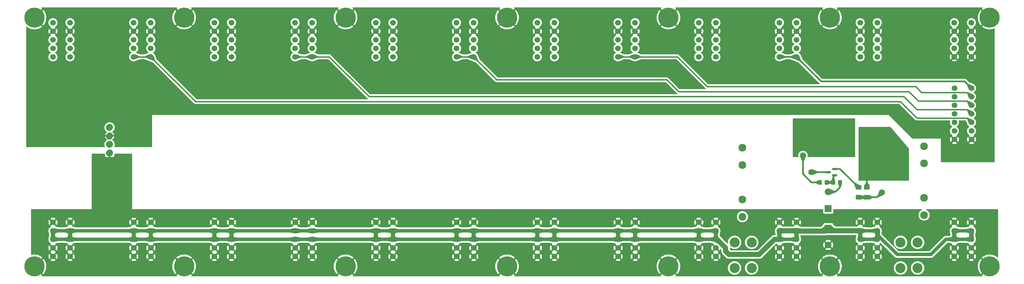
<source format=gbr>
%TF.GenerationSoftware,KiCad,Pcbnew,7.0.9*%
%TF.CreationDate,2024-06-20T11:52:21+03:00*%
%TF.ProjectId,___________ _____,1c304235-4038-43d4-913a-304f203f3b30,rev?*%
%TF.SameCoordinates,Original*%
%TF.FileFunction,Copper,L2,Bot*%
%TF.FilePolarity,Positive*%
%FSLAX46Y46*%
G04 Gerber Fmt 4.6, Leading zero omitted, Abs format (unit mm)*
G04 Created by KiCad (PCBNEW 7.0.9) date 2024-06-20 11:52:21*
%MOMM*%
%LPD*%
G01*
G04 APERTURE LIST*
G04 Aperture macros list*
%AMRoundRect*
0 Rectangle with rounded corners*
0 $1 Rounding radius*
0 $2 $3 $4 $5 $6 $7 $8 $9 X,Y pos of 4 corners*
0 Add a 4 corners polygon primitive as box body*
4,1,4,$2,$3,$4,$5,$6,$7,$8,$9,$2,$3,0*
0 Add four circle primitives for the rounded corners*
1,1,$1+$1,$2,$3*
1,1,$1+$1,$4,$5*
1,1,$1+$1,$6,$7*
1,1,$1+$1,$8,$9*
0 Add four rect primitives between the rounded corners*
20,1,$1+$1,$2,$3,$4,$5,0*
20,1,$1+$1,$4,$5,$6,$7,0*
20,1,$1+$1,$6,$7,$8,$9,0*
20,1,$1+$1,$8,$9,$2,$3,0*%
G04 Aperture macros list end*
%TA.AperFunction,ComponentPad*%
%ADD10C,1.700000*%
%TD*%
%TA.AperFunction,ComponentPad*%
%ADD11R,2.000000X2.000000*%
%TD*%
%TA.AperFunction,ComponentPad*%
%ADD12C,2.000000*%
%TD*%
%TA.AperFunction,ComponentPad*%
%ADD13C,6.000000*%
%TD*%
%TA.AperFunction,ComponentPad*%
%ADD14C,3.000000*%
%TD*%
%TA.AperFunction,ComponentPad*%
%ADD15R,1.800000X1.400000*%
%TD*%
%TA.AperFunction,ComponentPad*%
%ADD16O,1.800000X1.400000*%
%TD*%
%TA.AperFunction,ComponentPad*%
%ADD17C,2.300000*%
%TD*%
%TA.AperFunction,SMDPad,CuDef*%
%ADD18RoundRect,0.250000X-0.350000X-0.450000X0.350000X-0.450000X0.350000X0.450000X-0.350000X0.450000X0*%
%TD*%
%TA.AperFunction,SMDPad,CuDef*%
%ADD19RoundRect,0.150000X0.587500X0.150000X-0.587500X0.150000X-0.587500X-0.150000X0.587500X-0.150000X0*%
%TD*%
%TA.AperFunction,SMDPad,CuDef*%
%ADD20RoundRect,0.250001X-0.624999X0.462499X-0.624999X-0.462499X0.624999X-0.462499X0.624999X0.462499X0*%
%TD*%
%TA.AperFunction,SMDPad,CuDef*%
%ADD21RoundRect,0.250001X0.624999X-0.462499X0.624999X0.462499X-0.624999X0.462499X-0.624999X-0.462499X0*%
%TD*%
%TA.AperFunction,ViaPad*%
%ADD22C,1.800000*%
%TD*%
%TA.AperFunction,Conductor*%
%ADD23C,1.000000*%
%TD*%
%TA.AperFunction,Conductor*%
%ADD24C,1.500000*%
%TD*%
%TA.AperFunction,Conductor*%
%ADD25C,2.000000*%
%TD*%
%TA.AperFunction,Conductor*%
%ADD26C,0.400000*%
%TD*%
%TA.AperFunction,Conductor*%
%ADD27C,0.500000*%
%TD*%
G04 APERTURE END LIST*
D10*
%TO.P,J6,1,Pin_1*%
%TO.N,/+3.3VRS485*%
X227000000Y-33000000D03*
%TO.P,J6,2,Pin_2*%
%TO.N,GND1*%
X227000000Y-35540000D03*
%TO.P,J6,3,Pin_3*%
%TO.N,/A*%
X227000000Y-38080000D03*
%TO.P,J6,4,Pin_4*%
%TO.N,/B*%
X227000000Y-40620000D03*
%TO.P,J6,5,Pin_5*%
%TO.N,/RTS2*%
X227000000Y-43160000D03*
%TO.P,J6,6,Pin_6*%
X232080000Y-43160000D03*
%TO.P,J6,7,Pin_7*%
%TO.N,/B*%
X232080000Y-40620000D03*
%TO.P,J6,8,Pin_8*%
%TO.N,/A*%
X232080000Y-38080000D03*
%TO.P,J6,9,Pin_9*%
%TO.N,GND1*%
X232080000Y-35540000D03*
%TO.P,J6,10,Pin_10*%
%TO.N,/+3.3VRS485*%
X232080000Y-33000000D03*
%TD*%
D11*
%TO.P,C1,1*%
%TO.N,Net-(Q1-S)*%
X241500000Y-88367677D03*
D12*
%TO.P,C1,2*%
%TO.N,Net-(D11-A2)*%
X241500000Y-83367677D03*
%TD*%
D10*
%TO.P,J22,1,Pin_1*%
%TO.N,/+3.3VRS485*%
X35000000Y-33000000D03*
%TO.P,J22,2,Pin_2*%
%TO.N,GND1*%
X35000000Y-35540000D03*
%TO.P,J22,3,Pin_3*%
%TO.N,/A*%
X35000000Y-38080000D03*
%TO.P,J22,4,Pin_4*%
%TO.N,/B*%
X35000000Y-40620000D03*
%TO.P,J22,5,Pin_5*%
%TO.N,/RTS10*%
X35000000Y-43160000D03*
%TO.P,J22,6,Pin_6*%
X40080000Y-43160000D03*
%TO.P,J22,7,Pin_7*%
%TO.N,/B*%
X40080000Y-40620000D03*
%TO.P,J22,8,Pin_8*%
%TO.N,/A*%
X40080000Y-38080000D03*
%TO.P,J22,9,Pin_9*%
%TO.N,GND1*%
X40080000Y-35540000D03*
%TO.P,J22,10,Pin_10*%
%TO.N,/+3.3VRS485*%
X40080000Y-33000000D03*
%TD*%
D13*
%TO.P,H6,1*%
%TO.N,GND1*%
X98000000Y-31500000D03*
%TD*%
D14*
%TO.P,J27,1,Pin_1*%
%TO.N,Net-(J27-Pin_1)*%
X213650000Y-98380000D03*
X213650000Y-106000000D03*
%TO.P,J27,2,Pin_2*%
X218730000Y-98380000D03*
X218730000Y-106000000D03*
%TD*%
D10*
%TO.P,J16,1,Pin_1*%
%TO.N,/+3.3VRS485*%
X107000000Y-33000000D03*
%TO.P,J16,2,Pin_2*%
%TO.N,GND1*%
X107000000Y-35540000D03*
%TO.P,J16,3,Pin_3*%
%TO.N,/A*%
X107000000Y-38080000D03*
%TO.P,J16,4,Pin_4*%
%TO.N,/B*%
X107000000Y-40620000D03*
%TO.P,J16,5,Pin_5*%
%TO.N,/RTS7*%
X107000000Y-43160000D03*
%TO.P,J16,6,Pin_6*%
X112080000Y-43160000D03*
%TO.P,J16,7,Pin_7*%
%TO.N,/B*%
X112080000Y-40620000D03*
%TO.P,J16,8,Pin_8*%
%TO.N,/A*%
X112080000Y-38080000D03*
%TO.P,J16,9,Pin_9*%
%TO.N,GND1*%
X112080000Y-35540000D03*
%TO.P,J16,10,Pin_10*%
%TO.N,/+3.3VRS485*%
X112080000Y-33000000D03*
%TD*%
D13*
%TO.P,H1,1*%
%TO.N,GND1*%
X5500000Y-31500000D03*
%TD*%
D10*
%TO.P,J9,1,Pin_1*%
%TO.N,GNDA*%
X203020000Y-92400000D03*
%TO.P,J9,2,Pin_2*%
%TO.N,+24V*%
X203020000Y-94940000D03*
%TO.P,J9,3,Pin_3*%
X203020000Y-97480000D03*
%TO.P,J9,4,Pin_4*%
%TO.N,GNDA*%
X203020000Y-100020000D03*
%TO.P,J9,5,Pin_5*%
X203020000Y-102560000D03*
%TO.P,J9,6,Pin_6*%
X208100000Y-102560000D03*
%TO.P,J9,7,Pin_7*%
X208100000Y-100020000D03*
%TO.P,J9,8,Pin_8*%
%TO.N,+24V*%
X208100000Y-97480000D03*
%TO.P,J9,9,Pin_9*%
X208100000Y-94940000D03*
%TO.P,J9,10,Pin_10*%
%TO.N,GNDA*%
X208100000Y-92400000D03*
%TD*%
D13*
%TO.P,H13,1*%
%TO.N,GND1*%
X194000000Y-31500000D03*
%TD*%
D10*
%TO.P,J3,1,Pin_1*%
%TO.N,/RTS1*%
X279020000Y-52500000D03*
%TO.P,J3,2,Pin_2*%
%TO.N,/RTS3*%
X279020000Y-55040000D03*
%TO.P,J3,3,Pin_3*%
%TO.N,/RTS5*%
X279020000Y-57580000D03*
%TO.P,J3,4,Pin_4*%
%TO.N,/RTS7*%
X279020000Y-60120000D03*
%TO.P,J3,5,Pin_5*%
%TO.N,/RTS9*%
X279020000Y-62660000D03*
%TO.P,J3,6,Pin_6*%
%TO.N,/RTS11*%
X279020000Y-65200000D03*
%TO.P,J3,7,Pin_7*%
%TO.N,GND1*%
X279020000Y-67740000D03*
%TO.P,J3,8,Pin_8*%
X284100000Y-67740000D03*
%TO.P,J3,9,Pin_9*%
%TO.N,/RTS12*%
X284100000Y-65200000D03*
%TO.P,J3,10,Pin_10*%
%TO.N,/RTS10*%
X284100000Y-62660000D03*
%TO.P,J3,11,Pin_11*%
%TO.N,/RTS8*%
X284100000Y-60120000D03*
%TO.P,J3,12,Pin_12*%
%TO.N,/RTS6*%
X284100000Y-57580000D03*
%TO.P,J3,13,Pin_13*%
%TO.N,/RTS4*%
X284100000Y-55040000D03*
%TO.P,J3,14,Pin_14*%
%TO.N,/RTS2*%
X284100000Y-52500000D03*
%TD*%
%TO.P,J7,1,Pin_1*%
%TO.N,GNDA*%
X227020000Y-92400000D03*
%TO.P,J7,2,Pin_2*%
%TO.N,+24V*%
X227020000Y-94940000D03*
%TO.P,J7,3,Pin_3*%
X227020000Y-97480000D03*
%TO.P,J7,4,Pin_4*%
%TO.N,GNDA*%
X227020000Y-100020000D03*
%TO.P,J7,5,Pin_5*%
X227020000Y-102560000D03*
%TO.P,J7,6,Pin_6*%
X232100000Y-102560000D03*
%TO.P,J7,7,Pin_7*%
X232100000Y-100020000D03*
%TO.P,J7,8,Pin_8*%
%TO.N,+24V*%
X232100000Y-97480000D03*
%TO.P,J7,9,Pin_9*%
X232100000Y-94940000D03*
%TO.P,J7,10,Pin_10*%
%TO.N,GNDA*%
X232100000Y-92400000D03*
%TD*%
%TO.P,J4,1,Pin_1*%
%TO.N,/+3.3VRS485*%
X251000000Y-33000000D03*
%TO.P,J4,2,Pin_2*%
%TO.N,GND1*%
X251000000Y-35540000D03*
%TO.P,J4,3,Pin_3*%
%TO.N,/A*%
X251000000Y-38080000D03*
%TO.P,J4,4,Pin_4*%
%TO.N,/B*%
X251000000Y-40620000D03*
%TO.P,J4,5,Pin_5*%
%TO.N,/RTS1*%
X251000000Y-43160000D03*
%TO.P,J4,6,Pin_6*%
X256080000Y-43160000D03*
%TO.P,J4,7,Pin_7*%
%TO.N,/B*%
X256080000Y-40620000D03*
%TO.P,J4,8,Pin_8*%
%TO.N,/A*%
X256080000Y-38080000D03*
%TO.P,J4,9,Pin_9*%
%TO.N,GND1*%
X256080000Y-35540000D03*
%TO.P,J4,10,Pin_10*%
%TO.N,/+3.3VRS485*%
X256080000Y-33000000D03*
%TD*%
D15*
%TO.P,U2,1,IN-*%
%TO.N,GNDA*%
X27867500Y-71762500D03*
D16*
%TO.P,U2,2,IN+*%
%TO.N,Net-(U2-IN+)*%
X27867500Y-69222500D03*
%TO.P,U2,3,OUT-*%
%TO.N,GND1*%
X27867500Y-66682500D03*
%TO.P,U2,4,OUT+*%
%TO.N,/+3.3VRS485*%
X27867500Y-64142500D03*
%TD*%
D13*
%TO.P,H10,1*%
%TO.N,GNDA*%
X98000000Y-105500000D03*
%TD*%
D10*
%TO.P,J20,1,Pin_1*%
%TO.N,/+3.3VRS485*%
X59000000Y-33000000D03*
%TO.P,J20,2,Pin_2*%
%TO.N,GND1*%
X59000000Y-35540000D03*
%TO.P,J20,3,Pin_3*%
%TO.N,/A*%
X59000000Y-38080000D03*
%TO.P,J20,4,Pin_4*%
%TO.N,/B*%
X59000000Y-40620000D03*
%TO.P,J20,5,Pin_5*%
%TO.N,/RTS9*%
X59000000Y-43160000D03*
%TO.P,J20,6,Pin_6*%
X64080000Y-43160000D03*
%TO.P,J20,7,Pin_7*%
%TO.N,/B*%
X64080000Y-40620000D03*
%TO.P,J20,8,Pin_8*%
%TO.N,/A*%
X64080000Y-38080000D03*
%TO.P,J20,9,Pin_9*%
%TO.N,GND1*%
X64080000Y-35540000D03*
%TO.P,J20,10,Pin_10*%
%TO.N,/+3.3VRS485*%
X64080000Y-33000000D03*
%TD*%
D13*
%TO.P,H7,1*%
%TO.N,GNDA*%
X50000000Y-105500000D03*
%TD*%
D17*
%TO.P,F1,1*%
%TO.N,Net-(D11-A1)*%
X270000000Y-69750000D03*
X270000000Y-74850000D03*
%TO.P,F1,2*%
%TO.N,Net-(J26-Pin_1)*%
X270000000Y-85150000D03*
X270000000Y-90250000D03*
%TD*%
D13*
%TO.P,H14,1*%
%TO.N,GNDA*%
X5500000Y-105500000D03*
%TD*%
%TO.P,H9,1*%
%TO.N,GNDA*%
X242000000Y-105500000D03*
%TD*%
D10*
%TO.P,J19,1,Pin_1*%
%TO.N,GNDA*%
X83020000Y-92400000D03*
%TO.P,J19,2,Pin_2*%
%TO.N,+24V*%
X83020000Y-94940000D03*
%TO.P,J19,3,Pin_3*%
X83020000Y-97480000D03*
%TO.P,J19,4,Pin_4*%
%TO.N,GNDA*%
X83020000Y-100020000D03*
%TO.P,J19,5,Pin_5*%
X83020000Y-102560000D03*
%TO.P,J19,6,Pin_6*%
X88100000Y-102560000D03*
%TO.P,J19,7,Pin_7*%
X88100000Y-100020000D03*
%TO.P,J19,8,Pin_8*%
%TO.N,+24V*%
X88100000Y-97480000D03*
%TO.P,J19,9,Pin_9*%
X88100000Y-94940000D03*
%TO.P,J19,10,Pin_10*%
%TO.N,GNDA*%
X88100000Y-92400000D03*
%TD*%
D17*
%TO.P,F2,1*%
%TO.N,Net-(D11-A2)*%
X216000000Y-70250000D03*
X216000000Y-75350000D03*
%TO.P,F2,2*%
%TO.N,Net-(J27-Pin_1)*%
X216000000Y-85650000D03*
X216000000Y-90750000D03*
%TD*%
D13*
%TO.P,H5,1*%
%TO.N,GND1*%
X242000000Y-31500000D03*
%TD*%
%TO.P,H2,1*%
%TO.N,GND1*%
X50000000Y-31500000D03*
%TD*%
D10*
%TO.P,J2,1,Pin_1*%
%TO.N,GNDA*%
X279000000Y-92400000D03*
%TO.P,J2,2,Pin_2*%
%TO.N,+24V*%
X279000000Y-94940000D03*
%TO.P,J2,3,Pin_3*%
X279000000Y-97480000D03*
%TO.P,J2,4,Pin_4*%
%TO.N,GNDA*%
X279000000Y-100020000D03*
%TO.P,J2,5,Pin_5*%
X279000000Y-102560000D03*
%TO.P,J2,6,Pin_6*%
X284080000Y-102560000D03*
%TO.P,J2,7,Pin_7*%
X284080000Y-100020000D03*
%TO.P,J2,8,Pin_8*%
%TO.N,+24V*%
X284080000Y-97480000D03*
%TO.P,J2,9,Pin_9*%
X284080000Y-94940000D03*
%TO.P,J2,10,Pin_10*%
%TO.N,GNDA*%
X284080000Y-92400000D03*
%TD*%
%TO.P,J1,1,Pin_1*%
%TO.N,/+3.3VRS485*%
X279000000Y-33000000D03*
%TO.P,J1,2,Pin_2*%
%TO.N,GND1*%
X279000000Y-35540000D03*
%TO.P,J1,3,Pin_3*%
%TO.N,Net-(J1-Pin_3)*%
X279000000Y-38080000D03*
%TO.P,J1,4,Pin_4*%
%TO.N,Net-(J1-Pin_4)*%
X279000000Y-40620000D03*
%TO.P,J1,5,Pin_5*%
%TO.N,GND1*%
X279000000Y-43160000D03*
%TO.P,J1,6,Pin_6*%
X284080000Y-43160000D03*
%TO.P,J1,7,Pin_7*%
%TO.N,Net-(J1-Pin_4)*%
X284080000Y-40620000D03*
%TO.P,J1,8,Pin_8*%
%TO.N,Net-(J1-Pin_3)*%
X284080000Y-38080000D03*
%TO.P,J1,9,Pin_9*%
%TO.N,GND1*%
X284080000Y-35540000D03*
%TO.P,J1,10,Pin_10*%
%TO.N,/+3.3VRS485*%
X284080000Y-33000000D03*
%TD*%
D13*
%TO.P,H3,1*%
%TO.N,GND1*%
X146000000Y-31500000D03*
%TD*%
D10*
%TO.P,J24,1,Pin_1*%
%TO.N,/+3.3VRS485*%
X11000000Y-33000000D03*
%TO.P,J24,2,Pin_2*%
%TO.N,GND1*%
X11000000Y-35540000D03*
%TO.P,J24,3,Pin_3*%
%TO.N,/A*%
X11000000Y-38080000D03*
%TO.P,J24,4,Pin_4*%
%TO.N,/B*%
X11000000Y-40620000D03*
%TO.P,J24,5,Pin_5*%
%TO.N,/RTS11*%
X11000000Y-43160000D03*
%TO.P,J24,6,Pin_6*%
X16080000Y-43160000D03*
%TO.P,J24,7,Pin_7*%
%TO.N,/B*%
X16080000Y-40620000D03*
%TO.P,J24,8,Pin_8*%
%TO.N,/A*%
X16080000Y-38080000D03*
%TO.P,J24,9,Pin_9*%
%TO.N,GND1*%
X16080000Y-35540000D03*
%TO.P,J24,10,Pin_10*%
%TO.N,/+3.3VRS485*%
X16080000Y-33000000D03*
%TD*%
D11*
%TO.P,C2,1*%
%TO.N,+24V*%
X241500000Y-94132323D03*
D12*
%TO.P,C2,2*%
%TO.N,GNDA*%
X241500000Y-99132323D03*
%TD*%
D13*
%TO.P,H4,1*%
%TO.N,GND1*%
X289500000Y-31500000D03*
%TD*%
D10*
%TO.P,J18,1,Pin_1*%
%TO.N,/+3.3VRS485*%
X83000000Y-33000000D03*
%TO.P,J18,2,Pin_2*%
%TO.N,GND1*%
X83000000Y-35540000D03*
%TO.P,J18,3,Pin_3*%
%TO.N,/A*%
X83000000Y-38080000D03*
%TO.P,J18,4,Pin_4*%
%TO.N,/B*%
X83000000Y-40620000D03*
%TO.P,J18,5,Pin_5*%
%TO.N,/RTS8*%
X83000000Y-43160000D03*
%TO.P,J18,6,Pin_6*%
X88080000Y-43160000D03*
%TO.P,J18,7,Pin_7*%
%TO.N,/B*%
X88080000Y-40620000D03*
%TO.P,J18,8,Pin_8*%
%TO.N,/A*%
X88080000Y-38080000D03*
%TO.P,J18,9,Pin_9*%
%TO.N,GND1*%
X88080000Y-35540000D03*
%TO.P,J18,10,Pin_10*%
%TO.N,/+3.3VRS485*%
X88080000Y-33000000D03*
%TD*%
%TO.P,J11,1,Pin_1*%
%TO.N,GNDA*%
X179020000Y-92400000D03*
%TO.P,J11,2,Pin_2*%
%TO.N,+24V*%
X179020000Y-94940000D03*
%TO.P,J11,3,Pin_3*%
X179020000Y-97480000D03*
%TO.P,J11,4,Pin_4*%
%TO.N,GNDA*%
X179020000Y-100020000D03*
%TO.P,J11,5,Pin_5*%
X179020000Y-102560000D03*
%TO.P,J11,6,Pin_6*%
X184100000Y-102560000D03*
%TO.P,J11,7,Pin_7*%
X184100000Y-100020000D03*
%TO.P,J11,8,Pin_8*%
%TO.N,+24V*%
X184100000Y-97480000D03*
%TO.P,J11,9,Pin_9*%
X184100000Y-94940000D03*
%TO.P,J11,10,Pin_10*%
%TO.N,GNDA*%
X184100000Y-92400000D03*
%TD*%
%TO.P,J13,1,Pin_1*%
%TO.N,GNDA*%
X155020000Y-92400000D03*
%TO.P,J13,2,Pin_2*%
%TO.N,+24V*%
X155020000Y-94940000D03*
%TO.P,J13,3,Pin_3*%
X155020000Y-97480000D03*
%TO.P,J13,4,Pin_4*%
%TO.N,GNDA*%
X155020000Y-100020000D03*
%TO.P,J13,5,Pin_5*%
X155020000Y-102560000D03*
%TO.P,J13,6,Pin_6*%
X160100000Y-102560000D03*
%TO.P,J13,7,Pin_7*%
X160100000Y-100020000D03*
%TO.P,J13,8,Pin_8*%
%TO.N,+24V*%
X160100000Y-97480000D03*
%TO.P,J13,9,Pin_9*%
X160100000Y-94940000D03*
%TO.P,J13,10,Pin_10*%
%TO.N,GNDA*%
X160100000Y-92400000D03*
%TD*%
%TO.P,J15,1,Pin_1*%
%TO.N,GNDA*%
X131020000Y-92400000D03*
%TO.P,J15,2,Pin_2*%
%TO.N,+24V*%
X131020000Y-94940000D03*
%TO.P,J15,3,Pin_3*%
X131020000Y-97480000D03*
%TO.P,J15,4,Pin_4*%
%TO.N,GNDA*%
X131020000Y-100020000D03*
%TO.P,J15,5,Pin_5*%
X131020000Y-102560000D03*
%TO.P,J15,6,Pin_6*%
X136100000Y-102560000D03*
%TO.P,J15,7,Pin_7*%
X136100000Y-100020000D03*
%TO.P,J15,8,Pin_8*%
%TO.N,+24V*%
X136100000Y-97480000D03*
%TO.P,J15,9,Pin_9*%
X136100000Y-94940000D03*
%TO.P,J15,10,Pin_10*%
%TO.N,GNDA*%
X136100000Y-92400000D03*
%TD*%
D13*
%TO.P,H11,1*%
%TO.N,GNDA*%
X146000000Y-105500000D03*
%TD*%
D10*
%TO.P,J17,1,Pin_1*%
%TO.N,GNDA*%
X107020000Y-92400000D03*
%TO.P,J17,2,Pin_2*%
%TO.N,+24V*%
X107020000Y-94940000D03*
%TO.P,J17,3,Pin_3*%
X107020000Y-97480000D03*
%TO.P,J17,4,Pin_4*%
%TO.N,GNDA*%
X107020000Y-100020000D03*
%TO.P,J17,5,Pin_5*%
X107020000Y-102560000D03*
%TO.P,J17,6,Pin_6*%
X112100000Y-102560000D03*
%TO.P,J17,7,Pin_7*%
X112100000Y-100020000D03*
%TO.P,J17,8,Pin_8*%
%TO.N,+24V*%
X112100000Y-97480000D03*
%TO.P,J17,9,Pin_9*%
X112100000Y-94940000D03*
%TO.P,J17,10,Pin_10*%
%TO.N,GNDA*%
X112100000Y-92400000D03*
%TD*%
D14*
%TO.P,J26,1,Pin_1*%
%TO.N,Net-(J26-Pin_1)*%
X263000000Y-98380000D03*
X263000000Y-106000000D03*
%TO.P,J26,2,Pin_2*%
X268080000Y-98380000D03*
X268080000Y-106000000D03*
%TD*%
D13*
%TO.P,H8,1*%
%TO.N,GNDA*%
X194000000Y-105500000D03*
%TD*%
D10*
%TO.P,J14,1,Pin_1*%
%TO.N,/+3.3VRS485*%
X131000000Y-33000000D03*
%TO.P,J14,2,Pin_2*%
%TO.N,GND1*%
X131000000Y-35540000D03*
%TO.P,J14,3,Pin_3*%
%TO.N,/A*%
X131000000Y-38080000D03*
%TO.P,J14,4,Pin_4*%
%TO.N,/B*%
X131000000Y-40620000D03*
%TO.P,J14,5,Pin_5*%
%TO.N,/RTS6*%
X131000000Y-43160000D03*
%TO.P,J14,6,Pin_6*%
X136080000Y-43160000D03*
%TO.P,J14,7,Pin_7*%
%TO.N,/B*%
X136080000Y-40620000D03*
%TO.P,J14,8,Pin_8*%
%TO.N,/A*%
X136080000Y-38080000D03*
%TO.P,J14,9,Pin_9*%
%TO.N,GND1*%
X136080000Y-35540000D03*
%TO.P,J14,10,Pin_10*%
%TO.N,/+3.3VRS485*%
X136080000Y-33000000D03*
%TD*%
%TO.P,J10,1,Pin_1*%
%TO.N,/+3.3VRS485*%
X179000000Y-33000000D03*
%TO.P,J10,2,Pin_2*%
%TO.N,GND1*%
X179000000Y-35540000D03*
%TO.P,J10,3,Pin_3*%
%TO.N,/A*%
X179000000Y-38080000D03*
%TO.P,J10,4,Pin_4*%
%TO.N,/B*%
X179000000Y-40620000D03*
%TO.P,J10,5,Pin_5*%
%TO.N,/RTS4*%
X179000000Y-43160000D03*
%TO.P,J10,6,Pin_6*%
X184080000Y-43160000D03*
%TO.P,J10,7,Pin_7*%
%TO.N,/B*%
X184080000Y-40620000D03*
%TO.P,J10,8,Pin_8*%
%TO.N,/A*%
X184080000Y-38080000D03*
%TO.P,J10,9,Pin_9*%
%TO.N,GND1*%
X184080000Y-35540000D03*
%TO.P,J10,10,Pin_10*%
%TO.N,/+3.3VRS485*%
X184080000Y-33000000D03*
%TD*%
%TO.P,J12,1,Pin_1*%
%TO.N,/+3.3VRS485*%
X155000000Y-33000000D03*
%TO.P,J12,2,Pin_2*%
%TO.N,GND1*%
X155000000Y-35540000D03*
%TO.P,J12,3,Pin_3*%
%TO.N,/A*%
X155000000Y-38080000D03*
%TO.P,J12,4,Pin_4*%
%TO.N,/B*%
X155000000Y-40620000D03*
%TO.P,J12,5,Pin_5*%
%TO.N,/RTS5*%
X155000000Y-43160000D03*
%TO.P,J12,6,Pin_6*%
X160080000Y-43160000D03*
%TO.P,J12,7,Pin_7*%
%TO.N,/B*%
X160080000Y-40620000D03*
%TO.P,J12,8,Pin_8*%
%TO.N,/A*%
X160080000Y-38080000D03*
%TO.P,J12,9,Pin_9*%
%TO.N,GND1*%
X160080000Y-35540000D03*
%TO.P,J12,10,Pin_10*%
%TO.N,/+3.3VRS485*%
X160080000Y-33000000D03*
%TD*%
%TO.P,J23,1,Pin_1*%
%TO.N,GNDA*%
X35020000Y-92400000D03*
%TO.P,J23,2,Pin_2*%
%TO.N,+24V*%
X35020000Y-94940000D03*
%TO.P,J23,3,Pin_3*%
X35020000Y-97480000D03*
%TO.P,J23,4,Pin_4*%
%TO.N,GNDA*%
X35020000Y-100020000D03*
%TO.P,J23,5,Pin_5*%
X35020000Y-102560000D03*
%TO.P,J23,6,Pin_6*%
X40100000Y-102560000D03*
%TO.P,J23,7,Pin_7*%
X40100000Y-100020000D03*
%TO.P,J23,8,Pin_8*%
%TO.N,+24V*%
X40100000Y-97480000D03*
%TO.P,J23,9,Pin_9*%
X40100000Y-94940000D03*
%TO.P,J23,10,Pin_10*%
%TO.N,GNDA*%
X40100000Y-92400000D03*
%TD*%
%TO.P,J5,1,Pin_1*%
%TO.N,GNDA*%
X251000000Y-92400000D03*
%TO.P,J5,2,Pin_2*%
%TO.N,+24V*%
X251000000Y-94940000D03*
%TO.P,J5,3,Pin_3*%
X251000000Y-97480000D03*
%TO.P,J5,4,Pin_4*%
%TO.N,GNDA*%
X251000000Y-100020000D03*
%TO.P,J5,5,Pin_5*%
X251000000Y-102560000D03*
%TO.P,J5,6,Pin_6*%
X256080000Y-102560000D03*
%TO.P,J5,7,Pin_7*%
X256080000Y-100020000D03*
%TO.P,J5,8,Pin_8*%
%TO.N,+24V*%
X256080000Y-97480000D03*
%TO.P,J5,9,Pin_9*%
X256080000Y-94940000D03*
%TO.P,J5,10,Pin_10*%
%TO.N,GNDA*%
X256080000Y-92400000D03*
%TD*%
%TO.P,J21,1,Pin_1*%
%TO.N,GNDA*%
X59020000Y-92400000D03*
%TO.P,J21,2,Pin_2*%
%TO.N,+24V*%
X59020000Y-94940000D03*
%TO.P,J21,3,Pin_3*%
X59020000Y-97480000D03*
%TO.P,J21,4,Pin_4*%
%TO.N,GNDA*%
X59020000Y-100020000D03*
%TO.P,J21,5,Pin_5*%
X59020000Y-102560000D03*
%TO.P,J21,6,Pin_6*%
X64100000Y-102560000D03*
%TO.P,J21,7,Pin_7*%
X64100000Y-100020000D03*
%TO.P,J21,8,Pin_8*%
%TO.N,+24V*%
X64100000Y-97480000D03*
%TO.P,J21,9,Pin_9*%
X64100000Y-94940000D03*
%TO.P,J21,10,Pin_10*%
%TO.N,GNDA*%
X64100000Y-92400000D03*
%TD*%
%TO.P,J8,1,Pin_1*%
%TO.N,/+3.3VRS485*%
X203000000Y-33000000D03*
%TO.P,J8,2,Pin_2*%
%TO.N,GND1*%
X203000000Y-35540000D03*
%TO.P,J8,3,Pin_3*%
%TO.N,/A*%
X203000000Y-38080000D03*
%TO.P,J8,4,Pin_4*%
%TO.N,/B*%
X203000000Y-40620000D03*
%TO.P,J8,5,Pin_5*%
%TO.N,/RTS3*%
X203000000Y-43160000D03*
%TO.P,J8,6,Pin_6*%
X208080000Y-43160000D03*
%TO.P,J8,7,Pin_7*%
%TO.N,/B*%
X208080000Y-40620000D03*
%TO.P,J8,8,Pin_8*%
%TO.N,/A*%
X208080000Y-38080000D03*
%TO.P,J8,9,Pin_9*%
%TO.N,GND1*%
X208080000Y-35540000D03*
%TO.P,J8,10,Pin_10*%
%TO.N,/+3.3VRS485*%
X208080000Y-33000000D03*
%TD*%
%TO.P,J25,1,Pin_1*%
%TO.N,GNDA*%
X11020000Y-92400000D03*
%TO.P,J25,2,Pin_2*%
%TO.N,+24V*%
X11020000Y-94940000D03*
%TO.P,J25,3,Pin_3*%
X11020000Y-97480000D03*
%TO.P,J25,4,Pin_4*%
%TO.N,GNDA*%
X11020000Y-100020000D03*
%TO.P,J25,5,Pin_5*%
X11020000Y-102560000D03*
%TO.P,J25,6,Pin_6*%
X16100000Y-102560000D03*
%TO.P,J25,7,Pin_7*%
X16100000Y-100020000D03*
%TO.P,J25,8,Pin_8*%
%TO.N,+24V*%
X16100000Y-97480000D03*
%TO.P,J25,9,Pin_9*%
X16100000Y-94940000D03*
%TO.P,J25,10,Pin_10*%
%TO.N,GNDA*%
X16100000Y-92400000D03*
%TD*%
D13*
%TO.P,H12,1*%
%TO.N,GNDA*%
X289500000Y-105500000D03*
%TD*%
D18*
%TO.P,R4,1*%
%TO.N,Net-(U1-REF)*%
X243000000Y-80500000D03*
%TO.P,R4,2*%
%TO.N,Net-(D11-A2)*%
X245000000Y-80500000D03*
%TD*%
D19*
%TO.P,U1,1,K*%
%TO.N,Net-(U1-K)*%
X243437500Y-76550000D03*
%TO.P,U1,2,REF*%
%TO.N,Net-(U1-REF)*%
X243437500Y-78450000D03*
%TO.P,U1,3,A*%
%TO.N,Net-(D11-A2)*%
X241562500Y-77500000D03*
%TD*%
D20*
%TO.P,R5,1*%
%TO.N,Net-(D13-K)*%
X253000000Y-82000000D03*
%TO.P,R5,2*%
%TO.N,Net-(Q1-G)*%
X253000000Y-84975000D03*
%TD*%
D21*
%TO.P,R6,1*%
%TO.N,Net-(Q1-G)*%
X250500000Y-84975000D03*
%TO.P,R6,2*%
%TO.N,Net-(U1-K)*%
X250500000Y-82000000D03*
%TD*%
D18*
%TO.P,R3,1*%
%TO.N,Net-(D13-K)*%
X239000000Y-80500000D03*
%TO.P,R3,2*%
%TO.N,Net-(U1-REF)*%
X241000000Y-80500000D03*
%TD*%
D22*
%TO.N,GNDA*%
X210000000Y-106000000D03*
X189000000Y-106000000D03*
X253500000Y-91000000D03*
X77000000Y-101000000D03*
X276000000Y-101000000D03*
X174500000Y-91000000D03*
X174500000Y-101000000D03*
X167000000Y-106000000D03*
X149500000Y-91000000D03*
X77000000Y-106000000D03*
X7000000Y-91000000D03*
X222000000Y-91000000D03*
X174500000Y-106000000D03*
X54500000Y-91000000D03*
X149500000Y-101000000D03*
X94500000Y-101000000D03*
X205500000Y-106000000D03*
X94500000Y-91000000D03*
X29500000Y-101000000D03*
X211500000Y-91000000D03*
X167000000Y-91000000D03*
X45000000Y-106000000D03*
X277500000Y-89500000D03*
X102000000Y-91000000D03*
X167000000Y-101000000D03*
X117000000Y-91000000D03*
X124500000Y-106000000D03*
X22000000Y-106000000D03*
X47000000Y-91000000D03*
X142000000Y-101000000D03*
X69500000Y-101000000D03*
X229500000Y-106000000D03*
X22000000Y-91000000D03*
X69500000Y-91000000D03*
X229000000Y-90000000D03*
X142000000Y-91000000D03*
X260000000Y-106880000D03*
X29500000Y-91000000D03*
X247000000Y-106000000D03*
X45000000Y-101000000D03*
X260500000Y-92500000D03*
X199000000Y-106000000D03*
X7000000Y-98500000D03*
X77000000Y-91000000D03*
X102000000Y-101000000D03*
X197000000Y-101000000D03*
X93000000Y-106000000D03*
X189500000Y-101000000D03*
X274500000Y-95000000D03*
X124500000Y-101000000D03*
X29500000Y-106000000D03*
X117000000Y-106000000D03*
X222000000Y-106960000D03*
X151000000Y-106000000D03*
X141000000Y-106000000D03*
X197000000Y-91000000D03*
X237000000Y-106000000D03*
X189500000Y-91000000D03*
X22000000Y-101000000D03*
X103000000Y-106000000D03*
X247000000Y-91000000D03*
X54500000Y-106000000D03*
X124500000Y-91000000D03*
X69500000Y-106000000D03*
X54500000Y-101000000D03*
X117000000Y-101000000D03*
%TO.N,GND1*%
X74000000Y-34500000D03*
X130000000Y-29500000D03*
X116000000Y-34500000D03*
X140000000Y-36500000D03*
X127000000Y-48500000D03*
X19000000Y-34500000D03*
X61000000Y-30500000D03*
X94000000Y-50500000D03*
X258000000Y-59500000D03*
X20500000Y-52000000D03*
X92000000Y-37500000D03*
X62000000Y-50500000D03*
X163000000Y-34500000D03*
X7000000Y-62500000D03*
X29000000Y-44500000D03*
X198000000Y-59500000D03*
X36000000Y-63000000D03*
X166000000Y-44500000D03*
X176000000Y-34500000D03*
X190000000Y-38500000D03*
X255000000Y-59500000D03*
X86000000Y-30500000D03*
X210000000Y-47500000D03*
X205000000Y-29500000D03*
X102000000Y-38500000D03*
X14000000Y-62500000D03*
X124000000Y-59500000D03*
X44000000Y-50500000D03*
X47000000Y-44500000D03*
X7000000Y-48500000D03*
X219000000Y-58500000D03*
X37000000Y-50500000D03*
X85000000Y-50500000D03*
X251000000Y-59500000D03*
X178000000Y-46500000D03*
X214000000Y-45500000D03*
X248000000Y-45000000D03*
X282000000Y-73500000D03*
X225000000Y-59500000D03*
X93000000Y-30500000D03*
X235000000Y-59500000D03*
X173000000Y-44500000D03*
X261000000Y-60500000D03*
X267000000Y-66500000D03*
X248000000Y-59500000D03*
X104000000Y-30500000D03*
X289000000Y-68500000D03*
X139000000Y-59500000D03*
X109000000Y-59500000D03*
X241000000Y-59500000D03*
X78000000Y-59500000D03*
X273000000Y-29500000D03*
X106000000Y-50500000D03*
X170000000Y-34700000D03*
X39500000Y-63000000D03*
X289000000Y-58500000D03*
X238000000Y-59500000D03*
X227000000Y-29500000D03*
X157000000Y-47500000D03*
X74000000Y-29500000D03*
X232000000Y-29500000D03*
X154000000Y-29500000D03*
X187000000Y-29500000D03*
X151000000Y-37500000D03*
X68000000Y-50500000D03*
X21500000Y-69000000D03*
X155000000Y-59500000D03*
X147000000Y-47500000D03*
X38000000Y-30500000D03*
X80000000Y-29500000D03*
X29000000Y-50500000D03*
X171000000Y-59500000D03*
X265000000Y-64500000D03*
X67000000Y-34500000D03*
X25000000Y-34500000D03*
X253500000Y-45000000D03*
X134000000Y-48500000D03*
X25000000Y-29500000D03*
X259000000Y-34500000D03*
X44000000Y-30500000D03*
X13000000Y-29500000D03*
X76000000Y-50500000D03*
X68000000Y-29500000D03*
X26000000Y-57500000D03*
X281000000Y-29500000D03*
X54000000Y-44500000D03*
X122000000Y-29500000D03*
X232000000Y-59500000D03*
X15000000Y-48500000D03*
X7000000Y-69000000D03*
X216000000Y-58500000D03*
X245000000Y-59500000D03*
X31000000Y-29500000D03*
X102000000Y-45500000D03*
X50000000Y-38500000D03*
X177000000Y-29500000D03*
X118000000Y-50500000D03*
X54000000Y-38500000D03*
X195000000Y-46500000D03*
X139000000Y-29500000D03*
X189000000Y-46500000D03*
X38000000Y-58500000D03*
X263000000Y-62500000D03*
X220000000Y-29500000D03*
X36000000Y-69000000D03*
X143000000Y-45500000D03*
X64000000Y-59500000D03*
X128000000Y-34500000D03*
X276000000Y-73500000D03*
X241500000Y-45000000D03*
X265000000Y-44500000D03*
X44000000Y-37500000D03*
X222000000Y-58500000D03*
X208500000Y-59500000D03*
X123000000Y-44500000D03*
X222000000Y-43500000D03*
X273000000Y-66500000D03*
X14000000Y-69000000D03*
X289000000Y-73500000D03*
X50000000Y-58500000D03*
X71000000Y-44500000D03*
X23000000Y-44500000D03*
X199000000Y-37500000D03*
X212000000Y-29500000D03*
X32000000Y-34500000D03*
X266000000Y-29500000D03*
X289000000Y-45500000D03*
X205000000Y-45500000D03*
X94000000Y-59500000D03*
X113000000Y-50500000D03*
X18000000Y-29500000D03*
X229000000Y-59500000D03*
X258000000Y-29500000D03*
X21500000Y-63000000D03*
X14000000Y-55500000D03*
X7000000Y-55500000D03*
X213000000Y-35500000D03*
X39500000Y-69000000D03*
X272000000Y-44500000D03*
X273000000Y-34500000D03*
X164000000Y-29500000D03*
X122000000Y-34500000D03*
X151000000Y-45500000D03*
X170000000Y-29500000D03*
X269500000Y-66499500D03*
X185000000Y-59500000D03*
X266000000Y-34500000D03*
X276000000Y-68500000D03*
X110000000Y-30500000D03*
X146000000Y-38500000D03*
X77000000Y-44500000D03*
X115000000Y-29500000D03*
X53000000Y-50500000D03*
X80000000Y-34500000D03*
X98000000Y-38500000D03*
X280700000Y-46800000D03*
X221000000Y-35500000D03*
%TO.N,Net-(D13-K)*%
X254500000Y-66500000D03*
X261500000Y-76000000D03*
X253500000Y-76000000D03*
X261500000Y-74000000D03*
X257500000Y-72000000D03*
X253500000Y-78000000D03*
X261500000Y-70000000D03*
X253500000Y-74000000D03*
X263500000Y-77000000D03*
X255500000Y-75000000D03*
X258000000Y-66500000D03*
X259500000Y-73000000D03*
X255500000Y-73000000D03*
X253500000Y-70000000D03*
X257500000Y-78000000D03*
X263500000Y-73000000D03*
X257500000Y-76000000D03*
X253500000Y-72000000D03*
X257500000Y-70000000D03*
X255500000Y-71000000D03*
X263500000Y-71000000D03*
X263500000Y-75000000D03*
X259500000Y-71000000D03*
X259500000Y-77000000D03*
X255500000Y-77000000D03*
X234000000Y-72500000D03*
X259500000Y-75000000D03*
X261500000Y-72000000D03*
X261500000Y-78000000D03*
X257500000Y-74000000D03*
%TO.N,Net-(Q1-G)*%
X257500000Y-83500000D03*
%TO.N,Net-(D11-A2)*%
X236500000Y-77500000D03*
%TO.N,Net-(D11-A1)*%
X241000000Y-67000000D03*
X243000000Y-64000000D03*
X247000000Y-66000000D03*
X243000000Y-66000000D03*
X239000000Y-72000000D03*
X245000000Y-71000000D03*
X245000000Y-65000000D03*
X241000000Y-65000000D03*
X247000000Y-64000000D03*
X239000000Y-70000000D03*
X239000000Y-64000000D03*
X243000000Y-68000000D03*
X247000000Y-70000000D03*
X241000000Y-63000000D03*
X245000000Y-69000000D03*
X239000000Y-68000000D03*
X243000000Y-70000000D03*
X239000000Y-66000000D03*
X247000000Y-72000000D03*
X245000000Y-67000000D03*
X241000000Y-69000000D03*
X243000000Y-72000000D03*
X241000000Y-71000000D03*
X245000000Y-63000000D03*
X247000000Y-68000000D03*
%TD*%
D23*
%TO.N,+24V*%
X16080000Y-94940000D02*
X35000000Y-94940000D01*
X35000000Y-97480000D02*
X40080000Y-97480000D01*
X179000000Y-94940000D02*
X160080000Y-94940000D01*
X184080000Y-94940000D02*
X203000000Y-94940000D01*
X272000000Y-102000000D02*
X276520000Y-97480000D01*
X227000000Y-94940000D02*
X227000000Y-97480000D01*
X179000000Y-97480000D02*
X184080000Y-97480000D01*
X131000000Y-94940000D02*
X136080000Y-94940000D01*
X40080000Y-94940000D02*
X40080000Y-97480000D01*
X112080000Y-97480000D02*
X131000000Y-97480000D01*
X160080000Y-97480000D02*
X179000000Y-97480000D01*
X262000000Y-102000000D02*
X272000000Y-102000000D01*
X107000000Y-94940000D02*
X107000000Y-97480000D01*
D24*
X240632323Y-95000000D02*
X232160000Y-95000000D01*
D23*
X64080000Y-97480000D02*
X83000000Y-97480000D01*
X35000000Y-94940000D02*
X35000000Y-97480000D01*
X16080000Y-94940000D02*
X16080000Y-97480000D01*
X256080000Y-94940000D02*
X256080000Y-96080000D01*
X64080000Y-94940000D02*
X64080000Y-97480000D01*
X11000000Y-97480000D02*
X16080000Y-97480000D01*
X160080000Y-94940000D02*
X160080000Y-97480000D01*
X232080000Y-94940000D02*
X232080000Y-97480000D01*
X131000000Y-97480000D02*
X136080000Y-97480000D01*
X155000000Y-94940000D02*
X155000000Y-97480000D01*
X83000000Y-94940000D02*
X88080000Y-94940000D01*
D24*
X225520000Y-97480000D02*
X227020000Y-97480000D01*
D23*
X40080000Y-94940000D02*
X59000000Y-94940000D01*
X136080000Y-94940000D02*
X136080000Y-97480000D01*
X203000000Y-94940000D02*
X208080000Y-94940000D01*
X256080000Y-96080000D02*
X262000000Y-102000000D01*
D24*
X241500000Y-94132323D02*
X240632323Y-95000000D01*
D23*
X232080000Y-97480000D02*
X227000000Y-97480000D01*
D24*
X212000000Y-102000000D02*
X221000000Y-102000000D01*
X227000000Y-94940000D02*
X232080000Y-94940000D01*
D23*
X184080000Y-94940000D02*
X184080000Y-97480000D01*
X276520000Y-97480000D02*
X279000000Y-97480000D01*
X203000000Y-97480000D02*
X184080000Y-97480000D01*
D24*
X232160000Y-95000000D02*
X232100000Y-94940000D01*
D23*
X284080000Y-97480000D02*
X279000000Y-97480000D01*
X88080000Y-94940000D02*
X107000000Y-94940000D01*
X136080000Y-97480000D02*
X155000000Y-97480000D01*
X40080000Y-97480000D02*
X59000000Y-97480000D01*
D24*
X208100000Y-97480000D02*
X208480000Y-97480000D01*
D23*
X59000000Y-94940000D02*
X59000000Y-97480000D01*
X160080000Y-97480000D02*
X155000000Y-97480000D01*
X59000000Y-94940000D02*
X64080000Y-94940000D01*
D24*
X221000000Y-102000000D02*
X225520000Y-97480000D01*
D23*
X208080000Y-94940000D02*
X208080000Y-97480000D01*
X16080000Y-97480000D02*
X35000000Y-97480000D01*
X112080000Y-97480000D02*
X112080000Y-94940000D01*
X11000000Y-94940000D02*
X11000000Y-97480000D01*
X279000000Y-94940000D02*
X284080000Y-94940000D01*
D24*
X240692323Y-94940000D02*
X251000000Y-94940000D01*
D23*
X179000000Y-94940000D02*
X179000000Y-97480000D01*
X203000000Y-97480000D02*
X203000000Y-94940000D01*
X107000000Y-97480000D02*
X112080000Y-97480000D01*
X251000000Y-94940000D02*
X256080000Y-94940000D01*
X35000000Y-94940000D02*
X40080000Y-94940000D01*
X256080000Y-97480000D02*
X251000000Y-97480000D01*
X251000000Y-97480000D02*
X251000000Y-94940000D01*
D24*
X241500000Y-94132323D02*
X240692323Y-94940000D01*
D23*
X83000000Y-97480000D02*
X88080000Y-97480000D01*
X112080000Y-94940000D02*
X107000000Y-94940000D01*
X284080000Y-94940000D02*
X284080000Y-97480000D01*
X256080000Y-97480000D02*
X256080000Y-94940000D01*
X11000000Y-94940000D02*
X16080000Y-94940000D01*
D24*
X211000000Y-101000000D02*
X212000000Y-102000000D01*
D23*
X279000000Y-97480000D02*
X279000000Y-94940000D01*
X179000000Y-94940000D02*
X184080000Y-94940000D01*
X59000000Y-97480000D02*
X64080000Y-97480000D01*
X208080000Y-97480000D02*
X203000000Y-97480000D01*
X155000000Y-94940000D02*
X136080000Y-94940000D01*
X88080000Y-97480000D02*
X107000000Y-97480000D01*
X112080000Y-94940000D02*
X131000000Y-94940000D01*
X155000000Y-94940000D02*
X160080000Y-94940000D01*
X64080000Y-94940000D02*
X83000000Y-94940000D01*
D24*
X211000000Y-100000000D02*
X211000000Y-101000000D01*
D23*
X131000000Y-94940000D02*
X131000000Y-97480000D01*
D24*
X208480000Y-97480000D02*
X211000000Y-100000000D01*
D25*
%TO.N,GNDA*%
X27837500Y-71762500D02*
X27800000Y-71800000D01*
X27837500Y-71762500D02*
X27867500Y-71762500D01*
%TO.N,GND1*%
X27867500Y-66732500D02*
X27867500Y-66682500D01*
X27867500Y-66732500D02*
X27800000Y-66800000D01*
%TO.N,/+3.3VRS485*%
X27857500Y-64142500D02*
X27867500Y-64142500D01*
X27857500Y-64142500D02*
X27800000Y-64200000D01*
D26*
%TO.N,/RTS10*%
X282830000Y-61410000D02*
X267910000Y-61410000D01*
X267910000Y-61410000D02*
X263000000Y-56500000D01*
X284080000Y-62660000D02*
X282830000Y-61410000D01*
X263000000Y-56500000D02*
X53420000Y-56500000D01*
X53420000Y-56500000D02*
X40080000Y-43160000D01*
X40080000Y-43160000D02*
X35000000Y-43160000D01*
%TO.N,/RTS8*%
X83000000Y-43160000D02*
X88080000Y-43160000D01*
X264000000Y-55000000D02*
X105000000Y-55000000D01*
X282830000Y-58870000D02*
X267870000Y-58870000D01*
X267870000Y-58870000D02*
X264000000Y-55000000D01*
X93160000Y-43160000D02*
X88080000Y-43160000D01*
X284080000Y-60120000D02*
X282830000Y-58870000D01*
X105000000Y-55000000D02*
X93160000Y-43160000D01*
%TO.N,/RTS6*%
X265500000Y-53500000D02*
X197000000Y-53500000D01*
X282830000Y-56330000D02*
X268330000Y-56330000D01*
X284080000Y-57580000D02*
X282830000Y-56330000D01*
X197000000Y-53500000D02*
X193500000Y-50000000D01*
X268330000Y-56330000D02*
X265500000Y-53500000D01*
X193500000Y-50000000D02*
X142920000Y-50000000D01*
X136080000Y-43160000D02*
X131000000Y-43160000D01*
X142920000Y-50000000D02*
X136080000Y-43160000D01*
%TO.N,/RTS4*%
X284080000Y-55040000D02*
X282790000Y-53750000D01*
X269250000Y-53750000D02*
X267500000Y-52000000D01*
X267500000Y-52000000D02*
X205500000Y-52000000D01*
X282790000Y-53750000D02*
X269250000Y-53750000D01*
X205500000Y-52000000D02*
X196660000Y-43160000D01*
X184080000Y-43160000D02*
X179000000Y-43160000D01*
X196660000Y-43160000D02*
X184080000Y-43160000D01*
D27*
%TO.N,/RTS2*%
X239420000Y-50500000D02*
X232080000Y-43160000D01*
X284080000Y-52500000D02*
X282080000Y-50500000D01*
X232080000Y-43160000D02*
X227000000Y-43160000D01*
X282080000Y-50500000D02*
X239420000Y-50500000D01*
%TO.N,Net-(D13-K)*%
X253000000Y-82000000D02*
X253000000Y-78500000D01*
X234000000Y-72500000D02*
X234000000Y-78000000D01*
X253000000Y-78500000D02*
X253500000Y-78000000D01*
X236500000Y-80500000D02*
X239000000Y-80500000D01*
X234000000Y-78000000D02*
X236500000Y-80500000D01*
%TO.N,Net-(U1-REF)*%
X241000000Y-80500000D02*
X243000000Y-80500000D01*
X243000000Y-80500000D02*
X243000000Y-78887500D01*
X243000000Y-78887500D02*
X243437500Y-78450000D01*
%TO.N,Net-(Q1-G)*%
X256025000Y-84975000D02*
X257500000Y-83500000D01*
X253000000Y-84975000D02*
X256025000Y-84975000D01*
X250500000Y-84975000D02*
X253000000Y-84975000D01*
%TO.N,Net-(U1-K)*%
X243437500Y-76550000D02*
X245050000Y-76550000D01*
X245050000Y-76550000D02*
X250500000Y-82000000D01*
D25*
%TO.N,Net-(U2-IN+)*%
X27822500Y-69222500D02*
X27867500Y-69222500D01*
X27822500Y-69222500D02*
X27800000Y-69200000D01*
D27*
%TO.N,Net-(D11-A2)*%
X243632323Y-83367677D02*
X241500000Y-83367677D01*
X245000000Y-82000000D02*
X243632323Y-83367677D01*
X241562500Y-77500000D02*
X236500000Y-77500000D01*
X245000000Y-80500000D02*
X245000000Y-82000000D01*
%TD*%
%TA.AperFunction,Conductor*%
%TO.N,+24V*%
G36*
X227498892Y-95787405D02*
G01*
X227502039Y-95793134D01*
X227803163Y-97145136D01*
X227801617Y-97153957D01*
X227796232Y-97158485D01*
X227022160Y-97480102D01*
X227017657Y-97480997D01*
X226184179Y-97480016D01*
X226175910Y-97476579D01*
X226172493Y-97468302D01*
X226172708Y-97466081D01*
X226498158Y-95793443D01*
X226503102Y-95785977D01*
X226509643Y-95783978D01*
X227490619Y-95783978D01*
X227498892Y-95787405D01*
G37*
%TD.AperFunction*%
%TD*%
%TA.AperFunction,Conductor*%
%TO.N,Net-(D13-K)*%
G36*
X260009528Y-64019685D02*
G01*
X260037149Y-64043903D01*
X265470660Y-70465325D01*
X265498937Y-70529217D01*
X265500000Y-70545422D01*
X265500000Y-79876000D01*
X265480315Y-79943039D01*
X265427511Y-79988794D01*
X265376000Y-80000000D01*
X250624000Y-80000000D01*
X250556961Y-79980315D01*
X250511206Y-79927511D01*
X250500000Y-79876000D01*
X250500000Y-64124000D01*
X250519685Y-64056961D01*
X250572489Y-64011206D01*
X250624000Y-64000000D01*
X259942489Y-64000000D01*
X260009528Y-64019685D01*
G37*
%TD.AperFunction*%
%TD*%
%TA.AperFunction,Conductor*%
%TO.N,+24V*%
G36*
X65790677Y-94438065D02*
G01*
X65798082Y-94443102D01*
X65800000Y-94449521D01*
X65800000Y-95430478D01*
X65796573Y-95438751D01*
X65790677Y-95441934D01*
X64434751Y-95723332D01*
X64425955Y-95721658D01*
X64421569Y-95716365D01*
X64100865Y-94944489D01*
X64100856Y-94935534D01*
X64100865Y-94935511D01*
X64421570Y-94163632D01*
X64427908Y-94157309D01*
X64434749Y-94156667D01*
X65790677Y-94438065D01*
G37*
%TD.AperFunction*%
%TD*%
%TA.AperFunction,Conductor*%
%TO.N,+24V*%
G36*
X160578892Y-95787405D02*
G01*
X160582039Y-95793134D01*
X160883163Y-97145136D01*
X160881617Y-97153957D01*
X160876232Y-97158485D01*
X160102160Y-97480102D01*
X160097657Y-97480997D01*
X159264179Y-97480016D01*
X159255910Y-97476579D01*
X159252493Y-97468302D01*
X159252708Y-97466081D01*
X159578158Y-95793443D01*
X159583102Y-95785977D01*
X159589643Y-95783978D01*
X160570619Y-95783978D01*
X160578892Y-95787405D01*
G37*
%TD.AperFunction*%
%TD*%
%TA.AperFunction,Conductor*%
%TO.N,+24V*%
G36*
X155498892Y-95787405D02*
G01*
X155502039Y-95793134D01*
X155803163Y-97145136D01*
X155801617Y-97153957D01*
X155796232Y-97158485D01*
X155022160Y-97480102D01*
X155017657Y-97480997D01*
X154184179Y-97480016D01*
X154175910Y-97476579D01*
X154172493Y-97468302D01*
X154172708Y-97466081D01*
X154498158Y-95793443D01*
X154503102Y-95785977D01*
X154509643Y-95783978D01*
X155490619Y-95783978D01*
X155498892Y-95787405D01*
G37*
%TD.AperFunction*%
%TD*%
%TA.AperFunction,Conductor*%
%TO.N,+24V*%
G36*
X178694044Y-94158341D02*
G01*
X178698430Y-94163634D01*
X179019134Y-94935511D01*
X179019143Y-94944466D01*
X179019134Y-94944489D01*
X178698430Y-95716365D01*
X178692091Y-95722690D01*
X178685248Y-95723332D01*
X177329323Y-95441934D01*
X177321918Y-95436897D01*
X177320000Y-95430478D01*
X177320000Y-94449521D01*
X177323427Y-94441248D01*
X177329322Y-94438065D01*
X178685249Y-94156667D01*
X178694044Y-94158341D01*
G37*
%TD.AperFunction*%
%TD*%
%TA.AperFunction,Conductor*%
%TO.N,+24V*%
G36*
X89790677Y-96978065D02*
G01*
X89798082Y-96983102D01*
X89800000Y-96989521D01*
X89800000Y-97970478D01*
X89796573Y-97978751D01*
X89790677Y-97981934D01*
X88434751Y-98263332D01*
X88425955Y-98261658D01*
X88421569Y-98256365D01*
X88100865Y-97484489D01*
X88100856Y-97475534D01*
X88100865Y-97475511D01*
X88421570Y-96703632D01*
X88427908Y-96697309D01*
X88434749Y-96696667D01*
X89790677Y-96978065D01*
G37*
%TD.AperFunction*%
%TD*%
%TA.AperFunction,Conductor*%
%TO.N,+24V*%
G36*
X160102157Y-94939896D02*
G01*
X160876232Y-95261514D01*
X160882557Y-95267853D01*
X160883163Y-95274863D01*
X160582039Y-96626866D01*
X160576896Y-96634196D01*
X160570619Y-96636022D01*
X159589643Y-96636022D01*
X159581370Y-96632595D01*
X159578158Y-96626557D01*
X159252708Y-94953918D01*
X159254492Y-94945142D01*
X159261958Y-94940198D01*
X159264175Y-94939983D01*
X160097660Y-94939002D01*
X160102157Y-94939896D01*
G37*
%TD.AperFunction*%
%TD*%
%TA.AperFunction,Conductor*%
%TO.N,+24V*%
G36*
X227022157Y-94939896D02*
G01*
X227796232Y-95261514D01*
X227802557Y-95267853D01*
X227803163Y-95274863D01*
X227502039Y-96626866D01*
X227496896Y-96634196D01*
X227490619Y-96636022D01*
X226509643Y-96636022D01*
X226501370Y-96632595D01*
X226498158Y-96626557D01*
X226172708Y-94953918D01*
X226174492Y-94945142D01*
X226181958Y-94940198D01*
X226184175Y-94939983D01*
X227017660Y-94939002D01*
X227022157Y-94939896D01*
G37*
%TD.AperFunction*%
%TD*%
%TA.AperFunction,Conductor*%
%TO.N,+24V*%
G36*
X111774044Y-96698341D02*
G01*
X111778430Y-96703634D01*
X112099134Y-97475511D01*
X112099143Y-97484466D01*
X112099134Y-97484489D01*
X111778430Y-98256365D01*
X111772091Y-98262690D01*
X111765248Y-98263332D01*
X110409323Y-97981934D01*
X110401918Y-97976897D01*
X110400000Y-97970478D01*
X110400000Y-96989521D01*
X110403427Y-96981248D01*
X110409322Y-96978065D01*
X111765249Y-96696667D01*
X111774044Y-96698341D01*
G37*
%TD.AperFunction*%
%TD*%
%TA.AperFunction,Conductor*%
%TO.N,+24V*%
G36*
X11022157Y-94939896D02*
G01*
X11796232Y-95261514D01*
X11802557Y-95267853D01*
X11803163Y-95274863D01*
X11502039Y-96626866D01*
X11496896Y-96634196D01*
X11490619Y-96636022D01*
X10509643Y-96636022D01*
X10501370Y-96632595D01*
X10498158Y-96626557D01*
X10172708Y-94953918D01*
X10174492Y-94945142D01*
X10181958Y-94940198D01*
X10184175Y-94939983D01*
X11017660Y-94939002D01*
X11022157Y-94939896D01*
G37*
%TD.AperFunction*%
%TD*%
%TA.AperFunction,Conductor*%
%TO.N,+24V*%
G36*
X203498892Y-95787405D02*
G01*
X203502039Y-95793134D01*
X203803163Y-97145136D01*
X203801617Y-97153957D01*
X203796232Y-97158485D01*
X203022160Y-97480102D01*
X203017657Y-97480997D01*
X202184179Y-97480016D01*
X202175910Y-97476579D01*
X202172493Y-97468302D01*
X202172708Y-97466081D01*
X202498158Y-95793443D01*
X202503102Y-95785977D01*
X202509643Y-95783978D01*
X203490619Y-95783978D01*
X203498892Y-95787405D01*
G37*
%TD.AperFunction*%
%TD*%
%TA.AperFunction,Conductor*%
%TO.N,+24V*%
G36*
X130694044Y-96698341D02*
G01*
X130698430Y-96703634D01*
X131019134Y-97475511D01*
X131019143Y-97484466D01*
X131019134Y-97484489D01*
X130698430Y-98256365D01*
X130692091Y-98262690D01*
X130685248Y-98263332D01*
X129329323Y-97981934D01*
X129321918Y-97976897D01*
X129320000Y-97970478D01*
X129320000Y-96989521D01*
X129323427Y-96981248D01*
X129329322Y-96978065D01*
X130685249Y-96696667D01*
X130694044Y-96698341D01*
G37*
%TD.AperFunction*%
%TD*%
%TA.AperFunction,Conductor*%
%TO.N,+24V*%
G36*
X64578892Y-95787405D02*
G01*
X64582039Y-95793134D01*
X64883163Y-97145136D01*
X64881617Y-97153957D01*
X64876232Y-97158485D01*
X64102160Y-97480102D01*
X64097657Y-97480997D01*
X63264179Y-97480016D01*
X63255910Y-97476579D01*
X63252493Y-97468302D01*
X63252708Y-97466081D01*
X63578158Y-95793443D01*
X63583102Y-95785977D01*
X63589643Y-95783978D01*
X64570619Y-95783978D01*
X64578892Y-95787405D01*
G37*
%TD.AperFunction*%
%TD*%
%TA.AperFunction,Conductor*%
%TO.N,+24V*%
G36*
X179498892Y-95787405D02*
G01*
X179502039Y-95793134D01*
X179803163Y-97145136D01*
X179801617Y-97153957D01*
X179796232Y-97158485D01*
X179022160Y-97480102D01*
X179017657Y-97480997D01*
X178184179Y-97480016D01*
X178175910Y-97476579D01*
X178172493Y-97468302D01*
X178172708Y-97466081D01*
X178498158Y-95793443D01*
X178503102Y-95785977D01*
X178509643Y-95783978D01*
X179490619Y-95783978D01*
X179498892Y-95787405D01*
G37*
%TD.AperFunction*%
%TD*%
%TA.AperFunction,Conductor*%
%TO.N,+24V*%
G36*
X16102157Y-94939896D02*
G01*
X16876232Y-95261514D01*
X16882557Y-95267853D01*
X16883163Y-95274863D01*
X16582039Y-96626866D01*
X16576896Y-96634196D01*
X16570619Y-96636022D01*
X15589643Y-96636022D01*
X15581370Y-96632595D01*
X15578158Y-96626557D01*
X15252708Y-94953918D01*
X15254492Y-94945142D01*
X15261958Y-94940198D01*
X15264175Y-94939983D01*
X16097660Y-94939002D01*
X16102157Y-94939896D01*
G37*
%TD.AperFunction*%
%TD*%
%TA.AperFunction,Conductor*%
%TO.N,+24V*%
G36*
X136578892Y-95787405D02*
G01*
X136582039Y-95793134D01*
X136883163Y-97145136D01*
X136881617Y-97153957D01*
X136876232Y-97158485D01*
X136102160Y-97480102D01*
X136097657Y-97480997D01*
X135264179Y-97480016D01*
X135255910Y-97476579D01*
X135252493Y-97468302D01*
X135252708Y-97466081D01*
X135578158Y-95793443D01*
X135583102Y-95785977D01*
X135589643Y-95783978D01*
X136570619Y-95783978D01*
X136578892Y-95787405D01*
G37*
%TD.AperFunction*%
%TD*%
%TA.AperFunction,Conductor*%
%TO.N,+24V*%
G36*
X17790677Y-96978065D02*
G01*
X17798082Y-96983102D01*
X17800000Y-96989521D01*
X17800000Y-97970478D01*
X17796573Y-97978751D01*
X17790677Y-97981934D01*
X16434751Y-98263332D01*
X16425955Y-98261658D01*
X16421569Y-98256365D01*
X16100865Y-97484489D01*
X16100856Y-97475534D01*
X16100865Y-97475511D01*
X16421570Y-96703632D01*
X16427908Y-96697309D01*
X16434749Y-96696667D01*
X17790677Y-96978065D01*
G37*
%TD.AperFunction*%
%TD*%
%TA.AperFunction,Conductor*%
%TO.N,+24V*%
G36*
X137790677Y-96978065D02*
G01*
X137798082Y-96983102D01*
X137800000Y-96989521D01*
X137800000Y-97970478D01*
X137796573Y-97978751D01*
X137790677Y-97981934D01*
X136434751Y-98263332D01*
X136425955Y-98261658D01*
X136421569Y-98256365D01*
X136100865Y-97484489D01*
X136100856Y-97475534D01*
X136100865Y-97475511D01*
X136421570Y-96703632D01*
X136427908Y-96697309D01*
X136434749Y-96696667D01*
X137790677Y-96978065D01*
G37*
%TD.AperFunction*%
%TD*%
%TA.AperFunction,Conductor*%
%TO.N,+24V*%
G36*
X106694044Y-94158341D02*
G01*
X106698430Y-94163634D01*
X107019134Y-94935511D01*
X107019143Y-94944466D01*
X107019134Y-94944489D01*
X106698430Y-95716365D01*
X106692091Y-95722690D01*
X106685248Y-95723332D01*
X105329323Y-95441934D01*
X105321918Y-95436897D01*
X105320000Y-95430478D01*
X105320000Y-94449521D01*
X105323427Y-94441248D01*
X105329322Y-94438065D01*
X106685249Y-94156667D01*
X106694044Y-94158341D01*
G37*
%TD.AperFunction*%
%TD*%
%TA.AperFunction,Conductor*%
%TO.N,+24V*%
G36*
X252690677Y-94438065D02*
G01*
X252698082Y-94443102D01*
X252700000Y-94449521D01*
X252700000Y-95430478D01*
X252696573Y-95438751D01*
X252690677Y-95441934D01*
X251334751Y-95723332D01*
X251325955Y-95721658D01*
X251321569Y-95716365D01*
X251000865Y-94944489D01*
X251000856Y-94935534D01*
X251000865Y-94935511D01*
X251321570Y-94163632D01*
X251327908Y-94157309D01*
X251334749Y-94156667D01*
X252690677Y-94438065D01*
G37*
%TD.AperFunction*%
%TD*%
%TA.AperFunction,Conductor*%
%TO.N,+24V*%
G36*
X65790677Y-96978065D02*
G01*
X65798082Y-96983102D01*
X65800000Y-96989521D01*
X65800000Y-97970478D01*
X65796573Y-97978751D01*
X65790677Y-97981934D01*
X64434751Y-98263332D01*
X64425955Y-98261658D01*
X64421569Y-98256365D01*
X64100865Y-97484489D01*
X64100856Y-97475534D01*
X64100865Y-97475511D01*
X64421570Y-96703632D01*
X64427908Y-96697309D01*
X64434749Y-96696667D01*
X65790677Y-96978065D01*
G37*
%TD.AperFunction*%
%TD*%
%TA.AperFunction,Conductor*%
%TO.N,+24V*%
G36*
X226694003Y-96698360D02*
G01*
X226698456Y-96703696D01*
X227019810Y-97477134D01*
X227020705Y-97481633D01*
X227020011Y-98316285D01*
X227016577Y-98324555D01*
X227008301Y-98327975D01*
X227006458Y-98327827D01*
X225912649Y-98152351D01*
X225906229Y-98149072D01*
X224863449Y-97106292D01*
X224860022Y-97098019D01*
X224863449Y-97089746D01*
X224869265Y-97086580D01*
X226685196Y-96696746D01*
X226694003Y-96698360D01*
G37*
%TD.AperFunction*%
%TD*%
%TA.AperFunction,Conductor*%
%TO.N,+24V*%
G36*
X278674044Y-96698341D02*
G01*
X278678430Y-96703634D01*
X278999134Y-97475511D01*
X278999143Y-97484466D01*
X278999134Y-97484489D01*
X278678430Y-98256365D01*
X278672091Y-98262690D01*
X278665248Y-98263332D01*
X277309323Y-97981934D01*
X277301918Y-97976897D01*
X277300000Y-97970478D01*
X277300000Y-96989521D01*
X277303427Y-96981248D01*
X277309322Y-96978065D01*
X278665249Y-96696667D01*
X278674044Y-96698341D01*
G37*
%TD.AperFunction*%
%TD*%
%TA.AperFunction,Conductor*%
%TO.N,Net-(D13-K)*%
G36*
X234820833Y-72839987D02*
G01*
X234827159Y-72846326D01*
X234827210Y-72855132D01*
X234252940Y-74292640D01*
X234246689Y-74299052D01*
X234242075Y-74300000D01*
X233757925Y-74300000D01*
X233749652Y-74296573D01*
X233747060Y-74292640D01*
X233172789Y-72855132D01*
X233172902Y-72846178D01*
X233179165Y-72839987D01*
X233995512Y-72500863D01*
X234004465Y-72500855D01*
X234820833Y-72839987D01*
G37*
%TD.AperFunction*%
%TD*%
%TA.AperFunction,Conductor*%
%TO.N,GND1*%
G36*
X47860010Y-28519685D02*
G01*
X47905765Y-28572489D01*
X47915709Y-28641647D01*
X47886684Y-28705203D01*
X47871007Y-28720366D01*
X47706851Y-28853297D01*
X49055820Y-30202266D01*
X48865130Y-30365130D01*
X48702266Y-30555820D01*
X47353297Y-29206851D01*
X47164553Y-29439929D01*
X46964754Y-29747594D01*
X46798204Y-30074464D01*
X46666736Y-30416948D01*
X46571784Y-30771313D01*
X46571784Y-30771315D01*
X46514397Y-31133646D01*
X46495197Y-31499999D01*
X46495197Y-31500000D01*
X46514397Y-31866353D01*
X46571784Y-32228684D01*
X46571784Y-32228686D01*
X46666736Y-32583051D01*
X46798204Y-32925535D01*
X46964754Y-33252406D01*
X47164549Y-33560064D01*
X47353297Y-33793147D01*
X48702265Y-32444179D01*
X48865130Y-32634870D01*
X49055819Y-32797733D01*
X47706851Y-34146701D01*
X47939935Y-34335450D01*
X48247593Y-34535245D01*
X48574464Y-34701795D01*
X48916948Y-34833263D01*
X49271314Y-34928215D01*
X49633646Y-34985602D01*
X49999999Y-35004803D01*
X50000001Y-35004803D01*
X50366353Y-34985602D01*
X50728684Y-34928215D01*
X50728686Y-34928215D01*
X51083051Y-34833263D01*
X51425535Y-34701795D01*
X51752406Y-34535245D01*
X52060065Y-34335450D01*
X52293148Y-34146702D01*
X52293148Y-34146701D01*
X50944180Y-32797733D01*
X51134870Y-32634870D01*
X51297733Y-32444179D01*
X52646702Y-33793148D01*
X52835450Y-33560065D01*
X53035245Y-33252406D01*
X53201795Y-32925535D01*
X53333263Y-32583051D01*
X53428215Y-32228686D01*
X53428215Y-32228684D01*
X53485602Y-31866353D01*
X53504803Y-31500000D01*
X53504803Y-31499999D01*
X53485602Y-31133646D01*
X53428215Y-30771315D01*
X53428215Y-30771313D01*
X53333263Y-30416948D01*
X53201795Y-30074464D01*
X53035245Y-29747594D01*
X52835450Y-29439935D01*
X52646701Y-29206851D01*
X51297733Y-30555818D01*
X51134870Y-30365130D01*
X50944180Y-30202266D01*
X52293148Y-28853297D01*
X52128992Y-28720366D01*
X52089281Y-28662879D01*
X52086953Y-28593048D01*
X52122748Y-28533044D01*
X52185302Y-28501918D01*
X52207028Y-28500000D01*
X95792971Y-28500000D01*
X95860010Y-28519685D01*
X95905765Y-28572489D01*
X95915709Y-28641647D01*
X95886684Y-28705203D01*
X95871007Y-28720366D01*
X95706851Y-28853297D01*
X97055820Y-30202266D01*
X96865130Y-30365130D01*
X96702266Y-30555820D01*
X95353297Y-29206851D01*
X95164553Y-29439929D01*
X94964754Y-29747594D01*
X94798204Y-30074464D01*
X94666736Y-30416948D01*
X94571784Y-30771313D01*
X94571784Y-30771315D01*
X94514397Y-31133646D01*
X94495197Y-31499999D01*
X94495197Y-31500000D01*
X94514397Y-31866353D01*
X94571784Y-32228684D01*
X94571784Y-32228686D01*
X94666736Y-32583051D01*
X94798204Y-32925535D01*
X94964754Y-33252406D01*
X95164549Y-33560064D01*
X95353297Y-33793147D01*
X96702265Y-32444179D01*
X96865130Y-32634870D01*
X97055819Y-32797733D01*
X95706851Y-34146701D01*
X95939935Y-34335450D01*
X96247593Y-34535245D01*
X96574464Y-34701795D01*
X96916948Y-34833263D01*
X97271314Y-34928215D01*
X97633646Y-34985602D01*
X97999999Y-35004803D01*
X98000001Y-35004803D01*
X98366353Y-34985602D01*
X98728684Y-34928215D01*
X98728686Y-34928215D01*
X99083051Y-34833263D01*
X99425535Y-34701795D01*
X99752406Y-34535245D01*
X100060065Y-34335450D01*
X100293148Y-34146702D01*
X100293148Y-34146701D01*
X98944180Y-32797733D01*
X99134870Y-32634870D01*
X99297733Y-32444180D01*
X100646701Y-33793148D01*
X100646702Y-33793148D01*
X100835450Y-33560065D01*
X101035245Y-33252406D01*
X101201795Y-32925535D01*
X101333263Y-32583051D01*
X101428215Y-32228686D01*
X101428215Y-32228684D01*
X101485602Y-31866353D01*
X101504803Y-31500000D01*
X101504803Y-31499999D01*
X101485602Y-31133646D01*
X101428215Y-30771315D01*
X101428215Y-30771313D01*
X101333263Y-30416948D01*
X101201795Y-30074464D01*
X101035245Y-29747594D01*
X100835450Y-29439935D01*
X100646701Y-29206851D01*
X99297733Y-30555819D01*
X99134870Y-30365130D01*
X98944180Y-30202266D01*
X100293148Y-28853297D01*
X100128992Y-28720366D01*
X100089281Y-28662879D01*
X100086953Y-28593048D01*
X100122748Y-28533044D01*
X100185302Y-28501918D01*
X100207028Y-28500000D01*
X143792971Y-28500000D01*
X143860010Y-28519685D01*
X143905765Y-28572489D01*
X143915709Y-28641647D01*
X143886684Y-28705203D01*
X143871007Y-28720366D01*
X143706851Y-28853297D01*
X145055820Y-30202266D01*
X144865130Y-30365130D01*
X144702266Y-30555819D01*
X143353297Y-29206851D01*
X143164553Y-29439929D01*
X142964754Y-29747594D01*
X142798204Y-30074464D01*
X142666736Y-30416948D01*
X142571784Y-30771313D01*
X142571784Y-30771315D01*
X142514397Y-31133646D01*
X142495197Y-31499999D01*
X142495197Y-31500000D01*
X142514397Y-31866353D01*
X142571784Y-32228684D01*
X142571784Y-32228686D01*
X142666736Y-32583051D01*
X142798204Y-32925535D01*
X142964754Y-33252406D01*
X143164549Y-33560064D01*
X143353297Y-33793147D01*
X144702265Y-32444179D01*
X144865130Y-32634870D01*
X145055819Y-32797733D01*
X143706851Y-34146701D01*
X143939935Y-34335450D01*
X144247593Y-34535245D01*
X144574464Y-34701795D01*
X144916948Y-34833263D01*
X145271314Y-34928215D01*
X145633646Y-34985602D01*
X145999999Y-35004803D01*
X146000001Y-35004803D01*
X146366353Y-34985602D01*
X146728684Y-34928215D01*
X146728686Y-34928215D01*
X147083051Y-34833263D01*
X147425535Y-34701795D01*
X147752406Y-34535245D01*
X148060065Y-34335450D01*
X148293148Y-34146702D01*
X148293148Y-34146701D01*
X146944180Y-32797733D01*
X147134870Y-32634870D01*
X147297733Y-32444180D01*
X148646701Y-33793148D01*
X148646702Y-33793148D01*
X148835450Y-33560065D01*
X149035245Y-33252406D01*
X149201795Y-32925535D01*
X149333263Y-32583051D01*
X149428215Y-32228686D01*
X149428215Y-32228684D01*
X149485602Y-31866353D01*
X149504803Y-31500000D01*
X149504803Y-31499999D01*
X149485602Y-31133646D01*
X149428215Y-30771315D01*
X149428215Y-30771313D01*
X149333263Y-30416948D01*
X149201795Y-30074464D01*
X149035245Y-29747594D01*
X148835450Y-29439935D01*
X148646701Y-29206851D01*
X147297733Y-30555819D01*
X147134870Y-30365130D01*
X146944180Y-30202266D01*
X148293148Y-28853297D01*
X148128992Y-28720366D01*
X148089281Y-28662879D01*
X148086953Y-28593048D01*
X148122748Y-28533044D01*
X148185302Y-28501918D01*
X148207028Y-28500000D01*
X191792971Y-28500000D01*
X191860010Y-28519685D01*
X191905765Y-28572489D01*
X191915709Y-28641647D01*
X191886684Y-28705203D01*
X191871007Y-28720366D01*
X191706851Y-28853297D01*
X193055820Y-30202266D01*
X192865130Y-30365130D01*
X192702266Y-30555820D01*
X191353297Y-29206851D01*
X191164553Y-29439929D01*
X190964754Y-29747594D01*
X190798204Y-30074464D01*
X190666736Y-30416948D01*
X190571784Y-30771313D01*
X190571784Y-30771315D01*
X190514397Y-31133646D01*
X190495197Y-31499999D01*
X190495197Y-31500000D01*
X190514397Y-31866353D01*
X190571784Y-32228684D01*
X190571784Y-32228686D01*
X190666736Y-32583051D01*
X190798204Y-32925535D01*
X190964754Y-33252406D01*
X191164549Y-33560064D01*
X191353297Y-33793147D01*
X192702265Y-32444179D01*
X192865130Y-32634870D01*
X193055819Y-32797733D01*
X191706851Y-34146701D01*
X191939935Y-34335450D01*
X192247593Y-34535245D01*
X192574464Y-34701795D01*
X192916948Y-34833263D01*
X193271314Y-34928215D01*
X193633646Y-34985602D01*
X193999999Y-35004803D01*
X194000001Y-35004803D01*
X194366353Y-34985602D01*
X194728684Y-34928215D01*
X194728686Y-34928215D01*
X195083051Y-34833263D01*
X195425535Y-34701795D01*
X195752406Y-34535245D01*
X196060065Y-34335450D01*
X196293148Y-34146702D01*
X196293148Y-34146701D01*
X194944180Y-32797733D01*
X195134870Y-32634870D01*
X195297733Y-32444180D01*
X196646701Y-33793148D01*
X196646702Y-33793148D01*
X196835450Y-33560065D01*
X197035245Y-33252406D01*
X197201795Y-32925535D01*
X197333263Y-32583051D01*
X197428215Y-32228686D01*
X197428215Y-32228684D01*
X197485602Y-31866353D01*
X197504803Y-31500000D01*
X197504803Y-31499999D01*
X197485602Y-31133646D01*
X197428215Y-30771315D01*
X197428215Y-30771313D01*
X197333263Y-30416948D01*
X197201795Y-30074464D01*
X197035245Y-29747594D01*
X196835450Y-29439935D01*
X196646701Y-29206851D01*
X195297733Y-30555818D01*
X195134870Y-30365130D01*
X194944180Y-30202266D01*
X196293148Y-28853297D01*
X196128992Y-28720366D01*
X196089281Y-28662879D01*
X196086953Y-28593048D01*
X196122748Y-28533044D01*
X196185302Y-28501918D01*
X196207028Y-28500000D01*
X239792971Y-28500000D01*
X239860010Y-28519685D01*
X239905765Y-28572489D01*
X239915709Y-28641647D01*
X239886684Y-28705203D01*
X239871007Y-28720366D01*
X239706851Y-28853297D01*
X241055820Y-30202266D01*
X240865130Y-30365130D01*
X240702266Y-30555820D01*
X239353297Y-29206851D01*
X239164553Y-29439929D01*
X238964754Y-29747594D01*
X238798204Y-30074464D01*
X238666736Y-30416948D01*
X238571784Y-30771313D01*
X238571784Y-30771315D01*
X238514397Y-31133646D01*
X238495197Y-31499999D01*
X238495197Y-31500000D01*
X238514397Y-31866353D01*
X238571784Y-32228684D01*
X238571784Y-32228686D01*
X238666736Y-32583051D01*
X238798204Y-32925535D01*
X238964754Y-33252406D01*
X239164549Y-33560064D01*
X239353297Y-33793147D01*
X240702265Y-32444178D01*
X240865130Y-32634870D01*
X241055819Y-32797733D01*
X239706851Y-34146701D01*
X239939935Y-34335450D01*
X240247593Y-34535245D01*
X240574464Y-34701795D01*
X240916948Y-34833263D01*
X241271314Y-34928215D01*
X241633646Y-34985602D01*
X241999999Y-35004803D01*
X242000001Y-35004803D01*
X242366353Y-34985602D01*
X242728684Y-34928215D01*
X242728686Y-34928215D01*
X243083051Y-34833263D01*
X243425535Y-34701795D01*
X243752406Y-34535245D01*
X244060065Y-34335450D01*
X244293148Y-34146702D01*
X244293148Y-34146701D01*
X242944180Y-32797733D01*
X243134870Y-32634870D01*
X243297733Y-32444180D01*
X244646701Y-33793148D01*
X244646702Y-33793148D01*
X244835450Y-33560065D01*
X245035245Y-33252406D01*
X245201795Y-32925535D01*
X245333263Y-32583051D01*
X245428215Y-32228686D01*
X245428215Y-32228684D01*
X245485602Y-31866353D01*
X245504803Y-31500000D01*
X245504803Y-31499999D01*
X245485602Y-31133646D01*
X245428215Y-30771315D01*
X245428215Y-30771313D01*
X245333263Y-30416948D01*
X245201795Y-30074464D01*
X245035245Y-29747594D01*
X244835450Y-29439935D01*
X244646701Y-29206851D01*
X243297733Y-30555819D01*
X243134870Y-30365130D01*
X242944179Y-30202265D01*
X244293147Y-28853297D01*
X244128992Y-28720366D01*
X244089281Y-28662879D01*
X244086953Y-28593048D01*
X244122748Y-28533044D01*
X244185302Y-28501918D01*
X244207028Y-28500000D01*
X287292971Y-28500000D01*
X287360010Y-28519685D01*
X287405765Y-28572489D01*
X287415709Y-28641647D01*
X287386684Y-28705203D01*
X287371007Y-28720366D01*
X287206851Y-28853297D01*
X288555819Y-30202266D01*
X288365130Y-30365130D01*
X288202266Y-30555820D01*
X286853297Y-29206851D01*
X286664553Y-29439929D01*
X286464754Y-29747594D01*
X286298204Y-30074464D01*
X286166736Y-30416948D01*
X286071784Y-30771313D01*
X286071784Y-30771315D01*
X286014397Y-31133646D01*
X285995197Y-31499999D01*
X285995197Y-31500000D01*
X286014397Y-31866353D01*
X286071784Y-32228684D01*
X286071784Y-32228686D01*
X286166736Y-32583051D01*
X286298204Y-32925535D01*
X286464754Y-33252406D01*
X286664549Y-33560064D01*
X286853297Y-33793147D01*
X288202265Y-32444179D01*
X288365130Y-32634870D01*
X288555819Y-32797733D01*
X287206851Y-34146701D01*
X287439935Y-34335450D01*
X287747593Y-34535245D01*
X288074464Y-34701795D01*
X288416948Y-34833263D01*
X288771314Y-34928215D01*
X289133646Y-34985602D01*
X289499999Y-35004803D01*
X289500001Y-35004803D01*
X289866353Y-34985602D01*
X290228684Y-34928215D01*
X290228686Y-34928215D01*
X290583051Y-34833263D01*
X290831562Y-34737868D01*
X290901203Y-34732220D01*
X290962842Y-34765120D01*
X290996910Y-34826121D01*
X291000000Y-34853632D01*
X291000000Y-74376000D01*
X290980315Y-74443039D01*
X290927511Y-74488794D01*
X290876000Y-74500000D01*
X275124000Y-74500000D01*
X275056961Y-74480315D01*
X275011206Y-74427511D01*
X275000000Y-74376000D01*
X275000000Y-67500000D01*
X266551362Y-67500000D01*
X266484323Y-67480315D01*
X266463681Y-67463681D01*
X259500000Y-60500000D01*
X40500000Y-60500000D01*
X40500000Y-69876000D01*
X40480315Y-69943039D01*
X40427511Y-69988794D01*
X40376000Y-70000000D01*
X29360375Y-70000000D01*
X29293336Y-69980315D01*
X29247581Y-69927511D01*
X29237637Y-69858353D01*
X29245075Y-69832302D01*
X29244663Y-69832161D01*
X29314194Y-69629623D01*
X29327071Y-69592114D01*
X29368000Y-69346835D01*
X29368000Y-69098165D01*
X29327071Y-68852886D01*
X29246328Y-68617690D01*
X29127974Y-68398991D01*
X28975238Y-68202756D01*
X28792285Y-68034336D01*
X28792282Y-68034333D01*
X28650148Y-67941473D01*
X28604791Y-67888326D01*
X28595367Y-67819095D01*
X28624869Y-67755759D01*
X28662700Y-67726663D01*
X28701924Y-67707132D01*
X28879400Y-67573108D01*
X29029221Y-67408761D01*
X29146297Y-67219679D01*
X29146298Y-67219677D01*
X29226635Y-67012304D01*
X29241552Y-66932500D01*
X28301186Y-66932500D01*
X28326993Y-66892344D01*
X28367500Y-66754389D01*
X28367500Y-66610611D01*
X28326993Y-66472656D01*
X28301186Y-66432500D01*
X29241552Y-66432500D01*
X29226635Y-66352695D01*
X29146298Y-66145322D01*
X29146297Y-66145320D01*
X29029221Y-65956238D01*
X28879400Y-65791891D01*
X28701925Y-65657867D01*
X28677970Y-65645939D01*
X28626734Y-65598435D01*
X28609314Y-65530771D01*
X28631241Y-65464432D01*
X28669773Y-65428417D01*
X28674894Y-65425366D01*
X28764956Y-65349086D01*
X28771113Y-65344495D01*
X28792285Y-65330664D01*
X28975238Y-65162244D01*
X29127974Y-64966009D01*
X29246328Y-64747310D01*
X29327071Y-64512114D01*
X29368000Y-64266835D01*
X29368000Y-64018165D01*
X29327071Y-63772886D01*
X29246328Y-63537690D01*
X29127974Y-63318991D01*
X28975238Y-63122756D01*
X28792285Y-62954336D01*
X28792282Y-62954333D01*
X28584106Y-62818326D01*
X28356381Y-62718436D01*
X28198983Y-62678578D01*
X28166481Y-62668902D01*
X28159052Y-62667975D01*
X28151503Y-62666554D01*
X28115318Y-62657391D01*
X27992494Y-62647214D01*
X27971226Y-62644563D01*
X27919721Y-62638143D01*
X27919719Y-62638143D01*
X27826474Y-62642000D01*
X27795433Y-62642000D01*
X27770681Y-62644050D01*
X27764493Y-62644563D01*
X27671265Y-62648419D01*
X27644520Y-62654027D01*
X27636912Y-62655135D01*
X27609679Y-62657391D01*
X27537484Y-62675673D01*
X27519202Y-62680303D01*
X27499081Y-62684522D01*
X27427892Y-62699449D01*
X27427880Y-62699453D01*
X27402435Y-62709381D01*
X27395116Y-62711726D01*
X27368620Y-62718436D01*
X27368615Y-62718437D01*
X27283151Y-62755925D01*
X27211874Y-62783738D01*
X27196226Y-62789845D01*
X27196224Y-62789845D01*
X27196224Y-62789846D01*
X27196217Y-62789849D01*
X27172748Y-62803832D01*
X27165917Y-62807348D01*
X27140895Y-62818326D01*
X27062772Y-62869365D01*
X26982603Y-62917135D01*
X26961750Y-62934797D01*
X26955587Y-62939392D01*
X26932716Y-62954334D01*
X26897078Y-62987141D01*
X26864064Y-63017533D01*
X26844876Y-63033784D01*
X26840369Y-63037602D01*
X26818422Y-63059549D01*
X26749762Y-63122756D01*
X26732971Y-63144326D01*
X26727883Y-63150087D01*
X26695100Y-63182871D01*
X26695101Y-63182871D01*
X26695098Y-63182874D01*
X26604750Y-63289548D01*
X26574633Y-63325107D01*
X26447342Y-63538729D01*
X26356953Y-63770376D01*
X26356951Y-63770383D01*
X26305918Y-64013765D01*
X26299808Y-64161506D01*
X26295643Y-64262221D01*
X26303917Y-64328597D01*
X26326401Y-64508981D01*
X26397356Y-64747315D01*
X26506566Y-64970708D01*
X26506570Y-64970715D01*
X26651069Y-65173098D01*
X26826904Y-65348933D01*
X27005740Y-65476619D01*
X27048862Y-65531594D01*
X27055417Y-65601156D01*
X27023323Y-65663218D01*
X27008414Y-65676490D01*
X26855600Y-65791891D01*
X26705778Y-65956238D01*
X26588702Y-66145320D01*
X26588701Y-66145322D01*
X26508364Y-66352695D01*
X26493448Y-66432500D01*
X27433814Y-66432500D01*
X27408007Y-66472656D01*
X27367500Y-66610611D01*
X27367500Y-66754389D01*
X27408007Y-66892344D01*
X27433814Y-66932500D01*
X26493448Y-66932500D01*
X26508364Y-67012304D01*
X26588701Y-67219677D01*
X26588702Y-67219679D01*
X26705778Y-67408761D01*
X26855599Y-67573108D01*
X27032237Y-67706499D01*
X27073873Y-67762608D01*
X27078564Y-67832320D01*
X27044822Y-67893502D01*
X27029564Y-67906370D01*
X26826901Y-68051069D01*
X26651069Y-68226901D01*
X26506570Y-68429284D01*
X26506566Y-68429291D01*
X26397356Y-68652684D01*
X26326401Y-68891018D01*
X26295643Y-69137779D01*
X26305918Y-69386234D01*
X26356951Y-69629616D01*
X26356953Y-69629623D01*
X26435502Y-69830925D01*
X26441534Y-69900534D01*
X26408974Y-69962353D01*
X26348161Y-69996756D01*
X26319985Y-70000000D01*
X3124000Y-70000000D01*
X3056961Y-69980315D01*
X3011206Y-69927511D01*
X3000000Y-69876000D01*
X3000000Y-43160000D01*
X9644341Y-43160000D01*
X9664936Y-43395403D01*
X9664938Y-43395413D01*
X9726094Y-43623655D01*
X9726096Y-43623659D01*
X9726097Y-43623663D01*
X9825847Y-43837578D01*
X9825965Y-43837830D01*
X9825967Y-43837834D01*
X9915619Y-43965869D01*
X9961505Y-44031401D01*
X10128599Y-44198495D01*
X10225384Y-44266265D01*
X10322165Y-44334032D01*
X10322167Y-44334033D01*
X10322170Y-44334035D01*
X10536337Y-44433903D01*
X10764592Y-44495063D01*
X10952918Y-44511539D01*
X10999999Y-44515659D01*
X11000000Y-44515659D01*
X11000001Y-44515659D01*
X11039234Y-44512226D01*
X11235408Y-44495063D01*
X11463663Y-44433903D01*
X11677830Y-44334035D01*
X11871401Y-44198495D01*
X12038495Y-44031401D01*
X12174035Y-43837830D01*
X12273903Y-43623663D01*
X12335063Y-43395408D01*
X12355659Y-43160000D01*
X14724341Y-43160000D01*
X14744936Y-43395403D01*
X14744938Y-43395413D01*
X14806094Y-43623655D01*
X14806096Y-43623659D01*
X14806097Y-43623663D01*
X14905847Y-43837578D01*
X14905965Y-43837830D01*
X14905967Y-43837834D01*
X14995619Y-43965869D01*
X15041505Y-44031401D01*
X15208599Y-44198495D01*
X15305384Y-44266265D01*
X15402165Y-44334032D01*
X15402167Y-44334033D01*
X15402170Y-44334035D01*
X15616337Y-44433903D01*
X15844592Y-44495063D01*
X16032918Y-44511539D01*
X16079999Y-44515659D01*
X16080000Y-44515659D01*
X16080001Y-44515659D01*
X16119234Y-44512226D01*
X16315408Y-44495063D01*
X16543663Y-44433903D01*
X16757830Y-44334035D01*
X16951401Y-44198495D01*
X17118495Y-44031401D01*
X17254035Y-43837830D01*
X17353903Y-43623663D01*
X17415063Y-43395408D01*
X17435659Y-43160000D01*
X33644341Y-43160000D01*
X33664936Y-43395403D01*
X33664938Y-43395413D01*
X33726094Y-43623655D01*
X33726096Y-43623659D01*
X33726097Y-43623663D01*
X33825847Y-43837578D01*
X33825965Y-43837830D01*
X33825967Y-43837834D01*
X33915619Y-43965869D01*
X33961505Y-44031401D01*
X34128599Y-44198495D01*
X34225384Y-44266265D01*
X34322165Y-44334032D01*
X34322167Y-44334033D01*
X34322170Y-44334035D01*
X34536337Y-44433903D01*
X34764592Y-44495063D01*
X34952918Y-44511539D01*
X34999999Y-44515659D01*
X35000000Y-44515659D01*
X35000001Y-44515659D01*
X35039234Y-44512226D01*
X35235408Y-44495063D01*
X35463663Y-44433903D01*
X35500559Y-44416697D01*
X35521112Y-44409240D01*
X35534160Y-44405774D01*
X36791598Y-43870410D01*
X36840173Y-43860500D01*
X38239827Y-43860500D01*
X38288402Y-43870410D01*
X38414462Y-43924081D01*
X39545933Y-44405814D01*
X39545936Y-44405815D01*
X39545934Y-44405815D01*
X39551766Y-44407907D01*
X39558495Y-44410322D01*
X39572701Y-44416928D01*
X39572833Y-44416660D01*
X39576802Y-44418597D01*
X39576813Y-44418604D01*
X40844515Y-44929186D01*
X40885869Y-44956526D01*
X52908399Y-56979056D01*
X52910935Y-56981750D01*
X52952071Y-57028183D01*
X53003106Y-57063410D01*
X53006122Y-57065630D01*
X53032490Y-57086287D01*
X53054943Y-57103878D01*
X53061845Y-57106984D01*
X53064182Y-57108036D01*
X53083733Y-57119063D01*
X53092070Y-57124818D01*
X53150065Y-57146812D01*
X53153474Y-57148223D01*
X53200787Y-57169517D01*
X53210064Y-57173693D01*
X53210065Y-57173693D01*
X53210069Y-57173695D01*
X53220034Y-57175521D01*
X53241656Y-57181548D01*
X53244777Y-57182731D01*
X53251128Y-57185140D01*
X53296251Y-57190618D01*
X53312674Y-57192613D01*
X53316371Y-57193175D01*
X53377394Y-57204358D01*
X53432752Y-57201009D01*
X53439303Y-57200613D01*
X53443048Y-57200500D01*
X262658481Y-57200500D01*
X262725520Y-57220185D01*
X262746162Y-57236819D01*
X267398392Y-61889048D01*
X267400928Y-61891742D01*
X267442071Y-61938183D01*
X267489631Y-61971011D01*
X267493115Y-61973416D01*
X267496120Y-61975626D01*
X267544944Y-62013878D01*
X267544946Y-62013879D01*
X267544949Y-62013881D01*
X267554177Y-62018034D01*
X267573731Y-62029062D01*
X267582066Y-62034816D01*
X267582068Y-62034816D01*
X267582070Y-62034818D01*
X267640079Y-62056817D01*
X267643476Y-62058224D01*
X267690770Y-62079509D01*
X267700064Y-62083693D01*
X267700065Y-62083693D01*
X267700069Y-62083695D01*
X267710034Y-62085521D01*
X267731656Y-62091548D01*
X267734777Y-62092731D01*
X267741128Y-62095140D01*
X267786251Y-62100618D01*
X267802674Y-62102613D01*
X267806371Y-62103175D01*
X267867394Y-62114358D01*
X267922752Y-62111009D01*
X267929303Y-62110613D01*
X267933048Y-62110500D01*
X277607497Y-62110500D01*
X277674536Y-62130185D01*
X277720291Y-62182989D01*
X277730235Y-62252147D01*
X277727272Y-62266593D01*
X277684938Y-62424586D01*
X277684936Y-62424596D01*
X277664341Y-62659999D01*
X277664341Y-62660000D01*
X277684936Y-62895403D01*
X277684938Y-62895413D01*
X277746094Y-63123655D01*
X277746096Y-63123659D01*
X277746097Y-63123663D01*
X277837180Y-63318991D01*
X277845965Y-63337830D01*
X277845967Y-63337834D01*
X277981501Y-63531395D01*
X277981506Y-63531402D01*
X278148597Y-63698493D01*
X278148603Y-63698498D01*
X278334158Y-63828425D01*
X278377783Y-63883002D01*
X278384977Y-63952500D01*
X278353454Y-64014855D01*
X278334158Y-64031575D01*
X278148597Y-64161505D01*
X277981505Y-64328597D01*
X277845965Y-64522169D01*
X277845964Y-64522171D01*
X277746098Y-64736335D01*
X277746094Y-64736344D01*
X277684938Y-64964586D01*
X277684936Y-64964596D01*
X277664341Y-65199999D01*
X277664341Y-65200000D01*
X277684936Y-65435403D01*
X277684938Y-65435413D01*
X277746094Y-65663655D01*
X277746096Y-65663659D01*
X277746097Y-65663663D01*
X277765073Y-65704357D01*
X277845965Y-65877830D01*
X277845967Y-65877834D01*
X277900867Y-65956238D01*
X277981505Y-66071401D01*
X278148599Y-66238495D01*
X278334594Y-66368730D01*
X278378218Y-66423307D01*
X278385411Y-66492806D01*
X278353889Y-66555160D01*
X278334593Y-66571880D01*
X278258626Y-66625072D01*
X278258625Y-66625072D01*
X278887466Y-67253913D01*
X278877685Y-67255320D01*
X278746900Y-67315048D01*
X278638239Y-67409202D01*
X278560507Y-67530156D01*
X278536923Y-67610475D01*
X277905073Y-66978625D01*
X277905072Y-66978625D01*
X277846401Y-67062419D01*
X277746570Y-67276507D01*
X277746566Y-67276516D01*
X277685432Y-67504673D01*
X277685430Y-67504684D01*
X277664843Y-67739998D01*
X277664843Y-67740001D01*
X277685430Y-67975315D01*
X277685432Y-67975326D01*
X277746566Y-68203483D01*
X277746570Y-68203492D01*
X277846400Y-68417579D01*
X277846402Y-68417583D01*
X277905072Y-68501373D01*
X277905073Y-68501373D01*
X278536923Y-67869523D01*
X278560507Y-67949844D01*
X278638239Y-68070798D01*
X278746900Y-68164952D01*
X278877685Y-68224680D01*
X278887466Y-68226086D01*
X278258625Y-68854925D01*
X278342421Y-68913599D01*
X278556507Y-69013429D01*
X278556516Y-69013433D01*
X278784673Y-69074567D01*
X278784684Y-69074569D01*
X279019998Y-69095157D01*
X279020002Y-69095157D01*
X279255315Y-69074569D01*
X279255326Y-69074567D01*
X279483483Y-69013433D01*
X279483492Y-69013429D01*
X279697578Y-68913600D01*
X279697582Y-68913598D01*
X279781373Y-68854926D01*
X279781373Y-68854925D01*
X279152533Y-68226086D01*
X279162315Y-68224680D01*
X279293100Y-68164952D01*
X279401761Y-68070798D01*
X279479493Y-67949844D01*
X279503076Y-67869524D01*
X280134925Y-68501373D01*
X280134926Y-68501373D01*
X280193598Y-68417582D01*
X280193600Y-68417578D01*
X280293429Y-68203492D01*
X280293433Y-68203483D01*
X280354567Y-67975326D01*
X280354569Y-67975315D01*
X280375157Y-67740001D01*
X280375157Y-67739998D01*
X280354569Y-67504684D01*
X280354567Y-67504673D01*
X280293433Y-67276516D01*
X280293429Y-67276507D01*
X280193600Y-67062423D01*
X280193599Y-67062421D01*
X280134925Y-66978626D01*
X280134925Y-66978625D01*
X279503076Y-67610475D01*
X279479493Y-67530156D01*
X279401761Y-67409202D01*
X279293100Y-67315048D01*
X279162315Y-67255320D01*
X279152533Y-67253913D01*
X279781373Y-66625073D01*
X279781373Y-66625072D01*
X279705405Y-66571880D01*
X279661780Y-66517304D01*
X279654586Y-66447805D01*
X279686108Y-66385451D01*
X279705399Y-66368734D01*
X279891401Y-66238495D01*
X280058495Y-66071401D01*
X280194035Y-65877830D01*
X280293903Y-65663663D01*
X280355063Y-65435408D01*
X280375659Y-65200000D01*
X280355063Y-64964592D01*
X280296844Y-64747313D01*
X280293905Y-64736344D01*
X280293904Y-64736343D01*
X280293903Y-64736337D01*
X280194035Y-64522171D01*
X280186995Y-64512116D01*
X280058494Y-64328597D01*
X279891402Y-64161506D01*
X279891396Y-64161501D01*
X279705842Y-64031575D01*
X279662217Y-63976998D01*
X279655023Y-63907500D01*
X279686546Y-63845145D01*
X279705842Y-63828425D01*
X279769767Y-63783664D01*
X279891401Y-63698495D01*
X280058495Y-63531401D01*
X280194035Y-63337830D01*
X280293903Y-63123663D01*
X280355063Y-62895408D01*
X280375659Y-62660000D01*
X280355063Y-62424592D01*
X280312728Y-62266593D01*
X280314391Y-62196743D01*
X280353554Y-62138881D01*
X280417782Y-62111377D01*
X280432503Y-62110500D01*
X282324440Y-62110500D01*
X282391479Y-62130185D01*
X282437234Y-62182989D01*
X282439086Y-62187253D01*
X282842876Y-63167071D01*
X282866306Y-63216227D01*
X282866310Y-63216234D01*
X282866311Y-63216236D01*
X282866533Y-63216534D01*
X282879567Y-63238330D01*
X282925964Y-63337829D01*
X282925965Y-63337831D01*
X283061501Y-63531395D01*
X283061506Y-63531402D01*
X283228597Y-63698493D01*
X283228603Y-63698498D01*
X283414158Y-63828425D01*
X283457783Y-63883002D01*
X283464977Y-63952500D01*
X283433454Y-64014855D01*
X283414158Y-64031575D01*
X283228597Y-64161505D01*
X283061505Y-64328597D01*
X282925965Y-64522169D01*
X282925964Y-64522171D01*
X282826098Y-64736335D01*
X282826094Y-64736344D01*
X282764938Y-64964586D01*
X282764936Y-64964596D01*
X282744341Y-65199999D01*
X282744341Y-65200000D01*
X282764936Y-65435403D01*
X282764938Y-65435413D01*
X282826094Y-65663655D01*
X282826096Y-65663659D01*
X282826097Y-65663663D01*
X282845073Y-65704357D01*
X282925965Y-65877830D01*
X282925967Y-65877834D01*
X282980867Y-65956238D01*
X283061505Y-66071401D01*
X283228599Y-66238495D01*
X283414594Y-66368730D01*
X283458218Y-66423307D01*
X283465411Y-66492806D01*
X283433889Y-66555160D01*
X283414593Y-66571880D01*
X283338626Y-66625072D01*
X283338625Y-66625072D01*
X283967466Y-67253913D01*
X283957685Y-67255320D01*
X283826900Y-67315048D01*
X283718239Y-67409202D01*
X283640507Y-67530156D01*
X283616923Y-67610475D01*
X282985073Y-66978625D01*
X282985072Y-66978625D01*
X282926401Y-67062419D01*
X282826570Y-67276507D01*
X282826566Y-67276516D01*
X282765432Y-67504673D01*
X282765430Y-67504684D01*
X282744843Y-67739998D01*
X282744843Y-67740001D01*
X282765430Y-67975315D01*
X282765432Y-67975326D01*
X282826566Y-68203483D01*
X282826570Y-68203492D01*
X282926400Y-68417579D01*
X282926402Y-68417583D01*
X282985072Y-68501373D01*
X282985073Y-68501373D01*
X283616923Y-67869523D01*
X283640507Y-67949844D01*
X283718239Y-68070798D01*
X283826900Y-68164952D01*
X283957685Y-68224680D01*
X283967466Y-68226086D01*
X283338625Y-68854925D01*
X283422421Y-68913599D01*
X283636507Y-69013429D01*
X283636516Y-69013433D01*
X283864673Y-69074567D01*
X283864684Y-69074569D01*
X284099998Y-69095157D01*
X284100002Y-69095157D01*
X284335315Y-69074569D01*
X284335326Y-69074567D01*
X284563483Y-69013433D01*
X284563492Y-69013429D01*
X284777578Y-68913600D01*
X284777582Y-68913598D01*
X284861373Y-68854926D01*
X284861373Y-68854925D01*
X284232533Y-68226086D01*
X284242315Y-68224680D01*
X284373100Y-68164952D01*
X284481761Y-68070798D01*
X284559493Y-67949844D01*
X284583076Y-67869524D01*
X285214925Y-68501373D01*
X285214926Y-68501373D01*
X285273598Y-68417582D01*
X285273600Y-68417578D01*
X285373429Y-68203492D01*
X285373433Y-68203483D01*
X285434567Y-67975326D01*
X285434569Y-67975315D01*
X285455157Y-67740001D01*
X285455157Y-67739998D01*
X285434569Y-67504684D01*
X285434567Y-67504673D01*
X285373433Y-67276516D01*
X285373429Y-67276507D01*
X285273600Y-67062423D01*
X285273599Y-67062421D01*
X285214925Y-66978626D01*
X285214925Y-66978625D01*
X284583076Y-67610475D01*
X284559493Y-67530156D01*
X284481761Y-67409202D01*
X284373100Y-67315048D01*
X284242315Y-67255320D01*
X284232533Y-67253913D01*
X284861373Y-66625073D01*
X284861373Y-66625072D01*
X284785405Y-66571880D01*
X284741780Y-66517304D01*
X284734586Y-66447805D01*
X284766108Y-66385451D01*
X284785399Y-66368734D01*
X284971401Y-66238495D01*
X285138495Y-66071401D01*
X285274035Y-65877830D01*
X285373903Y-65663663D01*
X285435063Y-65435408D01*
X285455659Y-65200000D01*
X285435063Y-64964592D01*
X285376844Y-64747313D01*
X285373905Y-64736344D01*
X285373904Y-64736343D01*
X285373903Y-64736337D01*
X285274035Y-64522171D01*
X285266995Y-64512116D01*
X285138494Y-64328597D01*
X284971402Y-64161506D01*
X284971396Y-64161501D01*
X284785842Y-64031575D01*
X284742217Y-63976998D01*
X284735023Y-63907500D01*
X284766546Y-63845145D01*
X284785842Y-63828425D01*
X284849767Y-63783664D01*
X284971401Y-63698495D01*
X285138495Y-63531401D01*
X285274035Y-63337830D01*
X285373903Y-63123663D01*
X285435063Y-62895408D01*
X285455659Y-62660000D01*
X285435063Y-62424592D01*
X285373903Y-62196337D01*
X285274035Y-61982171D01*
X285269460Y-61975636D01*
X285138494Y-61788597D01*
X284971402Y-61621506D01*
X284971396Y-61621501D01*
X284785842Y-61491575D01*
X284742217Y-61436998D01*
X284735023Y-61367500D01*
X284766546Y-61305145D01*
X284785842Y-61288425D01*
X284852919Y-61241457D01*
X284971401Y-61158495D01*
X285138495Y-60991401D01*
X285274035Y-60797830D01*
X285373903Y-60583663D01*
X285435063Y-60355408D01*
X285455659Y-60120000D01*
X285435063Y-59884592D01*
X285373903Y-59656337D01*
X285274035Y-59442171D01*
X285269462Y-59435639D01*
X285138494Y-59248597D01*
X284971402Y-59081506D01*
X284971396Y-59081501D01*
X284785842Y-58951575D01*
X284742217Y-58896998D01*
X284735023Y-58827500D01*
X284766546Y-58765145D01*
X284785842Y-58748425D01*
X284808026Y-58732891D01*
X284971401Y-58618495D01*
X285138495Y-58451401D01*
X285274035Y-58257830D01*
X285373903Y-58043663D01*
X285435063Y-57815408D01*
X285455659Y-57580000D01*
X285435063Y-57344592D01*
X285382067Y-57146804D01*
X285373905Y-57116344D01*
X285373904Y-57116343D01*
X285373903Y-57116337D01*
X285274035Y-56902171D01*
X285243235Y-56858183D01*
X285138494Y-56708597D01*
X284971402Y-56541506D01*
X284971396Y-56541501D01*
X284785842Y-56411575D01*
X284742217Y-56356998D01*
X284735023Y-56287500D01*
X284766546Y-56225145D01*
X284785842Y-56208425D01*
X284808026Y-56192891D01*
X284971401Y-56078495D01*
X285138495Y-55911401D01*
X285274035Y-55717830D01*
X285373903Y-55503663D01*
X285435063Y-55275408D01*
X285455659Y-55040000D01*
X285435063Y-54804592D01*
X285373903Y-54576337D01*
X285274035Y-54362171D01*
X285271139Y-54358034D01*
X285138494Y-54168597D01*
X284971402Y-54001506D01*
X284971396Y-54001501D01*
X284785842Y-53871575D01*
X284742217Y-53816998D01*
X284735023Y-53747500D01*
X284766546Y-53685145D01*
X284785842Y-53668425D01*
X284808026Y-53652891D01*
X284971401Y-53538495D01*
X285138495Y-53371401D01*
X285274035Y-53177830D01*
X285373903Y-52963663D01*
X285435063Y-52735408D01*
X285455659Y-52500000D01*
X285435063Y-52264592D01*
X285373903Y-52036337D01*
X285274035Y-51822171D01*
X285249016Y-51786439D01*
X285138494Y-51628597D01*
X284971402Y-51461506D01*
X284971395Y-51461501D01*
X284777831Y-51325965D01*
X284777829Y-51325964D01*
X284644227Y-51263664D01*
X284638166Y-51260417D01*
X284621889Y-51250500D01*
X284613590Y-51245443D01*
X283425403Y-50736819D01*
X283364826Y-50710888D01*
X283325942Y-50684574D01*
X282655729Y-50014361D01*
X282643949Y-50000730D01*
X282636482Y-49990701D01*
X282629612Y-49981472D01*
X282629610Y-49981470D01*
X282589587Y-49947886D01*
X282585612Y-49944244D01*
X282582690Y-49941322D01*
X282579780Y-49938411D01*
X282554040Y-49918059D01*
X282495209Y-49868694D01*
X282489180Y-49864729D01*
X282489212Y-49864680D01*
X282482853Y-49860628D01*
X282482822Y-49860679D01*
X282476680Y-49856891D01*
X282476678Y-49856890D01*
X282476677Y-49856889D01*
X282437474Y-49838608D01*
X282407058Y-49824424D01*
X282372894Y-49807267D01*
X282338433Y-49789960D01*
X282338431Y-49789959D01*
X282338430Y-49789959D01*
X282331645Y-49787489D01*
X282331665Y-49787433D01*
X282324549Y-49784959D01*
X282324531Y-49785015D01*
X282317671Y-49782742D01*
X282289841Y-49776996D01*
X282242434Y-49767207D01*
X282193472Y-49755603D01*
X282167719Y-49749499D01*
X282160547Y-49748661D01*
X282160553Y-49748601D01*
X282153055Y-49747835D01*
X282153050Y-49747895D01*
X282145860Y-49747265D01*
X282069083Y-49749500D01*
X239782229Y-49749500D01*
X239715190Y-49729815D01*
X239694548Y-49713181D01*
X233905449Y-43924081D01*
X233879609Y-43886290D01*
X233868275Y-43860500D01*
X233560417Y-43160000D01*
X249644341Y-43160000D01*
X249664936Y-43395403D01*
X249664938Y-43395413D01*
X249726094Y-43623655D01*
X249726096Y-43623659D01*
X249726097Y-43623663D01*
X249825847Y-43837578D01*
X249825965Y-43837830D01*
X249825967Y-43837834D01*
X249915619Y-43965869D01*
X249961505Y-44031401D01*
X250128599Y-44198495D01*
X250225384Y-44266265D01*
X250322165Y-44334032D01*
X250322167Y-44334033D01*
X250322170Y-44334035D01*
X250536337Y-44433903D01*
X250764592Y-44495063D01*
X250952918Y-44511539D01*
X250999999Y-44515659D01*
X251000000Y-44515659D01*
X251000001Y-44515659D01*
X251039234Y-44512226D01*
X251235408Y-44495063D01*
X251463663Y-44433903D01*
X251677830Y-44334035D01*
X251871401Y-44198495D01*
X252038495Y-44031401D01*
X252174035Y-43837830D01*
X252273903Y-43623663D01*
X252335063Y-43395408D01*
X252355659Y-43160000D01*
X254724341Y-43160000D01*
X254744936Y-43395403D01*
X254744938Y-43395413D01*
X254806094Y-43623655D01*
X254806096Y-43623659D01*
X254806097Y-43623663D01*
X254905847Y-43837578D01*
X254905965Y-43837830D01*
X254905967Y-43837834D01*
X254995619Y-43965869D01*
X255041505Y-44031401D01*
X255208599Y-44198495D01*
X255305384Y-44266265D01*
X255402165Y-44334032D01*
X255402167Y-44334033D01*
X255402170Y-44334035D01*
X255616337Y-44433903D01*
X255844592Y-44495063D01*
X256032918Y-44511539D01*
X256079999Y-44515659D01*
X256080000Y-44515659D01*
X256080001Y-44515659D01*
X256119234Y-44512226D01*
X256315408Y-44495063D01*
X256543663Y-44433903D01*
X256757830Y-44334035D01*
X256951401Y-44198495D01*
X257118495Y-44031401D01*
X257254035Y-43837830D01*
X257353903Y-43623663D01*
X257415063Y-43395408D01*
X257435659Y-43160000D01*
X257415063Y-42924592D01*
X257353903Y-42696337D01*
X257254035Y-42482171D01*
X257254032Y-42482166D01*
X257118494Y-42288597D01*
X256951402Y-42121506D01*
X256951396Y-42121501D01*
X256765842Y-41991575D01*
X256722217Y-41936998D01*
X256715023Y-41867500D01*
X256746546Y-41805145D01*
X256765842Y-41788425D01*
X256788026Y-41772891D01*
X256951401Y-41658495D01*
X257118495Y-41491401D01*
X257254035Y-41297830D01*
X257353903Y-41083663D01*
X257415063Y-40855408D01*
X257435659Y-40620000D01*
X277644341Y-40620000D01*
X277664936Y-40855403D01*
X277664938Y-40855413D01*
X277726094Y-41083655D01*
X277726096Y-41083659D01*
X277726097Y-41083663D01*
X277825965Y-41297830D01*
X277825967Y-41297834D01*
X277934281Y-41452521D01*
X277961505Y-41491401D01*
X278128599Y-41658495D01*
X278293283Y-41773808D01*
X278314594Y-41788730D01*
X278358218Y-41843307D01*
X278365411Y-41912806D01*
X278333889Y-41975160D01*
X278314593Y-41991880D01*
X278238626Y-42045072D01*
X278238625Y-42045072D01*
X278867466Y-42673913D01*
X278857685Y-42675320D01*
X278726900Y-42735048D01*
X278618239Y-42829202D01*
X278540507Y-42950156D01*
X278516923Y-43030476D01*
X277885072Y-42398625D01*
X277826401Y-42482419D01*
X277726570Y-42696507D01*
X277726566Y-42696516D01*
X277665432Y-42924673D01*
X277665430Y-42924684D01*
X277644843Y-43159998D01*
X277644843Y-43160001D01*
X277665430Y-43395315D01*
X277665432Y-43395326D01*
X277726566Y-43623483D01*
X277726570Y-43623492D01*
X277826400Y-43837579D01*
X277826402Y-43837583D01*
X277885072Y-43921373D01*
X277885073Y-43921373D01*
X278516923Y-43289523D01*
X278540507Y-43369844D01*
X278618239Y-43490798D01*
X278726900Y-43584952D01*
X278857685Y-43644680D01*
X278867466Y-43646086D01*
X278238625Y-44274925D01*
X278322421Y-44333599D01*
X278536507Y-44433429D01*
X278536516Y-44433433D01*
X278764673Y-44494567D01*
X278764684Y-44494569D01*
X278999998Y-44515157D01*
X279000002Y-44515157D01*
X279235315Y-44494569D01*
X279235326Y-44494567D01*
X279463483Y-44433433D01*
X279463492Y-44433429D01*
X279677578Y-44333600D01*
X279677582Y-44333598D01*
X279761373Y-44274926D01*
X279761373Y-44274925D01*
X279132533Y-43646086D01*
X279142315Y-43644680D01*
X279273100Y-43584952D01*
X279381761Y-43490798D01*
X279459493Y-43369844D01*
X279483076Y-43289524D01*
X280114925Y-43921373D01*
X280114926Y-43921373D01*
X280173598Y-43837582D01*
X280173600Y-43837578D01*
X280273429Y-43623492D01*
X280273433Y-43623483D01*
X280334567Y-43395326D01*
X280334569Y-43395315D01*
X280355157Y-43160001D01*
X280355157Y-43159998D01*
X280334569Y-42924684D01*
X280334567Y-42924673D01*
X280273433Y-42696516D01*
X280273429Y-42696507D01*
X280173600Y-42482423D01*
X280173599Y-42482421D01*
X280114925Y-42398626D01*
X280114925Y-42398625D01*
X279483076Y-43030475D01*
X279459493Y-42950156D01*
X279381761Y-42829202D01*
X279273100Y-42735048D01*
X279142315Y-42675320D01*
X279132533Y-42673913D01*
X279761373Y-42045073D01*
X279761373Y-42045072D01*
X279685405Y-41991880D01*
X279641780Y-41937304D01*
X279634586Y-41867805D01*
X279666108Y-41805451D01*
X279685399Y-41788734D01*
X279871401Y-41658495D01*
X280038495Y-41491401D01*
X280174035Y-41297830D01*
X280273903Y-41083663D01*
X280335063Y-40855408D01*
X280355659Y-40620000D01*
X282724341Y-40620000D01*
X282744936Y-40855403D01*
X282744938Y-40855413D01*
X282806094Y-41083655D01*
X282806096Y-41083659D01*
X282806097Y-41083663D01*
X282905965Y-41297830D01*
X282905967Y-41297834D01*
X283014281Y-41452521D01*
X283041505Y-41491401D01*
X283208599Y-41658495D01*
X283373283Y-41773808D01*
X283394594Y-41788730D01*
X283438218Y-41843307D01*
X283445411Y-41912806D01*
X283413889Y-41975160D01*
X283394593Y-41991880D01*
X283318626Y-42045072D01*
X283318625Y-42045072D01*
X283947466Y-42673913D01*
X283937685Y-42675320D01*
X283806900Y-42735048D01*
X283698239Y-42829202D01*
X283620507Y-42950156D01*
X283596923Y-43030475D01*
X282965073Y-42398625D01*
X282965072Y-42398625D01*
X282906401Y-42482419D01*
X282806570Y-42696507D01*
X282806566Y-42696516D01*
X282745432Y-42924673D01*
X282745430Y-42924684D01*
X282724843Y-43159998D01*
X282724843Y-43160001D01*
X282745430Y-43395315D01*
X282745432Y-43395326D01*
X282806566Y-43623483D01*
X282806570Y-43623492D01*
X282906400Y-43837579D01*
X282906402Y-43837583D01*
X282965072Y-43921373D01*
X282965073Y-43921373D01*
X283596923Y-43289523D01*
X283620507Y-43369844D01*
X283698239Y-43490798D01*
X283806900Y-43584952D01*
X283937685Y-43644680D01*
X283947466Y-43646086D01*
X283318625Y-44274925D01*
X283402421Y-44333599D01*
X283616507Y-44433429D01*
X283616516Y-44433433D01*
X283844673Y-44494567D01*
X283844684Y-44494569D01*
X284079998Y-44515157D01*
X284080002Y-44515157D01*
X284315315Y-44494569D01*
X284315326Y-44494567D01*
X284543483Y-44433433D01*
X284543492Y-44433429D01*
X284757578Y-44333600D01*
X284757582Y-44333598D01*
X284841373Y-44274926D01*
X284841373Y-44274925D01*
X284212533Y-43646086D01*
X284222315Y-43644680D01*
X284353100Y-43584952D01*
X284461761Y-43490798D01*
X284539493Y-43369844D01*
X284563076Y-43289524D01*
X285194925Y-43921373D01*
X285194926Y-43921373D01*
X285253598Y-43837582D01*
X285253600Y-43837578D01*
X285353429Y-43623492D01*
X285353433Y-43623483D01*
X285414567Y-43395326D01*
X285414569Y-43395315D01*
X285435157Y-43160001D01*
X285435157Y-43159998D01*
X285414569Y-42924684D01*
X285414567Y-42924673D01*
X285353433Y-42696516D01*
X285353429Y-42696507D01*
X285253600Y-42482423D01*
X285253599Y-42482421D01*
X285194925Y-42398626D01*
X285194925Y-42398625D01*
X284563076Y-43030475D01*
X284539493Y-42950156D01*
X284461761Y-42829202D01*
X284353100Y-42735048D01*
X284222315Y-42675320D01*
X284212533Y-42673913D01*
X284841373Y-42045073D01*
X284841373Y-42045072D01*
X284765405Y-41991880D01*
X284721780Y-41937304D01*
X284714586Y-41867805D01*
X284746108Y-41805451D01*
X284765399Y-41788734D01*
X284951401Y-41658495D01*
X285118495Y-41491401D01*
X285254035Y-41297830D01*
X285353903Y-41083663D01*
X285415063Y-40855408D01*
X285435659Y-40620000D01*
X285415063Y-40384592D01*
X285353903Y-40156337D01*
X285254035Y-39942171D01*
X285118495Y-39748599D01*
X285118494Y-39748597D01*
X284951402Y-39581506D01*
X284951396Y-39581501D01*
X284765842Y-39451575D01*
X284722217Y-39396998D01*
X284715023Y-39327500D01*
X284746546Y-39265145D01*
X284765842Y-39248425D01*
X284788026Y-39232891D01*
X284951401Y-39118495D01*
X285118495Y-38951401D01*
X285254035Y-38757830D01*
X285353903Y-38543663D01*
X285415063Y-38315408D01*
X285435659Y-38080000D01*
X285415063Y-37844592D01*
X285353903Y-37616337D01*
X285254035Y-37402171D01*
X285118495Y-37208599D01*
X285118494Y-37208597D01*
X284951402Y-37041506D01*
X284951401Y-37041505D01*
X284765405Y-36911269D01*
X284721781Y-36856692D01*
X284714588Y-36787193D01*
X284746110Y-36724839D01*
X284765405Y-36708119D01*
X284841373Y-36654925D01*
X284212533Y-36026086D01*
X284222315Y-36024680D01*
X284353100Y-35964952D01*
X284461761Y-35870798D01*
X284539493Y-35749844D01*
X284563076Y-35669524D01*
X285194925Y-36301373D01*
X285194926Y-36301373D01*
X285253598Y-36217582D01*
X285253600Y-36217578D01*
X285353429Y-36003492D01*
X285353433Y-36003483D01*
X285414567Y-35775326D01*
X285414569Y-35775315D01*
X285435157Y-35540001D01*
X285435157Y-35539998D01*
X285414569Y-35304684D01*
X285414567Y-35304673D01*
X285353433Y-35076516D01*
X285353429Y-35076507D01*
X285253600Y-34862423D01*
X285253599Y-34862421D01*
X285194925Y-34778626D01*
X285194925Y-34778625D01*
X284563076Y-35410475D01*
X284539493Y-35330156D01*
X284461761Y-35209202D01*
X284353100Y-35115048D01*
X284222315Y-35055320D01*
X284212533Y-35053913D01*
X284841373Y-34425073D01*
X284841373Y-34425072D01*
X284765405Y-34371880D01*
X284721780Y-34317304D01*
X284714586Y-34247805D01*
X284746108Y-34185451D01*
X284765399Y-34168734D01*
X284951401Y-34038495D01*
X285118495Y-33871401D01*
X285254035Y-33677830D01*
X285353903Y-33463663D01*
X285415063Y-33235408D01*
X285435659Y-33000000D01*
X285415063Y-32764592D01*
X285353903Y-32536337D01*
X285254035Y-32322171D01*
X285188577Y-32228686D01*
X285118494Y-32128597D01*
X284951402Y-31961506D01*
X284951395Y-31961501D01*
X284757834Y-31825967D01*
X284757830Y-31825965D01*
X284597215Y-31751069D01*
X284543663Y-31726097D01*
X284543659Y-31726096D01*
X284543655Y-31726094D01*
X284315413Y-31664938D01*
X284315403Y-31664936D01*
X284080001Y-31644341D01*
X284079999Y-31644341D01*
X283844596Y-31664936D01*
X283844586Y-31664938D01*
X283616344Y-31726094D01*
X283616335Y-31726098D01*
X283402171Y-31825964D01*
X283402169Y-31825965D01*
X283208597Y-31961505D01*
X283041505Y-32128597D01*
X282905965Y-32322169D01*
X282905964Y-32322171D01*
X282806098Y-32536335D01*
X282806094Y-32536344D01*
X282744938Y-32764586D01*
X282744936Y-32764596D01*
X282724341Y-32999999D01*
X282724341Y-33000000D01*
X282744936Y-33235403D01*
X282744938Y-33235413D01*
X282806094Y-33463655D01*
X282806096Y-33463659D01*
X282806097Y-33463663D01*
X282851050Y-33560064D01*
X282905965Y-33677830D01*
X282905967Y-33677834D01*
X283014281Y-33832521D01*
X283041505Y-33871401D01*
X283208599Y-34038495D01*
X283394594Y-34168730D01*
X283438218Y-34223307D01*
X283445411Y-34292806D01*
X283413889Y-34355160D01*
X283394593Y-34371880D01*
X283318626Y-34425072D01*
X283318625Y-34425072D01*
X283947466Y-35053913D01*
X283937685Y-35055320D01*
X283806900Y-35115048D01*
X283698239Y-35209202D01*
X283620507Y-35330156D01*
X283596923Y-35410475D01*
X282965073Y-34778625D01*
X282965072Y-34778625D01*
X282906401Y-34862419D01*
X282806570Y-35076507D01*
X282806566Y-35076516D01*
X282745432Y-35304673D01*
X282745430Y-35304684D01*
X282724843Y-35539998D01*
X282724843Y-35540001D01*
X282745430Y-35775315D01*
X282745432Y-35775326D01*
X282806566Y-36003483D01*
X282806570Y-36003492D01*
X282906400Y-36217579D01*
X282906402Y-36217583D01*
X282965072Y-36301373D01*
X282965073Y-36301373D01*
X283596923Y-35669523D01*
X283620507Y-35749844D01*
X283698239Y-35870798D01*
X283806900Y-35964952D01*
X283937685Y-36024680D01*
X283947466Y-36026086D01*
X283318625Y-36654925D01*
X283394594Y-36708119D01*
X283438219Y-36762696D01*
X283445413Y-36832194D01*
X283413890Y-36894549D01*
X283394595Y-36911269D01*
X283208594Y-37041508D01*
X283041505Y-37208597D01*
X282905965Y-37402169D01*
X282905964Y-37402171D01*
X282806098Y-37616335D01*
X282806094Y-37616344D01*
X282744938Y-37844586D01*
X282744936Y-37844596D01*
X282724341Y-38079999D01*
X282724341Y-38080000D01*
X282744936Y-38315403D01*
X282744938Y-38315413D01*
X282806094Y-38543655D01*
X282806096Y-38543659D01*
X282806097Y-38543663D01*
X282905965Y-38757830D01*
X282905967Y-38757834D01*
X283041501Y-38951395D01*
X283041506Y-38951402D01*
X283208597Y-39118493D01*
X283208603Y-39118498D01*
X283394158Y-39248425D01*
X283437783Y-39303002D01*
X283444977Y-39372500D01*
X283413454Y-39434855D01*
X283394158Y-39451575D01*
X283208597Y-39581505D01*
X283041505Y-39748597D01*
X282905965Y-39942169D01*
X282905964Y-39942171D01*
X282806098Y-40156335D01*
X282806094Y-40156344D01*
X282744938Y-40384586D01*
X282744936Y-40384596D01*
X282724341Y-40619999D01*
X282724341Y-40620000D01*
X280355659Y-40620000D01*
X280335063Y-40384592D01*
X280273903Y-40156337D01*
X280174035Y-39942171D01*
X280038495Y-39748599D01*
X280038494Y-39748597D01*
X279871402Y-39581506D01*
X279871396Y-39581501D01*
X279685842Y-39451575D01*
X279642217Y-39396998D01*
X279635023Y-39327500D01*
X279666546Y-39265145D01*
X279685842Y-39248425D01*
X279708026Y-39232891D01*
X279871401Y-39118495D01*
X280038495Y-38951401D01*
X280174035Y-38757830D01*
X280273903Y-38543663D01*
X280335063Y-38315408D01*
X280355659Y-38080000D01*
X280335063Y-37844592D01*
X280273903Y-37616337D01*
X280174035Y-37402171D01*
X280038495Y-37208599D01*
X280038494Y-37208597D01*
X279871402Y-37041506D01*
X279871401Y-37041505D01*
X279685405Y-36911269D01*
X279641781Y-36856692D01*
X279634588Y-36787193D01*
X279666110Y-36724839D01*
X279685405Y-36708119D01*
X279761373Y-36654925D01*
X279132533Y-36026086D01*
X279142315Y-36024680D01*
X279273100Y-35964952D01*
X279381761Y-35870798D01*
X279459493Y-35749844D01*
X279483076Y-35669524D01*
X280114925Y-36301373D01*
X280114926Y-36301373D01*
X280173598Y-36217582D01*
X280173600Y-36217578D01*
X280273429Y-36003492D01*
X280273433Y-36003483D01*
X280334567Y-35775326D01*
X280334569Y-35775315D01*
X280355157Y-35540001D01*
X280355157Y-35539998D01*
X280334569Y-35304684D01*
X280334567Y-35304673D01*
X280273433Y-35076516D01*
X280273429Y-35076507D01*
X280173600Y-34862423D01*
X280173599Y-34862421D01*
X280114925Y-34778626D01*
X280114925Y-34778625D01*
X279483076Y-35410475D01*
X279459493Y-35330156D01*
X279381761Y-35209202D01*
X279273100Y-35115048D01*
X279142315Y-35055320D01*
X279132533Y-35053913D01*
X279761373Y-34425073D01*
X279761373Y-34425072D01*
X279685405Y-34371880D01*
X279641780Y-34317304D01*
X279634586Y-34247805D01*
X279666108Y-34185451D01*
X279685399Y-34168734D01*
X279871401Y-34038495D01*
X280038495Y-33871401D01*
X280174035Y-33677830D01*
X280273903Y-33463663D01*
X280335063Y-33235408D01*
X280355659Y-33000000D01*
X280335063Y-32764592D01*
X280273903Y-32536337D01*
X280174035Y-32322171D01*
X280108577Y-32228686D01*
X280038494Y-32128597D01*
X279871402Y-31961506D01*
X279871395Y-31961501D01*
X279677834Y-31825967D01*
X279677830Y-31825965D01*
X279517215Y-31751069D01*
X279463663Y-31726097D01*
X279463659Y-31726096D01*
X279463655Y-31726094D01*
X279235413Y-31664938D01*
X279235403Y-31664936D01*
X279000001Y-31644341D01*
X278999999Y-31644341D01*
X278764596Y-31664936D01*
X278764586Y-31664938D01*
X278536344Y-31726094D01*
X278536335Y-31726098D01*
X278322171Y-31825964D01*
X278322169Y-31825965D01*
X278128597Y-31961505D01*
X277961505Y-32128597D01*
X277825965Y-32322169D01*
X277825964Y-32322171D01*
X277726098Y-32536335D01*
X277726094Y-32536344D01*
X277664938Y-32764586D01*
X277664936Y-32764596D01*
X277644341Y-32999999D01*
X277644341Y-33000000D01*
X277664936Y-33235403D01*
X277664938Y-33235413D01*
X277726094Y-33463655D01*
X277726096Y-33463659D01*
X277726097Y-33463663D01*
X277771050Y-33560064D01*
X277825965Y-33677830D01*
X277825967Y-33677834D01*
X277934281Y-33832521D01*
X277961505Y-33871401D01*
X278128599Y-34038495D01*
X278314594Y-34168730D01*
X278358218Y-34223307D01*
X278365411Y-34292806D01*
X278333889Y-34355160D01*
X278314593Y-34371880D01*
X278238626Y-34425072D01*
X278238625Y-34425072D01*
X278867466Y-35053913D01*
X278857685Y-35055320D01*
X278726900Y-35115048D01*
X278618239Y-35209202D01*
X278540507Y-35330156D01*
X278516923Y-35410476D01*
X277885072Y-34778625D01*
X277826401Y-34862419D01*
X277726570Y-35076507D01*
X277726566Y-35076516D01*
X277665432Y-35304673D01*
X277665430Y-35304684D01*
X277644843Y-35539998D01*
X277644843Y-35540001D01*
X277665430Y-35775315D01*
X277665432Y-35775326D01*
X277726566Y-36003483D01*
X277726570Y-36003492D01*
X277826400Y-36217579D01*
X277826402Y-36217583D01*
X277885072Y-36301373D01*
X277885073Y-36301373D01*
X278516923Y-35669523D01*
X278540507Y-35749844D01*
X278618239Y-35870798D01*
X278726900Y-35964952D01*
X278857685Y-36024680D01*
X278867466Y-36026086D01*
X278238625Y-36654925D01*
X278314594Y-36708119D01*
X278358219Y-36762696D01*
X278365413Y-36832194D01*
X278333890Y-36894549D01*
X278314595Y-36911269D01*
X278128594Y-37041508D01*
X277961505Y-37208597D01*
X277825965Y-37402169D01*
X277825964Y-37402171D01*
X277726098Y-37616335D01*
X277726094Y-37616344D01*
X277664938Y-37844586D01*
X277664936Y-37844596D01*
X277644341Y-38079999D01*
X277644341Y-38080000D01*
X277664936Y-38315403D01*
X277664938Y-38315413D01*
X277726094Y-38543655D01*
X277726096Y-38543659D01*
X277726097Y-38543663D01*
X277825965Y-38757830D01*
X277825967Y-38757834D01*
X277961501Y-38951395D01*
X277961506Y-38951402D01*
X278128597Y-39118493D01*
X278128603Y-39118498D01*
X278314158Y-39248425D01*
X278357783Y-39303002D01*
X278364977Y-39372500D01*
X278333454Y-39434855D01*
X278314158Y-39451575D01*
X278128597Y-39581505D01*
X277961505Y-39748597D01*
X277825965Y-39942169D01*
X277825964Y-39942171D01*
X277726098Y-40156335D01*
X277726094Y-40156344D01*
X277664938Y-40384586D01*
X277664936Y-40384596D01*
X277644341Y-40619999D01*
X277644341Y-40620000D01*
X257435659Y-40620000D01*
X257415063Y-40384592D01*
X257353903Y-40156337D01*
X257254035Y-39942171D01*
X257118495Y-39748599D01*
X257118494Y-39748597D01*
X256951402Y-39581506D01*
X256951396Y-39581501D01*
X256765842Y-39451575D01*
X256722217Y-39396998D01*
X256715023Y-39327500D01*
X256746546Y-39265145D01*
X256765842Y-39248425D01*
X256788026Y-39232891D01*
X256951401Y-39118495D01*
X257118495Y-38951401D01*
X257254035Y-38757830D01*
X257353903Y-38543663D01*
X257415063Y-38315408D01*
X257435659Y-38080000D01*
X257415063Y-37844592D01*
X257353903Y-37616337D01*
X257254035Y-37402171D01*
X257118495Y-37208599D01*
X257118494Y-37208597D01*
X256951402Y-37041506D01*
X256951401Y-37041505D01*
X256765405Y-36911269D01*
X256721781Y-36856692D01*
X256714588Y-36787193D01*
X256746110Y-36724839D01*
X256765405Y-36708119D01*
X256841373Y-36654925D01*
X256212533Y-36026086D01*
X256222315Y-36024680D01*
X256353100Y-35964952D01*
X256461761Y-35870798D01*
X256539493Y-35749844D01*
X256563076Y-35669524D01*
X257194925Y-36301373D01*
X257194926Y-36301373D01*
X257253598Y-36217582D01*
X257253600Y-36217578D01*
X257353429Y-36003492D01*
X257353433Y-36003483D01*
X257414567Y-35775326D01*
X257414569Y-35775315D01*
X257435157Y-35540001D01*
X257435157Y-35539998D01*
X257414569Y-35304684D01*
X257414567Y-35304673D01*
X257353433Y-35076516D01*
X257353429Y-35076507D01*
X257253600Y-34862423D01*
X257253599Y-34862421D01*
X257194925Y-34778626D01*
X257194925Y-34778625D01*
X256563076Y-35410475D01*
X256539493Y-35330156D01*
X256461761Y-35209202D01*
X256353100Y-35115048D01*
X256222315Y-35055320D01*
X256212533Y-35053913D01*
X256841373Y-34425073D01*
X256841373Y-34425072D01*
X256765405Y-34371880D01*
X256721780Y-34317304D01*
X256714586Y-34247805D01*
X256746108Y-34185451D01*
X256765399Y-34168734D01*
X256951401Y-34038495D01*
X257118495Y-33871401D01*
X257254035Y-33677830D01*
X257353903Y-33463663D01*
X257415063Y-33235408D01*
X257435659Y-33000000D01*
X257415063Y-32764592D01*
X257353903Y-32536337D01*
X257254035Y-32322171D01*
X257188577Y-32228686D01*
X257118494Y-32128597D01*
X256951402Y-31961506D01*
X256951395Y-31961501D01*
X256757834Y-31825967D01*
X256757830Y-31825965D01*
X256597215Y-31751069D01*
X256543663Y-31726097D01*
X256543659Y-31726096D01*
X256543655Y-31726094D01*
X256315413Y-31664938D01*
X256315403Y-31664936D01*
X256080001Y-31644341D01*
X256079999Y-31644341D01*
X255844596Y-31664936D01*
X255844586Y-31664938D01*
X255616344Y-31726094D01*
X255616335Y-31726098D01*
X255402171Y-31825964D01*
X255402169Y-31825965D01*
X255208597Y-31961505D01*
X255041505Y-32128597D01*
X254905965Y-32322169D01*
X254905964Y-32322171D01*
X254806098Y-32536335D01*
X254806094Y-32536344D01*
X254744938Y-32764586D01*
X254744936Y-32764596D01*
X254724341Y-32999999D01*
X254724341Y-33000000D01*
X254744936Y-33235403D01*
X254744938Y-33235413D01*
X254806094Y-33463655D01*
X254806096Y-33463659D01*
X254806097Y-33463663D01*
X254851050Y-33560064D01*
X254905965Y-33677830D01*
X254905967Y-33677834D01*
X255014281Y-33832521D01*
X255041505Y-33871401D01*
X255208599Y-34038495D01*
X255394594Y-34168730D01*
X255438218Y-34223307D01*
X255445411Y-34292806D01*
X255413889Y-34355160D01*
X255394593Y-34371880D01*
X255318626Y-34425072D01*
X255318625Y-34425072D01*
X255947466Y-35053913D01*
X255937685Y-35055320D01*
X255806900Y-35115048D01*
X255698239Y-35209202D01*
X255620507Y-35330156D01*
X255596923Y-35410475D01*
X254965073Y-34778625D01*
X254965072Y-34778625D01*
X254906401Y-34862419D01*
X254806570Y-35076507D01*
X254806566Y-35076516D01*
X254745432Y-35304673D01*
X254745430Y-35304684D01*
X254724843Y-35539998D01*
X254724843Y-35540001D01*
X254745430Y-35775315D01*
X254745432Y-35775326D01*
X254806566Y-36003483D01*
X254806570Y-36003492D01*
X254906400Y-36217579D01*
X254906402Y-36217583D01*
X254965072Y-36301373D01*
X254965073Y-36301373D01*
X255596923Y-35669523D01*
X255620507Y-35749844D01*
X255698239Y-35870798D01*
X255806900Y-35964952D01*
X255937685Y-36024680D01*
X255947466Y-36026086D01*
X255318625Y-36654925D01*
X255394594Y-36708119D01*
X255438219Y-36762696D01*
X255445413Y-36832194D01*
X255413890Y-36894549D01*
X255394595Y-36911269D01*
X255208594Y-37041508D01*
X255041505Y-37208597D01*
X254905965Y-37402169D01*
X254905964Y-37402171D01*
X254806098Y-37616335D01*
X254806094Y-37616344D01*
X254744938Y-37844586D01*
X254744936Y-37844596D01*
X254724341Y-38079999D01*
X254724341Y-38080000D01*
X254744936Y-38315403D01*
X254744938Y-38315413D01*
X254806094Y-38543655D01*
X254806096Y-38543659D01*
X254806097Y-38543663D01*
X254905965Y-38757830D01*
X254905967Y-38757834D01*
X255041501Y-38951395D01*
X255041506Y-38951402D01*
X255208597Y-39118493D01*
X255208603Y-39118498D01*
X255394158Y-39248425D01*
X255437783Y-39303002D01*
X255444977Y-39372500D01*
X255413454Y-39434855D01*
X255394158Y-39451575D01*
X255208597Y-39581505D01*
X255041505Y-39748597D01*
X254905965Y-39942169D01*
X254905964Y-39942171D01*
X254806098Y-40156335D01*
X254806094Y-40156344D01*
X254744938Y-40384586D01*
X254744936Y-40384596D01*
X254724341Y-40619999D01*
X254724341Y-40620000D01*
X254744936Y-40855403D01*
X254744938Y-40855413D01*
X254806094Y-41083655D01*
X254806096Y-41083659D01*
X254806097Y-41083663D01*
X254905965Y-41297830D01*
X254905967Y-41297834D01*
X255041501Y-41491395D01*
X255041506Y-41491402D01*
X255208597Y-41658493D01*
X255208603Y-41658498D01*
X255394158Y-41788425D01*
X255437783Y-41843002D01*
X255444977Y-41912500D01*
X255413454Y-41974855D01*
X255394158Y-41991575D01*
X255208597Y-42121505D01*
X255041505Y-42288597D01*
X254905965Y-42482169D01*
X254905964Y-42482171D01*
X254806098Y-42696335D01*
X254806094Y-42696344D01*
X254744938Y-42924586D01*
X254744936Y-42924596D01*
X254724341Y-43159999D01*
X254724341Y-43160000D01*
X252355659Y-43160000D01*
X252335063Y-42924592D01*
X252273903Y-42696337D01*
X252174035Y-42482171D01*
X252174032Y-42482166D01*
X252038494Y-42288597D01*
X251871402Y-42121506D01*
X251871396Y-42121501D01*
X251685842Y-41991575D01*
X251642217Y-41936998D01*
X251635023Y-41867500D01*
X251666546Y-41805145D01*
X251685842Y-41788425D01*
X251708026Y-41772891D01*
X251871401Y-41658495D01*
X252038495Y-41491401D01*
X252174035Y-41297830D01*
X252273903Y-41083663D01*
X252335063Y-40855408D01*
X252355659Y-40620000D01*
X252335063Y-40384592D01*
X252273903Y-40156337D01*
X252174035Y-39942171D01*
X252038495Y-39748599D01*
X252038494Y-39748597D01*
X251871402Y-39581506D01*
X251871396Y-39581501D01*
X251685842Y-39451575D01*
X251642217Y-39396998D01*
X251635023Y-39327500D01*
X251666546Y-39265145D01*
X251685842Y-39248425D01*
X251708026Y-39232891D01*
X251871401Y-39118495D01*
X252038495Y-38951401D01*
X252174035Y-38757830D01*
X252273903Y-38543663D01*
X252335063Y-38315408D01*
X252355659Y-38080000D01*
X252335063Y-37844592D01*
X252273903Y-37616337D01*
X252174035Y-37402171D01*
X252038495Y-37208599D01*
X252038494Y-37208597D01*
X251871402Y-37041506D01*
X251871401Y-37041505D01*
X251685405Y-36911269D01*
X251641781Y-36856692D01*
X251634588Y-36787193D01*
X251666110Y-36724839D01*
X251685405Y-36708119D01*
X251761373Y-36654925D01*
X251132533Y-36026086D01*
X251142315Y-36024680D01*
X251273100Y-35964952D01*
X251381761Y-35870798D01*
X251459493Y-35749844D01*
X251483076Y-35669524D01*
X252114925Y-36301373D01*
X252114926Y-36301373D01*
X252173598Y-36217582D01*
X252173600Y-36217578D01*
X252273429Y-36003492D01*
X252273433Y-36003483D01*
X252334567Y-35775326D01*
X252334569Y-35775315D01*
X252355157Y-35540001D01*
X252355157Y-35539998D01*
X252334569Y-35304684D01*
X252334567Y-35304673D01*
X252273433Y-35076516D01*
X252273429Y-35076507D01*
X252173600Y-34862423D01*
X252173599Y-34862421D01*
X252114925Y-34778626D01*
X252114925Y-34778625D01*
X251483076Y-35410475D01*
X251459493Y-35330156D01*
X251381761Y-35209202D01*
X251273100Y-35115048D01*
X251142315Y-35055320D01*
X251132533Y-35053913D01*
X251761373Y-34425073D01*
X251761373Y-34425072D01*
X251685405Y-34371880D01*
X251641780Y-34317304D01*
X251634586Y-34247805D01*
X251666108Y-34185451D01*
X251685399Y-34168734D01*
X251871401Y-34038495D01*
X252038495Y-33871401D01*
X252174035Y-33677830D01*
X252273903Y-33463663D01*
X252335063Y-33235408D01*
X252355659Y-33000000D01*
X252335063Y-32764592D01*
X252273903Y-32536337D01*
X252174035Y-32322171D01*
X252108577Y-32228686D01*
X252038494Y-32128597D01*
X251871402Y-31961506D01*
X251871395Y-31961501D01*
X251677834Y-31825967D01*
X251677830Y-31825965D01*
X251517215Y-31751069D01*
X251463663Y-31726097D01*
X251463659Y-31726096D01*
X251463655Y-31726094D01*
X251235413Y-31664938D01*
X251235403Y-31664936D01*
X251000001Y-31644341D01*
X250999999Y-31644341D01*
X250764596Y-31664936D01*
X250764586Y-31664938D01*
X250536344Y-31726094D01*
X250536335Y-31726098D01*
X250322171Y-31825964D01*
X250322169Y-31825965D01*
X250128597Y-31961505D01*
X249961505Y-32128597D01*
X249825965Y-32322169D01*
X249825964Y-32322171D01*
X249726098Y-32536335D01*
X249726094Y-32536344D01*
X249664938Y-32764586D01*
X249664936Y-32764596D01*
X249644341Y-32999999D01*
X249644341Y-33000000D01*
X249664936Y-33235403D01*
X249664938Y-33235413D01*
X249726094Y-33463655D01*
X249726096Y-33463659D01*
X249726097Y-33463663D01*
X249771050Y-33560064D01*
X249825965Y-33677830D01*
X249825967Y-33677834D01*
X249934281Y-33832521D01*
X249961505Y-33871401D01*
X250128599Y-34038495D01*
X250314594Y-34168730D01*
X250358218Y-34223307D01*
X250365411Y-34292806D01*
X250333889Y-34355160D01*
X250314593Y-34371880D01*
X250238626Y-34425072D01*
X250238625Y-34425072D01*
X250867466Y-35053913D01*
X250857685Y-35055320D01*
X250726900Y-35115048D01*
X250618239Y-35209202D01*
X250540507Y-35330156D01*
X250516923Y-35410475D01*
X249885073Y-34778625D01*
X249885072Y-34778625D01*
X249826401Y-34862419D01*
X249726570Y-35076507D01*
X249726566Y-35076516D01*
X249665432Y-35304673D01*
X249665430Y-35304684D01*
X249644843Y-35539998D01*
X249644843Y-35540001D01*
X249665430Y-35775315D01*
X249665432Y-35775326D01*
X249726566Y-36003483D01*
X249726570Y-36003492D01*
X249826400Y-36217579D01*
X249826402Y-36217583D01*
X249885072Y-36301373D01*
X249885073Y-36301373D01*
X250516923Y-35669523D01*
X250540507Y-35749844D01*
X250618239Y-35870798D01*
X250726900Y-35964952D01*
X250857685Y-36024680D01*
X250867466Y-36026086D01*
X250238625Y-36654925D01*
X250314594Y-36708119D01*
X250358219Y-36762696D01*
X250365413Y-36832194D01*
X250333890Y-36894549D01*
X250314595Y-36911269D01*
X250128594Y-37041508D01*
X249961505Y-37208597D01*
X249825965Y-37402169D01*
X249825964Y-37402171D01*
X249726098Y-37616335D01*
X249726094Y-37616344D01*
X249664938Y-37844586D01*
X249664936Y-37844596D01*
X249644341Y-38079999D01*
X249644341Y-38080000D01*
X249664936Y-38315403D01*
X249664938Y-38315413D01*
X249726094Y-38543655D01*
X249726096Y-38543659D01*
X249726097Y-38543663D01*
X249825965Y-38757830D01*
X249825967Y-38757834D01*
X249961501Y-38951395D01*
X249961506Y-38951402D01*
X250128597Y-39118493D01*
X250128603Y-39118498D01*
X250314158Y-39248425D01*
X250357783Y-39303002D01*
X250364977Y-39372500D01*
X250333454Y-39434855D01*
X250314158Y-39451575D01*
X250128597Y-39581505D01*
X249961505Y-39748597D01*
X249825965Y-39942169D01*
X249825964Y-39942171D01*
X249726098Y-40156335D01*
X249726094Y-40156344D01*
X249664938Y-40384586D01*
X249664936Y-40384596D01*
X249644341Y-40619999D01*
X249644341Y-40620000D01*
X249664936Y-40855403D01*
X249664938Y-40855413D01*
X249726094Y-41083655D01*
X249726096Y-41083659D01*
X249726097Y-41083663D01*
X249825965Y-41297830D01*
X249825967Y-41297834D01*
X249961501Y-41491395D01*
X249961506Y-41491402D01*
X250128597Y-41658493D01*
X250128603Y-41658498D01*
X250314158Y-41788425D01*
X250357783Y-41843002D01*
X250364977Y-41912500D01*
X250333454Y-41974855D01*
X250314158Y-41991575D01*
X250128597Y-42121505D01*
X249961505Y-42288597D01*
X249825965Y-42482169D01*
X249825964Y-42482171D01*
X249726098Y-42696335D01*
X249726094Y-42696344D01*
X249664938Y-42924586D01*
X249664936Y-42924596D01*
X249644341Y-43159999D01*
X249644341Y-43160000D01*
X233560417Y-43160000D01*
X233332680Y-42641808D01*
X233311106Y-42598479D01*
X233311100Y-42598471D01*
X233307978Y-42593461D01*
X233308178Y-42593336D01*
X233298145Y-42576764D01*
X233278755Y-42535183D01*
X233254035Y-42482171D01*
X233254032Y-42482167D01*
X233254032Y-42482166D01*
X233118494Y-42288597D01*
X232951402Y-42121506D01*
X232951396Y-42121501D01*
X232765842Y-41991575D01*
X232722217Y-41936998D01*
X232715023Y-41867500D01*
X232746546Y-41805145D01*
X232765842Y-41788425D01*
X232788026Y-41772891D01*
X232951401Y-41658495D01*
X233118495Y-41491401D01*
X233254035Y-41297830D01*
X233353903Y-41083663D01*
X233415063Y-40855408D01*
X233435659Y-40620000D01*
X233415063Y-40384592D01*
X233353903Y-40156337D01*
X233254035Y-39942171D01*
X233118495Y-39748599D01*
X233118494Y-39748597D01*
X232951402Y-39581506D01*
X232951396Y-39581501D01*
X232765842Y-39451575D01*
X232722217Y-39396998D01*
X232715023Y-39327500D01*
X232746546Y-39265145D01*
X232765842Y-39248425D01*
X232788026Y-39232891D01*
X232951401Y-39118495D01*
X233118495Y-38951401D01*
X233254035Y-38757830D01*
X233353903Y-38543663D01*
X233415063Y-38315408D01*
X233435659Y-38080000D01*
X233415063Y-37844592D01*
X233353903Y-37616337D01*
X233254035Y-37402171D01*
X233118495Y-37208599D01*
X233118494Y-37208597D01*
X232951402Y-37041506D01*
X232951401Y-37041505D01*
X232765405Y-36911269D01*
X232721781Y-36856692D01*
X232714588Y-36787193D01*
X232746110Y-36724839D01*
X232765405Y-36708119D01*
X232841373Y-36654925D01*
X232212533Y-36026086D01*
X232222315Y-36024680D01*
X232353100Y-35964952D01*
X232461761Y-35870798D01*
X232539493Y-35749844D01*
X232563076Y-35669524D01*
X233194925Y-36301373D01*
X233194926Y-36301373D01*
X233253598Y-36217582D01*
X233253600Y-36217578D01*
X233353429Y-36003492D01*
X233353433Y-36003483D01*
X233414567Y-35775326D01*
X233414569Y-35775315D01*
X233435157Y-35540001D01*
X233435157Y-35539998D01*
X233414569Y-35304684D01*
X233414567Y-35304673D01*
X233353433Y-35076516D01*
X233353429Y-35076507D01*
X233253600Y-34862423D01*
X233253599Y-34862421D01*
X233194925Y-34778626D01*
X233194925Y-34778625D01*
X232563076Y-35410474D01*
X232539493Y-35330156D01*
X232461761Y-35209202D01*
X232353100Y-35115048D01*
X232222315Y-35055320D01*
X232212533Y-35053913D01*
X232841373Y-34425073D01*
X232841373Y-34425072D01*
X232765405Y-34371880D01*
X232721780Y-34317304D01*
X232714586Y-34247805D01*
X232746108Y-34185451D01*
X232765399Y-34168734D01*
X232951401Y-34038495D01*
X233118495Y-33871401D01*
X233254035Y-33677830D01*
X233353903Y-33463663D01*
X233415063Y-33235408D01*
X233435659Y-33000000D01*
X233415063Y-32764592D01*
X233353903Y-32536337D01*
X233254035Y-32322171D01*
X233188577Y-32228686D01*
X233118494Y-32128597D01*
X232951402Y-31961506D01*
X232951395Y-31961501D01*
X232757834Y-31825967D01*
X232757830Y-31825965D01*
X232597215Y-31751069D01*
X232543663Y-31726097D01*
X232543659Y-31726096D01*
X232543655Y-31726094D01*
X232315413Y-31664938D01*
X232315403Y-31664936D01*
X232080001Y-31644341D01*
X232079999Y-31644341D01*
X231844596Y-31664936D01*
X231844586Y-31664938D01*
X231616344Y-31726094D01*
X231616335Y-31726098D01*
X231402171Y-31825964D01*
X231402169Y-31825965D01*
X231208597Y-31961505D01*
X231041505Y-32128597D01*
X230905965Y-32322169D01*
X230905964Y-32322171D01*
X230806098Y-32536335D01*
X230806094Y-32536344D01*
X230744938Y-32764586D01*
X230744936Y-32764596D01*
X230724341Y-32999999D01*
X230724341Y-33000000D01*
X230744936Y-33235403D01*
X230744938Y-33235413D01*
X230806094Y-33463655D01*
X230806096Y-33463659D01*
X230806097Y-33463663D01*
X230851050Y-33560064D01*
X230905965Y-33677830D01*
X230905967Y-33677834D01*
X231014281Y-33832521D01*
X231041505Y-33871401D01*
X231208599Y-34038495D01*
X231394594Y-34168730D01*
X231438218Y-34223307D01*
X231445411Y-34292806D01*
X231413889Y-34355160D01*
X231394593Y-34371880D01*
X231318626Y-34425072D01*
X231318625Y-34425072D01*
X231947466Y-35053913D01*
X231937685Y-35055320D01*
X231806900Y-35115048D01*
X231698239Y-35209202D01*
X231620507Y-35330156D01*
X231596923Y-35410475D01*
X230965073Y-34778625D01*
X230965072Y-34778625D01*
X230906401Y-34862419D01*
X230806570Y-35076507D01*
X230806566Y-35076516D01*
X230745432Y-35304673D01*
X230745430Y-35304684D01*
X230724843Y-35539998D01*
X230724843Y-35540001D01*
X230745430Y-35775315D01*
X230745432Y-35775326D01*
X230806566Y-36003483D01*
X230806570Y-36003492D01*
X230906400Y-36217579D01*
X230906402Y-36217583D01*
X230965072Y-36301373D01*
X230965073Y-36301373D01*
X231596923Y-35669523D01*
X231620507Y-35749844D01*
X231698239Y-35870798D01*
X231806900Y-35964952D01*
X231937685Y-36024680D01*
X231947466Y-36026086D01*
X231318625Y-36654925D01*
X231394594Y-36708119D01*
X231438219Y-36762696D01*
X231445413Y-36832194D01*
X231413890Y-36894549D01*
X231394595Y-36911269D01*
X231208594Y-37041508D01*
X231041505Y-37208597D01*
X230905965Y-37402169D01*
X230905964Y-37402171D01*
X230806098Y-37616335D01*
X230806094Y-37616344D01*
X230744938Y-37844586D01*
X230744936Y-37844596D01*
X230724341Y-38079999D01*
X230724341Y-38080000D01*
X230744936Y-38315403D01*
X230744938Y-38315413D01*
X230806094Y-38543655D01*
X230806096Y-38543659D01*
X230806097Y-38543663D01*
X230905965Y-38757830D01*
X230905967Y-38757834D01*
X231041501Y-38951395D01*
X231041506Y-38951402D01*
X231208597Y-39118493D01*
X231208603Y-39118498D01*
X231394158Y-39248425D01*
X231437783Y-39303002D01*
X231444977Y-39372500D01*
X231413454Y-39434855D01*
X231394158Y-39451575D01*
X231208597Y-39581505D01*
X231041505Y-39748597D01*
X230905965Y-39942169D01*
X230905964Y-39942171D01*
X230806098Y-40156335D01*
X230806094Y-40156344D01*
X230744938Y-40384586D01*
X230744936Y-40384596D01*
X230724341Y-40619999D01*
X230724341Y-40620000D01*
X230744936Y-40855403D01*
X230744938Y-40855413D01*
X230806094Y-41083655D01*
X230806096Y-41083659D01*
X230806097Y-41083663D01*
X230905965Y-41297830D01*
X230905967Y-41297834D01*
X231014281Y-41452521D01*
X231041505Y-41491401D01*
X231208599Y-41658495D01*
X231373282Y-41773807D01*
X231416907Y-41828384D01*
X231424101Y-41897882D01*
X231392578Y-41960237D01*
X231347152Y-41990931D01*
X230293916Y-42401049D01*
X230248923Y-42409500D01*
X228831076Y-42409500D01*
X228786083Y-42401049D01*
X227732846Y-41990932D01*
X227677518Y-41948264D01*
X227654041Y-41882456D01*
X227669869Y-41814403D01*
X227706714Y-41773810D01*
X227871401Y-41658495D01*
X228038495Y-41491401D01*
X228174035Y-41297830D01*
X228273903Y-41083663D01*
X228335063Y-40855408D01*
X228355659Y-40620000D01*
X228335063Y-40384592D01*
X228273903Y-40156337D01*
X228174035Y-39942171D01*
X228038495Y-39748599D01*
X228038494Y-39748597D01*
X227871402Y-39581506D01*
X227871396Y-39581501D01*
X227685842Y-39451575D01*
X227642217Y-39396998D01*
X227635023Y-39327500D01*
X227666546Y-39265145D01*
X227685842Y-39248425D01*
X227708026Y-39232891D01*
X227871401Y-39118495D01*
X228038495Y-38951401D01*
X228174035Y-38757830D01*
X228273903Y-38543663D01*
X228335063Y-38315408D01*
X228355659Y-38080000D01*
X228335063Y-37844592D01*
X228273903Y-37616337D01*
X228174035Y-37402171D01*
X228038495Y-37208599D01*
X228038494Y-37208597D01*
X227871402Y-37041506D01*
X227871401Y-37041505D01*
X227685405Y-36911269D01*
X227641781Y-36856692D01*
X227634588Y-36787193D01*
X227666110Y-36724839D01*
X227685405Y-36708119D01*
X227761373Y-36654925D01*
X227132533Y-36026086D01*
X227142315Y-36024680D01*
X227273100Y-35964952D01*
X227381761Y-35870798D01*
X227459493Y-35749844D01*
X227483076Y-35669524D01*
X228114925Y-36301373D01*
X228114926Y-36301373D01*
X228173598Y-36217582D01*
X228173600Y-36217578D01*
X228273429Y-36003492D01*
X228273433Y-36003483D01*
X228334567Y-35775326D01*
X228334569Y-35775315D01*
X228355157Y-35540001D01*
X228355157Y-35539998D01*
X228334569Y-35304684D01*
X228334567Y-35304673D01*
X228273433Y-35076516D01*
X228273429Y-35076507D01*
X228173600Y-34862423D01*
X228173599Y-34862421D01*
X228114925Y-34778626D01*
X228114925Y-34778625D01*
X227483076Y-35410475D01*
X227459493Y-35330156D01*
X227381761Y-35209202D01*
X227273100Y-35115048D01*
X227142315Y-35055320D01*
X227132533Y-35053913D01*
X227761373Y-34425073D01*
X227761373Y-34425072D01*
X227685405Y-34371880D01*
X227641780Y-34317304D01*
X227634586Y-34247805D01*
X227666108Y-34185451D01*
X227685399Y-34168734D01*
X227871401Y-34038495D01*
X228038495Y-33871401D01*
X228174035Y-33677830D01*
X228273903Y-33463663D01*
X228335063Y-33235408D01*
X228355659Y-33000000D01*
X228335063Y-32764592D01*
X228273903Y-32536337D01*
X228174035Y-32322171D01*
X228108577Y-32228686D01*
X228038494Y-32128597D01*
X227871402Y-31961506D01*
X227871395Y-31961501D01*
X227677834Y-31825967D01*
X227677830Y-31825965D01*
X227517215Y-31751069D01*
X227463663Y-31726097D01*
X227463659Y-31726096D01*
X227463655Y-31726094D01*
X227235413Y-31664938D01*
X227235403Y-31664936D01*
X227000001Y-31644341D01*
X226999999Y-31644341D01*
X226764596Y-31664936D01*
X226764586Y-31664938D01*
X226536344Y-31726094D01*
X226536335Y-31726098D01*
X226322171Y-31825964D01*
X226322169Y-31825965D01*
X226128597Y-31961505D01*
X225961505Y-32128597D01*
X225825965Y-32322169D01*
X225825964Y-32322171D01*
X225726098Y-32536335D01*
X225726094Y-32536344D01*
X225664938Y-32764586D01*
X225664936Y-32764596D01*
X225644341Y-32999999D01*
X225644341Y-33000000D01*
X225664936Y-33235403D01*
X225664938Y-33235413D01*
X225726094Y-33463655D01*
X225726096Y-33463659D01*
X225726097Y-33463663D01*
X225771050Y-33560064D01*
X225825965Y-33677830D01*
X225825967Y-33677834D01*
X225934281Y-33832521D01*
X225961505Y-33871401D01*
X226128599Y-34038495D01*
X226314594Y-34168730D01*
X226358218Y-34223307D01*
X226365411Y-34292806D01*
X226333889Y-34355160D01*
X226314593Y-34371880D01*
X226238626Y-34425072D01*
X226238625Y-34425072D01*
X226867466Y-35053913D01*
X226857685Y-35055320D01*
X226726900Y-35115048D01*
X226618239Y-35209202D01*
X226540507Y-35330156D01*
X226516923Y-35410476D01*
X225885072Y-34778625D01*
X225826401Y-34862419D01*
X225726570Y-35076507D01*
X225726566Y-35076516D01*
X225665432Y-35304673D01*
X225665430Y-35304684D01*
X225644843Y-35539998D01*
X225644843Y-35540001D01*
X225665430Y-35775315D01*
X225665432Y-35775326D01*
X225726566Y-36003483D01*
X225726570Y-36003492D01*
X225826400Y-36217579D01*
X225826402Y-36217583D01*
X225885072Y-36301373D01*
X225885073Y-36301373D01*
X226516923Y-35669523D01*
X226540507Y-35749844D01*
X226618239Y-35870798D01*
X226726900Y-35964952D01*
X226857685Y-36024680D01*
X226867466Y-36026086D01*
X226238625Y-36654925D01*
X226314594Y-36708119D01*
X226358219Y-36762696D01*
X226365413Y-36832194D01*
X226333890Y-36894549D01*
X226314595Y-36911269D01*
X226128594Y-37041508D01*
X225961505Y-37208597D01*
X225825965Y-37402169D01*
X225825964Y-37402171D01*
X225726098Y-37616335D01*
X225726094Y-37616344D01*
X225664938Y-37844586D01*
X225664936Y-37844596D01*
X225644341Y-38079999D01*
X225644341Y-38080000D01*
X225664936Y-38315403D01*
X225664938Y-38315413D01*
X225726094Y-38543655D01*
X225726096Y-38543659D01*
X225726097Y-38543663D01*
X225825965Y-38757830D01*
X225825967Y-38757834D01*
X225961501Y-38951395D01*
X225961506Y-38951402D01*
X226128597Y-39118493D01*
X226128603Y-39118498D01*
X226314158Y-39248425D01*
X226357783Y-39303002D01*
X226364977Y-39372500D01*
X226333454Y-39434855D01*
X226314158Y-39451575D01*
X226128597Y-39581505D01*
X225961505Y-39748597D01*
X225825965Y-39942169D01*
X225825964Y-39942171D01*
X225726098Y-40156335D01*
X225726094Y-40156344D01*
X225664938Y-40384586D01*
X225664936Y-40384596D01*
X225644341Y-40619999D01*
X225644341Y-40620000D01*
X225664936Y-40855403D01*
X225664938Y-40855413D01*
X225726094Y-41083655D01*
X225726096Y-41083659D01*
X225726097Y-41083663D01*
X225825965Y-41297830D01*
X225825967Y-41297834D01*
X225961501Y-41491395D01*
X225961506Y-41491402D01*
X226128597Y-41658493D01*
X226128603Y-41658498D01*
X226314158Y-41788425D01*
X226357783Y-41843002D01*
X226364977Y-41912500D01*
X226333454Y-41974855D01*
X226314158Y-41991575D01*
X226128597Y-42121505D01*
X225961505Y-42288597D01*
X225825965Y-42482169D01*
X225825964Y-42482171D01*
X225726098Y-42696335D01*
X225726094Y-42696344D01*
X225664938Y-42924586D01*
X225664936Y-42924596D01*
X225644341Y-43159999D01*
X225644341Y-43160000D01*
X225664936Y-43395403D01*
X225664938Y-43395413D01*
X225726094Y-43623655D01*
X225726096Y-43623659D01*
X225726097Y-43623663D01*
X225825847Y-43837578D01*
X225825965Y-43837830D01*
X225825967Y-43837834D01*
X225915619Y-43965869D01*
X225961505Y-44031401D01*
X226128599Y-44198495D01*
X226225384Y-44266265D01*
X226322165Y-44334032D01*
X226322167Y-44334033D01*
X226322170Y-44334035D01*
X226536337Y-44433903D01*
X226764592Y-44495063D01*
X226952918Y-44511539D01*
X226999999Y-44515659D01*
X227000000Y-44515659D01*
X227000001Y-44515659D01*
X227039234Y-44512226D01*
X227235408Y-44495063D01*
X227463663Y-44433903D01*
X227489399Y-44421901D01*
X227513710Y-44413508D01*
X227519361Y-44412195D01*
X228786080Y-43918951D01*
X228831073Y-43910500D01*
X230248925Y-43910500D01*
X230293918Y-43918951D01*
X231561227Y-44412425D01*
X231796126Y-44515659D01*
X232806291Y-44959609D01*
X232844081Y-44985449D01*
X238844267Y-50985634D01*
X238856048Y-50999266D01*
X238870390Y-51018530D01*
X238910420Y-51052119D01*
X238914392Y-51055759D01*
X238917312Y-51058679D01*
X238920221Y-51061589D01*
X238941271Y-51078233D01*
X238981648Y-51135255D01*
X238984788Y-51205054D01*
X238949692Y-51265470D01*
X238887505Y-51297321D01*
X238864361Y-51299500D01*
X205841519Y-51299500D01*
X205774480Y-51279815D01*
X205753838Y-51263181D01*
X203753838Y-49263181D01*
X197650657Y-43160000D01*
X201644341Y-43160000D01*
X201664936Y-43395403D01*
X201664938Y-43395413D01*
X201726094Y-43623655D01*
X201726096Y-43623659D01*
X201726097Y-43623663D01*
X201825847Y-43837578D01*
X201825965Y-43837830D01*
X201825967Y-43837834D01*
X201915619Y-43965869D01*
X201961505Y-44031401D01*
X202128599Y-44198495D01*
X202225384Y-44266265D01*
X202322165Y-44334032D01*
X202322167Y-44334033D01*
X202322170Y-44334035D01*
X202536337Y-44433903D01*
X202764592Y-44495063D01*
X202952918Y-44511539D01*
X202999999Y-44515659D01*
X203000000Y-44515659D01*
X203000001Y-44515659D01*
X203039234Y-44512226D01*
X203235408Y-44495063D01*
X203463663Y-44433903D01*
X203677830Y-44334035D01*
X203871401Y-44198495D01*
X204038495Y-44031401D01*
X204174035Y-43837830D01*
X204273903Y-43623663D01*
X204335063Y-43395408D01*
X204355659Y-43160000D01*
X206724341Y-43160000D01*
X206744936Y-43395403D01*
X206744938Y-43395413D01*
X206806094Y-43623655D01*
X206806096Y-43623659D01*
X206806097Y-43623663D01*
X206905847Y-43837578D01*
X206905965Y-43837830D01*
X206905967Y-43837834D01*
X206995619Y-43965869D01*
X207041505Y-44031401D01*
X207208599Y-44198495D01*
X207305384Y-44266265D01*
X207402165Y-44334032D01*
X207402167Y-44334033D01*
X207402170Y-44334035D01*
X207616337Y-44433903D01*
X207844592Y-44495063D01*
X208032918Y-44511539D01*
X208079999Y-44515659D01*
X208080000Y-44515659D01*
X208080001Y-44515659D01*
X208119234Y-44512226D01*
X208315408Y-44495063D01*
X208543663Y-44433903D01*
X208757830Y-44334035D01*
X208951401Y-44198495D01*
X209118495Y-44031401D01*
X209254035Y-43837830D01*
X209353903Y-43623663D01*
X209415063Y-43395408D01*
X209435659Y-43160000D01*
X209415063Y-42924592D01*
X209353903Y-42696337D01*
X209254035Y-42482171D01*
X209254032Y-42482166D01*
X209118494Y-42288597D01*
X208951402Y-42121506D01*
X208951396Y-42121501D01*
X208765842Y-41991575D01*
X208722217Y-41936998D01*
X208715023Y-41867500D01*
X208746546Y-41805145D01*
X208765842Y-41788425D01*
X208788026Y-41772891D01*
X208951401Y-41658495D01*
X209118495Y-41491401D01*
X209254035Y-41297830D01*
X209353903Y-41083663D01*
X209415063Y-40855408D01*
X209435659Y-40620000D01*
X209415063Y-40384592D01*
X209353903Y-40156337D01*
X209254035Y-39942171D01*
X209118495Y-39748599D01*
X209118494Y-39748597D01*
X208951402Y-39581506D01*
X208951396Y-39581501D01*
X208765842Y-39451575D01*
X208722217Y-39396998D01*
X208715023Y-39327500D01*
X208746546Y-39265145D01*
X208765842Y-39248425D01*
X208788026Y-39232891D01*
X208951401Y-39118495D01*
X209118495Y-38951401D01*
X209254035Y-38757830D01*
X209353903Y-38543663D01*
X209415063Y-38315408D01*
X209435659Y-38080000D01*
X209415063Y-37844592D01*
X209353903Y-37616337D01*
X209254035Y-37402171D01*
X209118495Y-37208599D01*
X209118494Y-37208597D01*
X208951402Y-37041506D01*
X208951401Y-37041505D01*
X208765405Y-36911269D01*
X208721781Y-36856692D01*
X208714588Y-36787193D01*
X208746110Y-36724839D01*
X208765405Y-36708119D01*
X208841373Y-36654925D01*
X208212533Y-36026086D01*
X208222315Y-36024680D01*
X208353100Y-35964952D01*
X208461761Y-35870798D01*
X208539493Y-35749844D01*
X208563076Y-35669524D01*
X209194925Y-36301373D01*
X209194926Y-36301373D01*
X209253598Y-36217582D01*
X209253600Y-36217578D01*
X209353429Y-36003492D01*
X209353433Y-36003483D01*
X209414567Y-35775326D01*
X209414569Y-35775315D01*
X209435157Y-35540001D01*
X209435157Y-35539998D01*
X209414569Y-35304684D01*
X209414567Y-35304673D01*
X209353433Y-35076516D01*
X209353429Y-35076507D01*
X209253600Y-34862423D01*
X209253599Y-34862421D01*
X209194925Y-34778626D01*
X209194925Y-34778625D01*
X208563076Y-35410475D01*
X208539493Y-35330156D01*
X208461761Y-35209202D01*
X208353100Y-35115048D01*
X208222315Y-35055320D01*
X208212533Y-35053913D01*
X208841373Y-34425073D01*
X208841373Y-34425072D01*
X208765405Y-34371880D01*
X208721780Y-34317304D01*
X208714586Y-34247805D01*
X208746108Y-34185451D01*
X208765399Y-34168734D01*
X208951401Y-34038495D01*
X209118495Y-33871401D01*
X209254035Y-33677830D01*
X209353903Y-33463663D01*
X209415063Y-33235408D01*
X209435659Y-33000000D01*
X209415063Y-32764592D01*
X209353903Y-32536337D01*
X209254035Y-32322171D01*
X209188577Y-32228686D01*
X209118494Y-32128597D01*
X208951402Y-31961506D01*
X208951395Y-31961501D01*
X208757834Y-31825967D01*
X208757830Y-31825965D01*
X208597215Y-31751069D01*
X208543663Y-31726097D01*
X208543659Y-31726096D01*
X208543655Y-31726094D01*
X208315413Y-31664938D01*
X208315403Y-31664936D01*
X208080001Y-31644341D01*
X208079999Y-31644341D01*
X207844596Y-31664936D01*
X207844586Y-31664938D01*
X207616344Y-31726094D01*
X207616335Y-31726098D01*
X207402171Y-31825964D01*
X207402169Y-31825965D01*
X207208597Y-31961505D01*
X207041505Y-32128597D01*
X206905965Y-32322169D01*
X206905964Y-32322171D01*
X206806098Y-32536335D01*
X206806094Y-32536344D01*
X206744938Y-32764586D01*
X206744936Y-32764596D01*
X206724341Y-32999999D01*
X206724341Y-33000000D01*
X206744936Y-33235403D01*
X206744938Y-33235413D01*
X206806094Y-33463655D01*
X206806096Y-33463659D01*
X206806097Y-33463663D01*
X206851050Y-33560064D01*
X206905965Y-33677830D01*
X206905967Y-33677834D01*
X207014281Y-33832521D01*
X207041505Y-33871401D01*
X207208599Y-34038495D01*
X207394594Y-34168730D01*
X207438218Y-34223307D01*
X207445411Y-34292806D01*
X207413889Y-34355160D01*
X207394593Y-34371880D01*
X207318626Y-34425072D01*
X207318625Y-34425072D01*
X207947466Y-35053913D01*
X207937685Y-35055320D01*
X207806900Y-35115048D01*
X207698239Y-35209202D01*
X207620507Y-35330156D01*
X207596923Y-35410476D01*
X206965072Y-34778625D01*
X206906401Y-34862419D01*
X206806570Y-35076507D01*
X206806566Y-35076516D01*
X206745432Y-35304673D01*
X206745430Y-35304684D01*
X206724843Y-35539998D01*
X206724843Y-35540001D01*
X206745430Y-35775315D01*
X206745432Y-35775326D01*
X206806566Y-36003483D01*
X206806570Y-36003492D01*
X206906400Y-36217579D01*
X206906402Y-36217583D01*
X206965072Y-36301373D01*
X206965073Y-36301373D01*
X207596923Y-35669523D01*
X207620507Y-35749844D01*
X207698239Y-35870798D01*
X207806900Y-35964952D01*
X207937685Y-36024680D01*
X207947466Y-36026086D01*
X207318625Y-36654925D01*
X207394594Y-36708119D01*
X207438219Y-36762696D01*
X207445413Y-36832194D01*
X207413890Y-36894549D01*
X207394595Y-36911269D01*
X207208594Y-37041508D01*
X207041505Y-37208597D01*
X206905965Y-37402169D01*
X206905964Y-37402171D01*
X206806098Y-37616335D01*
X206806094Y-37616344D01*
X206744938Y-37844586D01*
X206744936Y-37844596D01*
X206724341Y-38079999D01*
X206724341Y-38080000D01*
X206744936Y-38315403D01*
X206744938Y-38315413D01*
X206806094Y-38543655D01*
X206806096Y-38543659D01*
X206806097Y-38543663D01*
X206905965Y-38757830D01*
X206905967Y-38757834D01*
X207041501Y-38951395D01*
X207041506Y-38951402D01*
X207208597Y-39118493D01*
X207208603Y-39118498D01*
X207394158Y-39248425D01*
X207437783Y-39303002D01*
X207444977Y-39372500D01*
X207413454Y-39434855D01*
X207394158Y-39451575D01*
X207208597Y-39581505D01*
X207041505Y-39748597D01*
X206905965Y-39942169D01*
X206905964Y-39942171D01*
X206806098Y-40156335D01*
X206806094Y-40156344D01*
X206744938Y-40384586D01*
X206744936Y-40384596D01*
X206724341Y-40619999D01*
X206724341Y-40620000D01*
X206744936Y-40855403D01*
X206744938Y-40855413D01*
X206806094Y-41083655D01*
X206806096Y-41083659D01*
X206806097Y-41083663D01*
X206905965Y-41297830D01*
X206905967Y-41297834D01*
X207041501Y-41491395D01*
X207041506Y-41491402D01*
X207208597Y-41658493D01*
X207208603Y-41658498D01*
X207394158Y-41788425D01*
X207437783Y-41843002D01*
X207444977Y-41912500D01*
X207413454Y-41974855D01*
X207394158Y-41991575D01*
X207208597Y-42121505D01*
X207041505Y-42288597D01*
X206905965Y-42482169D01*
X206905964Y-42482171D01*
X206806098Y-42696335D01*
X206806094Y-42696344D01*
X206744938Y-42924586D01*
X206744936Y-42924596D01*
X206724341Y-43159999D01*
X206724341Y-43160000D01*
X204355659Y-43160000D01*
X204335063Y-42924592D01*
X204273903Y-42696337D01*
X204174035Y-42482171D01*
X204174032Y-42482166D01*
X204038494Y-42288597D01*
X203871402Y-42121506D01*
X203871396Y-42121501D01*
X203685842Y-41991575D01*
X203642217Y-41936998D01*
X203635023Y-41867500D01*
X203666546Y-41805145D01*
X203685842Y-41788425D01*
X203708026Y-41772891D01*
X203871401Y-41658495D01*
X204038495Y-41491401D01*
X204174035Y-41297830D01*
X204273903Y-41083663D01*
X204335063Y-40855408D01*
X204355659Y-40620000D01*
X204335063Y-40384592D01*
X204273903Y-40156337D01*
X204174035Y-39942171D01*
X204038495Y-39748599D01*
X204038494Y-39748597D01*
X203871402Y-39581506D01*
X203871396Y-39581501D01*
X203685842Y-39451575D01*
X203642217Y-39396998D01*
X203635023Y-39327500D01*
X203666546Y-39265145D01*
X203685842Y-39248425D01*
X203708026Y-39232891D01*
X203871401Y-39118495D01*
X204038495Y-38951401D01*
X204174035Y-38757830D01*
X204273903Y-38543663D01*
X204335063Y-38315408D01*
X204355659Y-38080000D01*
X204335063Y-37844592D01*
X204273903Y-37616337D01*
X204174035Y-37402171D01*
X204038495Y-37208599D01*
X204038494Y-37208597D01*
X203871402Y-37041506D01*
X203871401Y-37041505D01*
X203685405Y-36911269D01*
X203641781Y-36856692D01*
X203634588Y-36787193D01*
X203666110Y-36724839D01*
X203685405Y-36708119D01*
X203761373Y-36654925D01*
X203132533Y-36026086D01*
X203142315Y-36024680D01*
X203273100Y-35964952D01*
X203381761Y-35870798D01*
X203459493Y-35749844D01*
X203483076Y-35669524D01*
X204114925Y-36301373D01*
X204114926Y-36301373D01*
X204173598Y-36217582D01*
X204173600Y-36217578D01*
X204273429Y-36003492D01*
X204273433Y-36003483D01*
X204334567Y-35775326D01*
X204334569Y-35775315D01*
X204355157Y-35540001D01*
X204355157Y-35539998D01*
X204334569Y-35304684D01*
X204334567Y-35304673D01*
X204273433Y-35076516D01*
X204273429Y-35076507D01*
X204173600Y-34862423D01*
X204173599Y-34862421D01*
X204114925Y-34778626D01*
X204114925Y-34778625D01*
X203483076Y-35410475D01*
X203459493Y-35330156D01*
X203381761Y-35209202D01*
X203273100Y-35115048D01*
X203142315Y-35055320D01*
X203132533Y-35053913D01*
X203761373Y-34425073D01*
X203761373Y-34425072D01*
X203685405Y-34371880D01*
X203641780Y-34317304D01*
X203634586Y-34247805D01*
X203666108Y-34185451D01*
X203685399Y-34168734D01*
X203871401Y-34038495D01*
X204038495Y-33871401D01*
X204174035Y-33677830D01*
X204273903Y-33463663D01*
X204335063Y-33235408D01*
X204355659Y-33000000D01*
X204335063Y-32764592D01*
X204273903Y-32536337D01*
X204174035Y-32322171D01*
X204108577Y-32228686D01*
X204038494Y-32128597D01*
X203871402Y-31961506D01*
X203871395Y-31961501D01*
X203677834Y-31825967D01*
X203677830Y-31825965D01*
X203517215Y-31751069D01*
X203463663Y-31726097D01*
X203463659Y-31726096D01*
X203463655Y-31726094D01*
X203235413Y-31664938D01*
X203235403Y-31664936D01*
X203000001Y-31644341D01*
X202999999Y-31644341D01*
X202764596Y-31664936D01*
X202764586Y-31664938D01*
X202536344Y-31726094D01*
X202536335Y-31726098D01*
X202322171Y-31825964D01*
X202322169Y-31825965D01*
X202128597Y-31961505D01*
X201961505Y-32128597D01*
X201825965Y-32322169D01*
X201825964Y-32322171D01*
X201726098Y-32536335D01*
X201726094Y-32536344D01*
X201664938Y-32764586D01*
X201664936Y-32764596D01*
X201644341Y-32999999D01*
X201644341Y-33000000D01*
X201664936Y-33235403D01*
X201664938Y-33235413D01*
X201726094Y-33463655D01*
X201726096Y-33463659D01*
X201726097Y-33463663D01*
X201771050Y-33560064D01*
X201825965Y-33677830D01*
X201825967Y-33677834D01*
X201934281Y-33832521D01*
X201961505Y-33871401D01*
X202128599Y-34038495D01*
X202314594Y-34168730D01*
X202358218Y-34223307D01*
X202365411Y-34292806D01*
X202333889Y-34355160D01*
X202314593Y-34371880D01*
X202238626Y-34425072D01*
X202238625Y-34425072D01*
X202867466Y-35053913D01*
X202857685Y-35055320D01*
X202726900Y-35115048D01*
X202618239Y-35209202D01*
X202540507Y-35330156D01*
X202516923Y-35410475D01*
X201885072Y-34778625D01*
X201826401Y-34862419D01*
X201726570Y-35076507D01*
X201726566Y-35076516D01*
X201665432Y-35304673D01*
X201665430Y-35304684D01*
X201644843Y-35539998D01*
X201644843Y-35540001D01*
X201665430Y-35775315D01*
X201665432Y-35775326D01*
X201726566Y-36003483D01*
X201726570Y-36003492D01*
X201826400Y-36217579D01*
X201826402Y-36217583D01*
X201885072Y-36301373D01*
X201885073Y-36301373D01*
X202516923Y-35669523D01*
X202540507Y-35749844D01*
X202618239Y-35870798D01*
X202726900Y-35964952D01*
X202857685Y-36024680D01*
X202867466Y-36026086D01*
X202238625Y-36654925D01*
X202314594Y-36708119D01*
X202358219Y-36762696D01*
X202365413Y-36832194D01*
X202333890Y-36894549D01*
X202314595Y-36911269D01*
X202128594Y-37041508D01*
X201961505Y-37208597D01*
X201825965Y-37402169D01*
X201825964Y-37402171D01*
X201726098Y-37616335D01*
X201726094Y-37616344D01*
X201664938Y-37844586D01*
X201664936Y-37844596D01*
X201644341Y-38079999D01*
X201644341Y-38080000D01*
X201664936Y-38315403D01*
X201664938Y-38315413D01*
X201726094Y-38543655D01*
X201726096Y-38543659D01*
X201726097Y-38543663D01*
X201825965Y-38757830D01*
X201825967Y-38757834D01*
X201961501Y-38951395D01*
X201961506Y-38951402D01*
X202128597Y-39118493D01*
X202128603Y-39118498D01*
X202314158Y-39248425D01*
X202357783Y-39303002D01*
X202364977Y-39372500D01*
X202333454Y-39434855D01*
X202314158Y-39451575D01*
X202128597Y-39581505D01*
X201961505Y-39748597D01*
X201825965Y-39942169D01*
X201825964Y-39942171D01*
X201726098Y-40156335D01*
X201726094Y-40156344D01*
X201664938Y-40384586D01*
X201664936Y-40384596D01*
X201644341Y-40619999D01*
X201644341Y-40620000D01*
X201664936Y-40855403D01*
X201664938Y-40855413D01*
X201726094Y-41083655D01*
X201726096Y-41083659D01*
X201726097Y-41083663D01*
X201825965Y-41297830D01*
X201825967Y-41297834D01*
X201961501Y-41491395D01*
X201961506Y-41491402D01*
X202128597Y-41658493D01*
X202128603Y-41658498D01*
X202314158Y-41788425D01*
X202357783Y-41843002D01*
X202364977Y-41912500D01*
X202333454Y-41974855D01*
X202314158Y-41991575D01*
X202128597Y-42121505D01*
X201961505Y-42288597D01*
X201825965Y-42482169D01*
X201825964Y-42482171D01*
X201726098Y-42696335D01*
X201726094Y-42696344D01*
X201664938Y-42924586D01*
X201664936Y-42924596D01*
X201644341Y-43159999D01*
X201644341Y-43160000D01*
X197650657Y-43160000D01*
X197171598Y-42680941D01*
X197169064Y-42678250D01*
X197127929Y-42631817D01*
X197127928Y-42631816D01*
X197127924Y-42631812D01*
X197079631Y-42598479D01*
X197076892Y-42596588D01*
X197073887Y-42594377D01*
X197025060Y-42556124D01*
X197025055Y-42556120D01*
X197015813Y-42551961D01*
X196996266Y-42540936D01*
X196987931Y-42535183D01*
X196987932Y-42535183D01*
X196987930Y-42535182D01*
X196929941Y-42513189D01*
X196926490Y-42511759D01*
X196869930Y-42486304D01*
X196859946Y-42484474D01*
X196838343Y-42478451D01*
X196828874Y-42474860D01*
X196828870Y-42474859D01*
X196767313Y-42467384D01*
X196763612Y-42466821D01*
X196702608Y-42455642D01*
X196702603Y-42455642D01*
X196640697Y-42459387D01*
X196636952Y-42459500D01*
X185920174Y-42459500D01*
X185871599Y-42449590D01*
X184802320Y-41994335D01*
X184748350Y-41949962D01*
X184726937Y-41883454D01*
X184744879Y-41815928D01*
X184779769Y-41778672D01*
X184951401Y-41658495D01*
X185118495Y-41491401D01*
X185254035Y-41297830D01*
X185353903Y-41083663D01*
X185415063Y-40855408D01*
X185435659Y-40620000D01*
X185415063Y-40384592D01*
X185353903Y-40156337D01*
X185254035Y-39942171D01*
X185118495Y-39748599D01*
X185118494Y-39748597D01*
X184951402Y-39581506D01*
X184951396Y-39581501D01*
X184765842Y-39451575D01*
X184722217Y-39396998D01*
X184715023Y-39327500D01*
X184746546Y-39265145D01*
X184765842Y-39248425D01*
X184788026Y-39232891D01*
X184951401Y-39118495D01*
X185118495Y-38951401D01*
X185254035Y-38757830D01*
X185353903Y-38543663D01*
X185415063Y-38315408D01*
X185435659Y-38080000D01*
X185415063Y-37844592D01*
X185353903Y-37616337D01*
X185254035Y-37402171D01*
X185118495Y-37208599D01*
X185118494Y-37208597D01*
X184951402Y-37041506D01*
X184951401Y-37041505D01*
X184765405Y-36911269D01*
X184721781Y-36856692D01*
X184714588Y-36787193D01*
X184746110Y-36724839D01*
X184765405Y-36708119D01*
X184841373Y-36654925D01*
X184212533Y-36026086D01*
X184222315Y-36024680D01*
X184353100Y-35964952D01*
X184461761Y-35870798D01*
X184539493Y-35749844D01*
X184563076Y-35669524D01*
X185194925Y-36301373D01*
X185194926Y-36301373D01*
X185253598Y-36217582D01*
X185253600Y-36217578D01*
X185353429Y-36003492D01*
X185353433Y-36003483D01*
X185414567Y-35775326D01*
X185414569Y-35775315D01*
X185435157Y-35540001D01*
X185435157Y-35539998D01*
X185414569Y-35304684D01*
X185414567Y-35304673D01*
X185353433Y-35076516D01*
X185353429Y-35076507D01*
X185253600Y-34862423D01*
X185253599Y-34862421D01*
X185194925Y-34778626D01*
X185194925Y-34778625D01*
X184563076Y-35410475D01*
X184539493Y-35330156D01*
X184461761Y-35209202D01*
X184353100Y-35115048D01*
X184222315Y-35055320D01*
X184212533Y-35053913D01*
X184841373Y-34425073D01*
X184841373Y-34425072D01*
X184765405Y-34371880D01*
X184721780Y-34317304D01*
X184714586Y-34247805D01*
X184746108Y-34185451D01*
X184765399Y-34168734D01*
X184951401Y-34038495D01*
X185118495Y-33871401D01*
X185254035Y-33677830D01*
X185353903Y-33463663D01*
X185415063Y-33235408D01*
X185435659Y-33000000D01*
X185415063Y-32764592D01*
X185353903Y-32536337D01*
X185254035Y-32322171D01*
X185188577Y-32228686D01*
X185118494Y-32128597D01*
X184951402Y-31961506D01*
X184951395Y-31961501D01*
X184757834Y-31825967D01*
X184757830Y-31825965D01*
X184597215Y-31751069D01*
X184543663Y-31726097D01*
X184543659Y-31726096D01*
X184543655Y-31726094D01*
X184315413Y-31664938D01*
X184315403Y-31664936D01*
X184080001Y-31644341D01*
X184079999Y-31644341D01*
X183844596Y-31664936D01*
X183844586Y-31664938D01*
X183616344Y-31726094D01*
X183616335Y-31726098D01*
X183402171Y-31825964D01*
X183402169Y-31825965D01*
X183208597Y-31961505D01*
X183041505Y-32128597D01*
X182905965Y-32322169D01*
X182905964Y-32322171D01*
X182806098Y-32536335D01*
X182806094Y-32536344D01*
X182744938Y-32764586D01*
X182744936Y-32764596D01*
X182724341Y-32999999D01*
X182724341Y-33000000D01*
X182744936Y-33235403D01*
X182744938Y-33235413D01*
X182806094Y-33463655D01*
X182806096Y-33463659D01*
X182806097Y-33463663D01*
X182851050Y-33560064D01*
X182905965Y-33677830D01*
X182905967Y-33677834D01*
X183014281Y-33832521D01*
X183041505Y-33871401D01*
X183208599Y-34038495D01*
X183394594Y-34168730D01*
X183438218Y-34223307D01*
X183445411Y-34292806D01*
X183413889Y-34355160D01*
X183394593Y-34371880D01*
X183318626Y-34425072D01*
X183318625Y-34425072D01*
X183947466Y-35053913D01*
X183937685Y-35055320D01*
X183806900Y-35115048D01*
X183698239Y-35209202D01*
X183620507Y-35330156D01*
X183596923Y-35410476D01*
X182965072Y-34778625D01*
X182906401Y-34862419D01*
X182806570Y-35076507D01*
X182806566Y-35076516D01*
X182745432Y-35304673D01*
X182745430Y-35304684D01*
X182724843Y-35539998D01*
X182724843Y-35540001D01*
X182745430Y-35775315D01*
X182745432Y-35775326D01*
X182806566Y-36003483D01*
X182806570Y-36003492D01*
X182906400Y-36217579D01*
X182906402Y-36217583D01*
X182965072Y-36301373D01*
X182965073Y-36301373D01*
X183596923Y-35669523D01*
X183620507Y-35749844D01*
X183698239Y-35870798D01*
X183806900Y-35964952D01*
X183937685Y-36024680D01*
X183947466Y-36026086D01*
X183318625Y-36654925D01*
X183394594Y-36708119D01*
X183438219Y-36762696D01*
X183445413Y-36832194D01*
X183413890Y-36894549D01*
X183394595Y-36911269D01*
X183208594Y-37041508D01*
X183041505Y-37208597D01*
X182905965Y-37402169D01*
X182905964Y-37402171D01*
X182806098Y-37616335D01*
X182806094Y-37616344D01*
X182744938Y-37844586D01*
X182744936Y-37844596D01*
X182724341Y-38079999D01*
X182724341Y-38080000D01*
X182744936Y-38315403D01*
X182744938Y-38315413D01*
X182806094Y-38543655D01*
X182806096Y-38543659D01*
X182806097Y-38543663D01*
X182905965Y-38757830D01*
X182905967Y-38757834D01*
X183041501Y-38951395D01*
X183041506Y-38951402D01*
X183208597Y-39118493D01*
X183208603Y-39118498D01*
X183394158Y-39248425D01*
X183437783Y-39303002D01*
X183444977Y-39372500D01*
X183413454Y-39434855D01*
X183394158Y-39451575D01*
X183208597Y-39581505D01*
X183041505Y-39748597D01*
X182905965Y-39942169D01*
X182905964Y-39942171D01*
X182806098Y-40156335D01*
X182806094Y-40156344D01*
X182744938Y-40384586D01*
X182744936Y-40384596D01*
X182724341Y-40619999D01*
X182724341Y-40620000D01*
X182744936Y-40855403D01*
X182744938Y-40855413D01*
X182806094Y-41083655D01*
X182806096Y-41083659D01*
X182806097Y-41083663D01*
X182905965Y-41297830D01*
X182905967Y-41297834D01*
X183014281Y-41452521D01*
X183041505Y-41491401D01*
X183208599Y-41658495D01*
X183373281Y-41773807D01*
X183380227Y-41778670D01*
X183423852Y-41833247D01*
X183431046Y-41902745D01*
X183399523Y-41965100D01*
X183357679Y-41994335D01*
X182288400Y-42449590D01*
X182239825Y-42459500D01*
X180840174Y-42459500D01*
X180791599Y-42449590D01*
X179722320Y-41994335D01*
X179668350Y-41949962D01*
X179646937Y-41883454D01*
X179664879Y-41815928D01*
X179699769Y-41778672D01*
X179871401Y-41658495D01*
X180038495Y-41491401D01*
X180174035Y-41297830D01*
X180273903Y-41083663D01*
X180335063Y-40855408D01*
X180355659Y-40620000D01*
X180335063Y-40384592D01*
X180273903Y-40156337D01*
X180174035Y-39942171D01*
X180038495Y-39748599D01*
X180038494Y-39748597D01*
X179871402Y-39581506D01*
X179871396Y-39581501D01*
X179685842Y-39451575D01*
X179642217Y-39396998D01*
X179635023Y-39327500D01*
X179666546Y-39265145D01*
X179685842Y-39248425D01*
X179708026Y-39232891D01*
X179871401Y-39118495D01*
X180038495Y-38951401D01*
X180174035Y-38757830D01*
X180273903Y-38543663D01*
X180335063Y-38315408D01*
X180355659Y-38080000D01*
X180335063Y-37844592D01*
X180273903Y-37616337D01*
X180174035Y-37402171D01*
X180038495Y-37208599D01*
X180038494Y-37208597D01*
X179871402Y-37041506D01*
X179871401Y-37041505D01*
X179685405Y-36911269D01*
X179641781Y-36856692D01*
X179634588Y-36787193D01*
X179666110Y-36724839D01*
X179685405Y-36708119D01*
X179761373Y-36654925D01*
X179132533Y-36026086D01*
X179142315Y-36024680D01*
X179273100Y-35964952D01*
X179381761Y-35870798D01*
X179459493Y-35749844D01*
X179483076Y-35669524D01*
X180114925Y-36301373D01*
X180114926Y-36301373D01*
X180173598Y-36217582D01*
X180173600Y-36217578D01*
X180273429Y-36003492D01*
X180273433Y-36003483D01*
X180334567Y-35775326D01*
X180334569Y-35775315D01*
X180355157Y-35540001D01*
X180355157Y-35539998D01*
X180334569Y-35304684D01*
X180334567Y-35304673D01*
X180273433Y-35076516D01*
X180273429Y-35076507D01*
X180173600Y-34862423D01*
X180173599Y-34862421D01*
X180114925Y-34778626D01*
X180114925Y-34778625D01*
X179483076Y-35410475D01*
X179459493Y-35330156D01*
X179381761Y-35209202D01*
X179273100Y-35115048D01*
X179142315Y-35055320D01*
X179132533Y-35053913D01*
X179761373Y-34425073D01*
X179761373Y-34425072D01*
X179685405Y-34371880D01*
X179641780Y-34317304D01*
X179634586Y-34247805D01*
X179666108Y-34185451D01*
X179685399Y-34168734D01*
X179871401Y-34038495D01*
X180038495Y-33871401D01*
X180174035Y-33677830D01*
X180273903Y-33463663D01*
X180335063Y-33235408D01*
X180355659Y-33000000D01*
X180335063Y-32764592D01*
X180273903Y-32536337D01*
X180174035Y-32322171D01*
X180108577Y-32228686D01*
X180038494Y-32128597D01*
X179871402Y-31961506D01*
X179871395Y-31961501D01*
X179677834Y-31825967D01*
X179677830Y-31825965D01*
X179517215Y-31751069D01*
X179463663Y-31726097D01*
X179463659Y-31726096D01*
X179463655Y-31726094D01*
X179235413Y-31664938D01*
X179235403Y-31664936D01*
X179000001Y-31644341D01*
X178999999Y-31644341D01*
X178764596Y-31664936D01*
X178764586Y-31664938D01*
X178536344Y-31726094D01*
X178536335Y-31726098D01*
X178322171Y-31825964D01*
X178322169Y-31825965D01*
X178128597Y-31961505D01*
X177961505Y-32128597D01*
X177825965Y-32322169D01*
X177825964Y-32322171D01*
X177726098Y-32536335D01*
X177726094Y-32536344D01*
X177664938Y-32764586D01*
X177664936Y-32764596D01*
X177644341Y-32999999D01*
X177644341Y-33000000D01*
X177664936Y-33235403D01*
X177664938Y-33235413D01*
X177726094Y-33463655D01*
X177726096Y-33463659D01*
X177726097Y-33463663D01*
X177771050Y-33560064D01*
X177825965Y-33677830D01*
X177825967Y-33677834D01*
X177934281Y-33832521D01*
X177961505Y-33871401D01*
X178128599Y-34038495D01*
X178314594Y-34168730D01*
X178358218Y-34223307D01*
X178365411Y-34292806D01*
X178333889Y-34355160D01*
X178314593Y-34371880D01*
X178238626Y-34425072D01*
X178238625Y-34425072D01*
X178867466Y-35053913D01*
X178857685Y-35055320D01*
X178726900Y-35115048D01*
X178618239Y-35209202D01*
X178540507Y-35330156D01*
X178516923Y-35410476D01*
X177885072Y-34778625D01*
X177826401Y-34862419D01*
X177726570Y-35076507D01*
X177726566Y-35076516D01*
X177665432Y-35304673D01*
X177665430Y-35304684D01*
X177644843Y-35539998D01*
X177644843Y-35540001D01*
X177665430Y-35775315D01*
X177665432Y-35775326D01*
X177726566Y-36003483D01*
X177726570Y-36003492D01*
X177826400Y-36217579D01*
X177826402Y-36217583D01*
X177885072Y-36301373D01*
X177885073Y-36301373D01*
X178516923Y-35669523D01*
X178540507Y-35749844D01*
X178618239Y-35870798D01*
X178726900Y-35964952D01*
X178857685Y-36024680D01*
X178867466Y-36026086D01*
X178238625Y-36654925D01*
X178314594Y-36708119D01*
X178358219Y-36762696D01*
X178365413Y-36832194D01*
X178333890Y-36894549D01*
X178314595Y-36911269D01*
X178128594Y-37041508D01*
X177961505Y-37208597D01*
X177825965Y-37402169D01*
X177825964Y-37402171D01*
X177726098Y-37616335D01*
X177726094Y-37616344D01*
X177664938Y-37844586D01*
X177664936Y-37844596D01*
X177644341Y-38079999D01*
X177644341Y-38080000D01*
X177664936Y-38315403D01*
X177664938Y-38315413D01*
X177726094Y-38543655D01*
X177726096Y-38543659D01*
X177726097Y-38543663D01*
X177825965Y-38757830D01*
X177825967Y-38757834D01*
X177961501Y-38951395D01*
X177961506Y-38951402D01*
X178128597Y-39118493D01*
X178128603Y-39118498D01*
X178314158Y-39248425D01*
X178357783Y-39303002D01*
X178364977Y-39372500D01*
X178333454Y-39434855D01*
X178314158Y-39451575D01*
X178128597Y-39581505D01*
X177961505Y-39748597D01*
X177825965Y-39942169D01*
X177825964Y-39942171D01*
X177726098Y-40156335D01*
X177726094Y-40156344D01*
X177664938Y-40384586D01*
X177664936Y-40384596D01*
X177644341Y-40619999D01*
X177644341Y-40620000D01*
X177664936Y-40855403D01*
X177664938Y-40855413D01*
X177726094Y-41083655D01*
X177726096Y-41083659D01*
X177726097Y-41083663D01*
X177825965Y-41297830D01*
X177825967Y-41297834D01*
X177961501Y-41491395D01*
X177961506Y-41491402D01*
X178128597Y-41658493D01*
X178128603Y-41658498D01*
X178314158Y-41788425D01*
X178357783Y-41843002D01*
X178364977Y-41912500D01*
X178333454Y-41974855D01*
X178314158Y-41991575D01*
X178128597Y-42121505D01*
X177961505Y-42288597D01*
X177825965Y-42482169D01*
X177825964Y-42482171D01*
X177726098Y-42696335D01*
X177726094Y-42696344D01*
X177664938Y-42924586D01*
X177664936Y-42924596D01*
X177644341Y-43159999D01*
X177644341Y-43160000D01*
X177664936Y-43395403D01*
X177664938Y-43395413D01*
X177726094Y-43623655D01*
X177726096Y-43623659D01*
X177726097Y-43623663D01*
X177825847Y-43837578D01*
X177825965Y-43837830D01*
X177825967Y-43837834D01*
X177915619Y-43965869D01*
X177961505Y-44031401D01*
X178128599Y-44198495D01*
X178225384Y-44266265D01*
X178322165Y-44334032D01*
X178322167Y-44334033D01*
X178322170Y-44334035D01*
X178536337Y-44433903D01*
X178764592Y-44495063D01*
X178952918Y-44511539D01*
X178999999Y-44515659D01*
X179000000Y-44515659D01*
X179000001Y-44515659D01*
X179039234Y-44512226D01*
X179235408Y-44495063D01*
X179463663Y-44433903D01*
X179500559Y-44416697D01*
X179521112Y-44409240D01*
X179534160Y-44405774D01*
X180791598Y-43870410D01*
X180840173Y-43860500D01*
X182239827Y-43860500D01*
X182288402Y-43870410D01*
X183545927Y-44405812D01*
X183545927Y-44405811D01*
X183545933Y-44405814D01*
X183587380Y-44420687D01*
X183592638Y-44422852D01*
X183616332Y-44433901D01*
X183616337Y-44433903D01*
X183844592Y-44495063D01*
X184032918Y-44511539D01*
X184079999Y-44515659D01*
X184080000Y-44515659D01*
X184080001Y-44515659D01*
X184119234Y-44512226D01*
X184315408Y-44495063D01*
X184543663Y-44433903D01*
X184580559Y-44416697D01*
X184601112Y-44409240D01*
X184614160Y-44405774D01*
X185871598Y-43870410D01*
X185920173Y-43860500D01*
X196318481Y-43860500D01*
X196385520Y-43880185D01*
X196406162Y-43896819D01*
X204988399Y-52479056D01*
X204990935Y-52481750D01*
X205027610Y-52523148D01*
X205032070Y-52528182D01*
X205083105Y-52563410D01*
X205086121Y-52565629D01*
X205101768Y-52577887D01*
X205142403Y-52634726D01*
X205145857Y-52704510D01*
X205111034Y-52765084D01*
X205048991Y-52797215D01*
X205025298Y-52799500D01*
X197341518Y-52799500D01*
X197274479Y-52779815D01*
X197253837Y-52763181D01*
X195666228Y-51175572D01*
X194011598Y-49520941D01*
X194009064Y-49518250D01*
X193967929Y-49471817D01*
X193967928Y-49471816D01*
X193967924Y-49471812D01*
X193916896Y-49436591D01*
X193913887Y-49434377D01*
X193865060Y-49396124D01*
X193865055Y-49396120D01*
X193855813Y-49391961D01*
X193836266Y-49380936D01*
X193827931Y-49375183D01*
X193827932Y-49375183D01*
X193827930Y-49375182D01*
X193769941Y-49353189D01*
X193766490Y-49351759D01*
X193709930Y-49326304D01*
X193699946Y-49324474D01*
X193678343Y-49318451D01*
X193668874Y-49314860D01*
X193668870Y-49314859D01*
X193607313Y-49307384D01*
X193603612Y-49306821D01*
X193542608Y-49295642D01*
X193542603Y-49295642D01*
X193480697Y-49299387D01*
X193476952Y-49299500D01*
X143261519Y-49299500D01*
X143194480Y-49279815D01*
X143173838Y-49263181D01*
X137876526Y-43965869D01*
X137849186Y-43924514D01*
X137846945Y-43918951D01*
X137541268Y-43160000D01*
X153644341Y-43160000D01*
X153664936Y-43395403D01*
X153664938Y-43395413D01*
X153726094Y-43623655D01*
X153726096Y-43623659D01*
X153726097Y-43623663D01*
X153825847Y-43837578D01*
X153825965Y-43837830D01*
X153825967Y-43837834D01*
X153915619Y-43965869D01*
X153961505Y-44031401D01*
X154128599Y-44198495D01*
X154225384Y-44266265D01*
X154322165Y-44334032D01*
X154322167Y-44334033D01*
X154322170Y-44334035D01*
X154536337Y-44433903D01*
X154764592Y-44495063D01*
X154952918Y-44511539D01*
X154999999Y-44515659D01*
X155000000Y-44515659D01*
X155000001Y-44515659D01*
X155039234Y-44512226D01*
X155235408Y-44495063D01*
X155463663Y-44433903D01*
X155677830Y-44334035D01*
X155871401Y-44198495D01*
X156038495Y-44031401D01*
X156174035Y-43837830D01*
X156273903Y-43623663D01*
X156335063Y-43395408D01*
X156355659Y-43160000D01*
X158724341Y-43160000D01*
X158744936Y-43395403D01*
X158744938Y-43395413D01*
X158806094Y-43623655D01*
X158806096Y-43623659D01*
X158806097Y-43623663D01*
X158905847Y-43837578D01*
X158905965Y-43837830D01*
X158905967Y-43837834D01*
X158995619Y-43965869D01*
X159041505Y-44031401D01*
X159208599Y-44198495D01*
X159305384Y-44266265D01*
X159402165Y-44334032D01*
X159402167Y-44334033D01*
X159402170Y-44334035D01*
X159616337Y-44433903D01*
X159844592Y-44495063D01*
X160032918Y-44511539D01*
X160079999Y-44515659D01*
X160080000Y-44515659D01*
X160080001Y-44515659D01*
X160119234Y-44512226D01*
X160315408Y-44495063D01*
X160543663Y-44433903D01*
X160757830Y-44334035D01*
X160951401Y-44198495D01*
X161118495Y-44031401D01*
X161254035Y-43837830D01*
X161353903Y-43623663D01*
X161415063Y-43395408D01*
X161435659Y-43160000D01*
X161415063Y-42924592D01*
X161353903Y-42696337D01*
X161254035Y-42482171D01*
X161254032Y-42482166D01*
X161118494Y-42288597D01*
X160951402Y-42121506D01*
X160951396Y-42121501D01*
X160765842Y-41991575D01*
X160722217Y-41936998D01*
X160715023Y-41867500D01*
X160746546Y-41805145D01*
X160765842Y-41788425D01*
X160788026Y-41772891D01*
X160951401Y-41658495D01*
X161118495Y-41491401D01*
X161254035Y-41297830D01*
X161353903Y-41083663D01*
X161415063Y-40855408D01*
X161435659Y-40620000D01*
X161415063Y-40384592D01*
X161353903Y-40156337D01*
X161254035Y-39942171D01*
X161118495Y-39748599D01*
X161118494Y-39748597D01*
X160951402Y-39581506D01*
X160951396Y-39581501D01*
X160765842Y-39451575D01*
X160722217Y-39396998D01*
X160715023Y-39327500D01*
X160746546Y-39265145D01*
X160765842Y-39248425D01*
X160788026Y-39232891D01*
X160951401Y-39118495D01*
X161118495Y-38951401D01*
X161254035Y-38757830D01*
X161353903Y-38543663D01*
X161415063Y-38315408D01*
X161435659Y-38080000D01*
X161415063Y-37844592D01*
X161353903Y-37616337D01*
X161254035Y-37402171D01*
X161118495Y-37208599D01*
X161118494Y-37208597D01*
X160951402Y-37041506D01*
X160951401Y-37041505D01*
X160765405Y-36911269D01*
X160721781Y-36856692D01*
X160714588Y-36787193D01*
X160746110Y-36724839D01*
X160765405Y-36708119D01*
X160841373Y-36654925D01*
X160212533Y-36026086D01*
X160222315Y-36024680D01*
X160353100Y-35964952D01*
X160461761Y-35870798D01*
X160539493Y-35749844D01*
X160563076Y-35669524D01*
X161194925Y-36301373D01*
X161194926Y-36301373D01*
X161253598Y-36217582D01*
X161253600Y-36217578D01*
X161353429Y-36003492D01*
X161353433Y-36003483D01*
X161414567Y-35775326D01*
X161414569Y-35775315D01*
X161435157Y-35540001D01*
X161435157Y-35539998D01*
X161414569Y-35304684D01*
X161414567Y-35304673D01*
X161353433Y-35076516D01*
X161353429Y-35076507D01*
X161253600Y-34862423D01*
X161253599Y-34862421D01*
X161194925Y-34778626D01*
X161194925Y-34778625D01*
X160563076Y-35410475D01*
X160539493Y-35330156D01*
X160461761Y-35209202D01*
X160353100Y-35115048D01*
X160222315Y-35055320D01*
X160212533Y-35053913D01*
X160841373Y-34425073D01*
X160841373Y-34425072D01*
X160765405Y-34371880D01*
X160721780Y-34317304D01*
X160714586Y-34247805D01*
X160746108Y-34185451D01*
X160765399Y-34168734D01*
X160951401Y-34038495D01*
X161118495Y-33871401D01*
X161254035Y-33677830D01*
X161353903Y-33463663D01*
X161415063Y-33235408D01*
X161435659Y-33000000D01*
X161415063Y-32764592D01*
X161353903Y-32536337D01*
X161254035Y-32322171D01*
X161188577Y-32228686D01*
X161118494Y-32128597D01*
X160951402Y-31961506D01*
X160951395Y-31961501D01*
X160757834Y-31825967D01*
X160757830Y-31825965D01*
X160597215Y-31751069D01*
X160543663Y-31726097D01*
X160543659Y-31726096D01*
X160543655Y-31726094D01*
X160315413Y-31664938D01*
X160315403Y-31664936D01*
X160080001Y-31644341D01*
X160079999Y-31644341D01*
X159844596Y-31664936D01*
X159844586Y-31664938D01*
X159616344Y-31726094D01*
X159616335Y-31726098D01*
X159402171Y-31825964D01*
X159402169Y-31825965D01*
X159208597Y-31961505D01*
X159041505Y-32128597D01*
X158905965Y-32322169D01*
X158905964Y-32322171D01*
X158806098Y-32536335D01*
X158806094Y-32536344D01*
X158744938Y-32764586D01*
X158744936Y-32764596D01*
X158724341Y-32999999D01*
X158724341Y-33000000D01*
X158744936Y-33235403D01*
X158744938Y-33235413D01*
X158806094Y-33463655D01*
X158806096Y-33463659D01*
X158806097Y-33463663D01*
X158851050Y-33560064D01*
X158905965Y-33677830D01*
X158905967Y-33677834D01*
X159014281Y-33832521D01*
X159041505Y-33871401D01*
X159208599Y-34038495D01*
X159394594Y-34168730D01*
X159438218Y-34223307D01*
X159445411Y-34292806D01*
X159413889Y-34355160D01*
X159394593Y-34371880D01*
X159318626Y-34425072D01*
X159318625Y-34425072D01*
X159947466Y-35053913D01*
X159937685Y-35055320D01*
X159806900Y-35115048D01*
X159698239Y-35209202D01*
X159620507Y-35330156D01*
X159596923Y-35410476D01*
X158965072Y-34778625D01*
X158906401Y-34862419D01*
X158806570Y-35076507D01*
X158806566Y-35076516D01*
X158745432Y-35304673D01*
X158745430Y-35304684D01*
X158724843Y-35539998D01*
X158724843Y-35540001D01*
X158745430Y-35775315D01*
X158745432Y-35775326D01*
X158806566Y-36003483D01*
X158806570Y-36003492D01*
X158906400Y-36217579D01*
X158906402Y-36217583D01*
X158965072Y-36301373D01*
X158965073Y-36301373D01*
X159596923Y-35669523D01*
X159620507Y-35749844D01*
X159698239Y-35870798D01*
X159806900Y-35964952D01*
X159937685Y-36024680D01*
X159947466Y-36026086D01*
X159318625Y-36654925D01*
X159394594Y-36708119D01*
X159438219Y-36762696D01*
X159445413Y-36832194D01*
X159413890Y-36894549D01*
X159394595Y-36911269D01*
X159208594Y-37041508D01*
X159041505Y-37208597D01*
X158905965Y-37402169D01*
X158905964Y-37402171D01*
X158806098Y-37616335D01*
X158806094Y-37616344D01*
X158744938Y-37844586D01*
X158744936Y-37844596D01*
X158724341Y-38079999D01*
X158724341Y-38080000D01*
X158744936Y-38315403D01*
X158744938Y-38315413D01*
X158806094Y-38543655D01*
X158806096Y-38543659D01*
X158806097Y-38543663D01*
X158905965Y-38757830D01*
X158905967Y-38757834D01*
X159041501Y-38951395D01*
X159041506Y-38951402D01*
X159208597Y-39118493D01*
X159208603Y-39118498D01*
X159394158Y-39248425D01*
X159437783Y-39303002D01*
X159444977Y-39372500D01*
X159413454Y-39434855D01*
X159394158Y-39451575D01*
X159208597Y-39581505D01*
X159041505Y-39748597D01*
X158905965Y-39942169D01*
X158905964Y-39942171D01*
X158806098Y-40156335D01*
X158806094Y-40156344D01*
X158744938Y-40384586D01*
X158744936Y-40384596D01*
X158724341Y-40619999D01*
X158724341Y-40620000D01*
X158744936Y-40855403D01*
X158744938Y-40855413D01*
X158806094Y-41083655D01*
X158806096Y-41083659D01*
X158806097Y-41083663D01*
X158905965Y-41297830D01*
X158905967Y-41297834D01*
X159041501Y-41491395D01*
X159041506Y-41491402D01*
X159208597Y-41658493D01*
X159208603Y-41658498D01*
X159394158Y-41788425D01*
X159437783Y-41843002D01*
X159444977Y-41912500D01*
X159413454Y-41974855D01*
X159394158Y-41991575D01*
X159208597Y-42121505D01*
X159041505Y-42288597D01*
X158905965Y-42482169D01*
X158905964Y-42482171D01*
X158806098Y-42696335D01*
X158806094Y-42696344D01*
X158744938Y-42924586D01*
X158744936Y-42924596D01*
X158724341Y-43159999D01*
X158724341Y-43160000D01*
X156355659Y-43160000D01*
X156335063Y-42924592D01*
X156273903Y-42696337D01*
X156174035Y-42482171D01*
X156174032Y-42482166D01*
X156038494Y-42288597D01*
X155871402Y-42121506D01*
X155871396Y-42121501D01*
X155685842Y-41991575D01*
X155642217Y-41936998D01*
X155635023Y-41867500D01*
X155666546Y-41805145D01*
X155685842Y-41788425D01*
X155708026Y-41772891D01*
X155871401Y-41658495D01*
X156038495Y-41491401D01*
X156174035Y-41297830D01*
X156273903Y-41083663D01*
X156335063Y-40855408D01*
X156355659Y-40620000D01*
X156335063Y-40384592D01*
X156273903Y-40156337D01*
X156174035Y-39942171D01*
X156038495Y-39748599D01*
X156038494Y-39748597D01*
X155871402Y-39581506D01*
X155871396Y-39581501D01*
X155685842Y-39451575D01*
X155642217Y-39396998D01*
X155635023Y-39327500D01*
X155666546Y-39265145D01*
X155685842Y-39248425D01*
X155708026Y-39232891D01*
X155871401Y-39118495D01*
X156038495Y-38951401D01*
X156174035Y-38757830D01*
X156273903Y-38543663D01*
X156335063Y-38315408D01*
X156355659Y-38080000D01*
X156335063Y-37844592D01*
X156273903Y-37616337D01*
X156174035Y-37402171D01*
X156038495Y-37208599D01*
X156038494Y-37208597D01*
X155871402Y-37041506D01*
X155871401Y-37041505D01*
X155685405Y-36911269D01*
X155641781Y-36856692D01*
X155634588Y-36787193D01*
X155666110Y-36724839D01*
X155685405Y-36708119D01*
X155761373Y-36654925D01*
X155132533Y-36026086D01*
X155142315Y-36024680D01*
X155273100Y-35964952D01*
X155381761Y-35870798D01*
X155459493Y-35749844D01*
X155483076Y-35669524D01*
X156114925Y-36301373D01*
X156114926Y-36301373D01*
X156173598Y-36217582D01*
X156173600Y-36217578D01*
X156273429Y-36003492D01*
X156273433Y-36003483D01*
X156334567Y-35775326D01*
X156334569Y-35775315D01*
X156355157Y-35540001D01*
X156355157Y-35539998D01*
X156334569Y-35304684D01*
X156334567Y-35304673D01*
X156273433Y-35076516D01*
X156273429Y-35076507D01*
X156173600Y-34862423D01*
X156173599Y-34862421D01*
X156114925Y-34778626D01*
X156114925Y-34778625D01*
X155483076Y-35410475D01*
X155459493Y-35330156D01*
X155381761Y-35209202D01*
X155273100Y-35115048D01*
X155142315Y-35055320D01*
X155132533Y-35053913D01*
X155761373Y-34425073D01*
X155761373Y-34425072D01*
X155685405Y-34371880D01*
X155641780Y-34317304D01*
X155634586Y-34247805D01*
X155666108Y-34185451D01*
X155685399Y-34168734D01*
X155871401Y-34038495D01*
X156038495Y-33871401D01*
X156174035Y-33677830D01*
X156273903Y-33463663D01*
X156335063Y-33235408D01*
X156355659Y-33000000D01*
X156335063Y-32764592D01*
X156273903Y-32536337D01*
X156174035Y-32322171D01*
X156108577Y-32228686D01*
X156038494Y-32128597D01*
X155871402Y-31961506D01*
X155871395Y-31961501D01*
X155677834Y-31825967D01*
X155677830Y-31825965D01*
X155517215Y-31751069D01*
X155463663Y-31726097D01*
X155463659Y-31726096D01*
X155463655Y-31726094D01*
X155235413Y-31664938D01*
X155235403Y-31664936D01*
X155000001Y-31644341D01*
X154999999Y-31644341D01*
X154764596Y-31664936D01*
X154764586Y-31664938D01*
X154536344Y-31726094D01*
X154536335Y-31726098D01*
X154322171Y-31825964D01*
X154322169Y-31825965D01*
X154128597Y-31961505D01*
X153961505Y-32128597D01*
X153825965Y-32322169D01*
X153825964Y-32322171D01*
X153726098Y-32536335D01*
X153726094Y-32536344D01*
X153664938Y-32764586D01*
X153664936Y-32764596D01*
X153644341Y-32999999D01*
X153644341Y-33000000D01*
X153664936Y-33235403D01*
X153664938Y-33235413D01*
X153726094Y-33463655D01*
X153726096Y-33463659D01*
X153726097Y-33463663D01*
X153771050Y-33560064D01*
X153825965Y-33677830D01*
X153825967Y-33677834D01*
X153934281Y-33832521D01*
X153961505Y-33871401D01*
X154128599Y-34038495D01*
X154314594Y-34168730D01*
X154358218Y-34223307D01*
X154365411Y-34292806D01*
X154333889Y-34355160D01*
X154314593Y-34371880D01*
X154238626Y-34425072D01*
X154238625Y-34425072D01*
X154867466Y-35053913D01*
X154857685Y-35055320D01*
X154726900Y-35115048D01*
X154618239Y-35209202D01*
X154540507Y-35330156D01*
X154516923Y-35410476D01*
X153885072Y-34778625D01*
X153826401Y-34862419D01*
X153726570Y-35076507D01*
X153726566Y-35076516D01*
X153665432Y-35304673D01*
X153665430Y-35304684D01*
X153644843Y-35539998D01*
X153644843Y-35540001D01*
X153665430Y-35775315D01*
X153665432Y-35775326D01*
X153726566Y-36003483D01*
X153726570Y-36003492D01*
X153826400Y-36217579D01*
X153826402Y-36217583D01*
X153885072Y-36301373D01*
X153885073Y-36301373D01*
X154516923Y-35669523D01*
X154540507Y-35749844D01*
X154618239Y-35870798D01*
X154726900Y-35964952D01*
X154857685Y-36024680D01*
X154867466Y-36026086D01*
X154238625Y-36654925D01*
X154314594Y-36708119D01*
X154358219Y-36762696D01*
X154365413Y-36832194D01*
X154333890Y-36894549D01*
X154314595Y-36911269D01*
X154128594Y-37041508D01*
X153961505Y-37208597D01*
X153825965Y-37402169D01*
X153825964Y-37402171D01*
X153726098Y-37616335D01*
X153726094Y-37616344D01*
X153664938Y-37844586D01*
X153664936Y-37844596D01*
X153644341Y-38079999D01*
X153644341Y-38080000D01*
X153664936Y-38315403D01*
X153664938Y-38315413D01*
X153726094Y-38543655D01*
X153726096Y-38543659D01*
X153726097Y-38543663D01*
X153825965Y-38757830D01*
X153825967Y-38757834D01*
X153961501Y-38951395D01*
X153961506Y-38951402D01*
X154128597Y-39118493D01*
X154128603Y-39118498D01*
X154314158Y-39248425D01*
X154357783Y-39303002D01*
X154364977Y-39372500D01*
X154333454Y-39434855D01*
X154314158Y-39451575D01*
X154128597Y-39581505D01*
X153961505Y-39748597D01*
X153825965Y-39942169D01*
X153825964Y-39942171D01*
X153726098Y-40156335D01*
X153726094Y-40156344D01*
X153664938Y-40384586D01*
X153664936Y-40384596D01*
X153644341Y-40619999D01*
X153644341Y-40620000D01*
X153664936Y-40855403D01*
X153664938Y-40855413D01*
X153726094Y-41083655D01*
X153726096Y-41083659D01*
X153726097Y-41083663D01*
X153825965Y-41297830D01*
X153825967Y-41297834D01*
X153961501Y-41491395D01*
X153961506Y-41491402D01*
X154128597Y-41658493D01*
X154128603Y-41658498D01*
X154314158Y-41788425D01*
X154357783Y-41843002D01*
X154364977Y-41912500D01*
X154333454Y-41974855D01*
X154314158Y-41991575D01*
X154128597Y-42121505D01*
X153961505Y-42288597D01*
X153825965Y-42482169D01*
X153825964Y-42482171D01*
X153726098Y-42696335D01*
X153726094Y-42696344D01*
X153664938Y-42924586D01*
X153664936Y-42924596D01*
X153644341Y-43159999D01*
X153644341Y-43160000D01*
X137541268Y-43160000D01*
X137398870Y-42806447D01*
X137338568Y-42656725D01*
X137338567Y-42656723D01*
X137331531Y-42641809D01*
X137313602Y-42603802D01*
X137313600Y-42603800D01*
X137310395Y-42598466D01*
X137310414Y-42598454D01*
X137300622Y-42582077D01*
X137284423Y-42547339D01*
X137254035Y-42482171D01*
X137254032Y-42482166D01*
X137118494Y-42288597D01*
X136951402Y-42121506D01*
X136951396Y-42121501D01*
X136765842Y-41991575D01*
X136722217Y-41936998D01*
X136715023Y-41867500D01*
X136746546Y-41805145D01*
X136765842Y-41788425D01*
X136788026Y-41772891D01*
X136951401Y-41658495D01*
X137118495Y-41491401D01*
X137254035Y-41297830D01*
X137353903Y-41083663D01*
X137415063Y-40855408D01*
X137435659Y-40620000D01*
X137415063Y-40384592D01*
X137353903Y-40156337D01*
X137254035Y-39942171D01*
X137118495Y-39748599D01*
X137118494Y-39748597D01*
X136951402Y-39581506D01*
X136951396Y-39581501D01*
X136765842Y-39451575D01*
X136722217Y-39396998D01*
X136715023Y-39327500D01*
X136746546Y-39265145D01*
X136765842Y-39248425D01*
X136788026Y-39232891D01*
X136951401Y-39118495D01*
X137118495Y-38951401D01*
X137254035Y-38757830D01*
X137353903Y-38543663D01*
X137415063Y-38315408D01*
X137435659Y-38080000D01*
X137415063Y-37844592D01*
X137353903Y-37616337D01*
X137254035Y-37402171D01*
X137118495Y-37208599D01*
X137118494Y-37208597D01*
X136951402Y-37041506D01*
X136951401Y-37041505D01*
X136765405Y-36911269D01*
X136721781Y-36856692D01*
X136714588Y-36787193D01*
X136746110Y-36724839D01*
X136765405Y-36708119D01*
X136841373Y-36654925D01*
X136212533Y-36026086D01*
X136222315Y-36024680D01*
X136353100Y-35964952D01*
X136461761Y-35870798D01*
X136539493Y-35749844D01*
X136563076Y-35669524D01*
X137194925Y-36301373D01*
X137194926Y-36301373D01*
X137253598Y-36217582D01*
X137253600Y-36217578D01*
X137353429Y-36003492D01*
X137353433Y-36003483D01*
X137414567Y-35775326D01*
X137414569Y-35775315D01*
X137435157Y-35540001D01*
X137435157Y-35539998D01*
X137414569Y-35304684D01*
X137414567Y-35304673D01*
X137353433Y-35076516D01*
X137353429Y-35076507D01*
X137253600Y-34862423D01*
X137253599Y-34862421D01*
X137194925Y-34778626D01*
X137194925Y-34778625D01*
X136563076Y-35410475D01*
X136539493Y-35330156D01*
X136461761Y-35209202D01*
X136353100Y-35115048D01*
X136222315Y-35055320D01*
X136212533Y-35053913D01*
X136841373Y-34425073D01*
X136841373Y-34425072D01*
X136765405Y-34371880D01*
X136721780Y-34317304D01*
X136714586Y-34247805D01*
X136746108Y-34185451D01*
X136765399Y-34168734D01*
X136951401Y-34038495D01*
X137118495Y-33871401D01*
X137254035Y-33677830D01*
X137353903Y-33463663D01*
X137415063Y-33235408D01*
X137435659Y-33000000D01*
X137415063Y-32764592D01*
X137353903Y-32536337D01*
X137254035Y-32322171D01*
X137188577Y-32228686D01*
X137118494Y-32128597D01*
X136951402Y-31961506D01*
X136951395Y-31961501D01*
X136757834Y-31825967D01*
X136757830Y-31825965D01*
X136597215Y-31751069D01*
X136543663Y-31726097D01*
X136543659Y-31726096D01*
X136543655Y-31726094D01*
X136315413Y-31664938D01*
X136315403Y-31664936D01*
X136080001Y-31644341D01*
X136079999Y-31644341D01*
X135844596Y-31664936D01*
X135844586Y-31664938D01*
X135616344Y-31726094D01*
X135616335Y-31726098D01*
X135402171Y-31825964D01*
X135402169Y-31825965D01*
X135208597Y-31961505D01*
X135041505Y-32128597D01*
X134905965Y-32322169D01*
X134905964Y-32322171D01*
X134806098Y-32536335D01*
X134806094Y-32536344D01*
X134744938Y-32764586D01*
X134744936Y-32764596D01*
X134724341Y-32999999D01*
X134724341Y-33000000D01*
X134744936Y-33235403D01*
X134744938Y-33235413D01*
X134806094Y-33463655D01*
X134806096Y-33463659D01*
X134806097Y-33463663D01*
X134851050Y-33560064D01*
X134905965Y-33677830D01*
X134905967Y-33677834D01*
X135014281Y-33832521D01*
X135041505Y-33871401D01*
X135208599Y-34038495D01*
X135394594Y-34168730D01*
X135438218Y-34223307D01*
X135445411Y-34292806D01*
X135413889Y-34355160D01*
X135394593Y-34371880D01*
X135318626Y-34425072D01*
X135318625Y-34425072D01*
X135947466Y-35053913D01*
X135937685Y-35055320D01*
X135806900Y-35115048D01*
X135698239Y-35209202D01*
X135620507Y-35330156D01*
X135596923Y-35410476D01*
X134965072Y-34778625D01*
X134906401Y-34862419D01*
X134806570Y-35076507D01*
X134806566Y-35076516D01*
X134745432Y-35304673D01*
X134745430Y-35304684D01*
X134724843Y-35539998D01*
X134724843Y-35540001D01*
X134745430Y-35775315D01*
X134745432Y-35775326D01*
X134806566Y-36003483D01*
X134806570Y-36003492D01*
X134906400Y-36217579D01*
X134906402Y-36217583D01*
X134965072Y-36301373D01*
X134965073Y-36301373D01*
X135596923Y-35669523D01*
X135620507Y-35749844D01*
X135698239Y-35870798D01*
X135806900Y-35964952D01*
X135937685Y-36024680D01*
X135947466Y-36026086D01*
X135318625Y-36654925D01*
X135394594Y-36708119D01*
X135438219Y-36762696D01*
X135445413Y-36832194D01*
X135413890Y-36894549D01*
X135394595Y-36911269D01*
X135208594Y-37041508D01*
X135041505Y-37208597D01*
X134905965Y-37402169D01*
X134905964Y-37402171D01*
X134806098Y-37616335D01*
X134806094Y-37616344D01*
X134744938Y-37844586D01*
X134744936Y-37844596D01*
X134724341Y-38079999D01*
X134724341Y-38080000D01*
X134744936Y-38315403D01*
X134744938Y-38315413D01*
X134806094Y-38543655D01*
X134806096Y-38543659D01*
X134806097Y-38543663D01*
X134905965Y-38757830D01*
X134905967Y-38757834D01*
X135041501Y-38951395D01*
X135041506Y-38951402D01*
X135208597Y-39118493D01*
X135208603Y-39118498D01*
X135394158Y-39248425D01*
X135437783Y-39303002D01*
X135444977Y-39372500D01*
X135413454Y-39434855D01*
X135394158Y-39451575D01*
X135208597Y-39581505D01*
X135041505Y-39748597D01*
X134905965Y-39942169D01*
X134905964Y-39942171D01*
X134806098Y-40156335D01*
X134806094Y-40156344D01*
X134744938Y-40384586D01*
X134744936Y-40384596D01*
X134724341Y-40619999D01*
X134724341Y-40620000D01*
X134744936Y-40855403D01*
X134744938Y-40855413D01*
X134806094Y-41083655D01*
X134806096Y-41083659D01*
X134806097Y-41083663D01*
X134905965Y-41297830D01*
X134905967Y-41297834D01*
X135014281Y-41452521D01*
X135041505Y-41491401D01*
X135208599Y-41658495D01*
X135373281Y-41773807D01*
X135380227Y-41778670D01*
X135423852Y-41833247D01*
X135431046Y-41902745D01*
X135399523Y-41965100D01*
X135357679Y-41994335D01*
X134288400Y-42449590D01*
X134239825Y-42459500D01*
X132840174Y-42459500D01*
X132791599Y-42449590D01*
X131722320Y-41994335D01*
X131668350Y-41949962D01*
X131646937Y-41883454D01*
X131664879Y-41815928D01*
X131699769Y-41778672D01*
X131871401Y-41658495D01*
X132038495Y-41491401D01*
X132174035Y-41297830D01*
X132273903Y-41083663D01*
X132335063Y-40855408D01*
X132355659Y-40620000D01*
X132335063Y-40384592D01*
X132273903Y-40156337D01*
X132174035Y-39942171D01*
X132038495Y-39748599D01*
X132038494Y-39748597D01*
X131871402Y-39581506D01*
X131871396Y-39581501D01*
X131685842Y-39451575D01*
X131642217Y-39396998D01*
X131635023Y-39327500D01*
X131666546Y-39265145D01*
X131685842Y-39248425D01*
X131708026Y-39232891D01*
X131871401Y-39118495D01*
X132038495Y-38951401D01*
X132174035Y-38757830D01*
X132273903Y-38543663D01*
X132335063Y-38315408D01*
X132355659Y-38080000D01*
X132335063Y-37844592D01*
X132273903Y-37616337D01*
X132174035Y-37402171D01*
X132038495Y-37208599D01*
X132038494Y-37208597D01*
X131871402Y-37041506D01*
X131871401Y-37041505D01*
X131685405Y-36911269D01*
X131641781Y-36856692D01*
X131634588Y-36787193D01*
X131666110Y-36724839D01*
X131685405Y-36708119D01*
X131761373Y-36654925D01*
X131132533Y-36026086D01*
X131142315Y-36024680D01*
X131273100Y-35964952D01*
X131381761Y-35870798D01*
X131459493Y-35749844D01*
X131483076Y-35669524D01*
X132114925Y-36301373D01*
X132114926Y-36301373D01*
X132173598Y-36217582D01*
X132173600Y-36217578D01*
X132273429Y-36003492D01*
X132273433Y-36003483D01*
X132334567Y-35775326D01*
X132334569Y-35775315D01*
X132355157Y-35540001D01*
X132355157Y-35539998D01*
X132334569Y-35304684D01*
X132334567Y-35304673D01*
X132273433Y-35076516D01*
X132273429Y-35076507D01*
X132173600Y-34862423D01*
X132173599Y-34862421D01*
X132114925Y-34778626D01*
X132114925Y-34778625D01*
X131483076Y-35410475D01*
X131459493Y-35330156D01*
X131381761Y-35209202D01*
X131273100Y-35115048D01*
X131142315Y-35055320D01*
X131132533Y-35053913D01*
X131761373Y-34425073D01*
X131761373Y-34425072D01*
X131685405Y-34371880D01*
X131641780Y-34317304D01*
X131634586Y-34247805D01*
X131666108Y-34185451D01*
X131685399Y-34168734D01*
X131871401Y-34038495D01*
X132038495Y-33871401D01*
X132174035Y-33677830D01*
X132273903Y-33463663D01*
X132335063Y-33235408D01*
X132355659Y-33000000D01*
X132335063Y-32764592D01*
X132273903Y-32536337D01*
X132174035Y-32322171D01*
X132108577Y-32228686D01*
X132038494Y-32128597D01*
X131871402Y-31961506D01*
X131871395Y-31961501D01*
X131677834Y-31825967D01*
X131677830Y-31825965D01*
X131517215Y-31751069D01*
X131463663Y-31726097D01*
X131463659Y-31726096D01*
X131463655Y-31726094D01*
X131235413Y-31664938D01*
X131235403Y-31664936D01*
X131000001Y-31644341D01*
X130999999Y-31644341D01*
X130764596Y-31664936D01*
X130764586Y-31664938D01*
X130536344Y-31726094D01*
X130536335Y-31726098D01*
X130322171Y-31825964D01*
X130322169Y-31825965D01*
X130128597Y-31961505D01*
X129961505Y-32128597D01*
X129825965Y-32322169D01*
X129825964Y-32322171D01*
X129726098Y-32536335D01*
X129726094Y-32536344D01*
X129664938Y-32764586D01*
X129664936Y-32764596D01*
X129644341Y-32999999D01*
X129644341Y-33000000D01*
X129664936Y-33235403D01*
X129664938Y-33235413D01*
X129726094Y-33463655D01*
X129726096Y-33463659D01*
X129726097Y-33463663D01*
X129771050Y-33560064D01*
X129825965Y-33677830D01*
X129825967Y-33677834D01*
X129934281Y-33832521D01*
X129961505Y-33871401D01*
X130128599Y-34038495D01*
X130314594Y-34168730D01*
X130358218Y-34223307D01*
X130365411Y-34292806D01*
X130333889Y-34355160D01*
X130314593Y-34371880D01*
X130238626Y-34425072D01*
X130238625Y-34425072D01*
X130867466Y-35053913D01*
X130857685Y-35055320D01*
X130726900Y-35115048D01*
X130618239Y-35209202D01*
X130540507Y-35330156D01*
X130516923Y-35410476D01*
X129885072Y-34778625D01*
X129826401Y-34862419D01*
X129726570Y-35076507D01*
X129726566Y-35076516D01*
X129665432Y-35304673D01*
X129665430Y-35304684D01*
X129644843Y-35539998D01*
X129644843Y-35540001D01*
X129665430Y-35775315D01*
X129665432Y-35775326D01*
X129726566Y-36003483D01*
X129726570Y-36003492D01*
X129826400Y-36217579D01*
X129826402Y-36217583D01*
X129885072Y-36301373D01*
X129885073Y-36301373D01*
X130516923Y-35669523D01*
X130540507Y-35749844D01*
X130618239Y-35870798D01*
X130726900Y-35964952D01*
X130857685Y-36024680D01*
X130867466Y-36026086D01*
X130238625Y-36654925D01*
X130314594Y-36708119D01*
X130358219Y-36762696D01*
X130365413Y-36832194D01*
X130333890Y-36894549D01*
X130314595Y-36911269D01*
X130128594Y-37041508D01*
X129961505Y-37208597D01*
X129825965Y-37402169D01*
X129825964Y-37402171D01*
X129726098Y-37616335D01*
X129726094Y-37616344D01*
X129664938Y-37844586D01*
X129664936Y-37844596D01*
X129644341Y-38079999D01*
X129644341Y-38080000D01*
X129664936Y-38315403D01*
X129664938Y-38315413D01*
X129726094Y-38543655D01*
X129726096Y-38543659D01*
X129726097Y-38543663D01*
X129825965Y-38757830D01*
X129825967Y-38757834D01*
X129961501Y-38951395D01*
X129961506Y-38951402D01*
X130128597Y-39118493D01*
X130128603Y-39118498D01*
X130314158Y-39248425D01*
X130357783Y-39303002D01*
X130364977Y-39372500D01*
X130333454Y-39434855D01*
X130314158Y-39451575D01*
X130128597Y-39581505D01*
X129961505Y-39748597D01*
X129825965Y-39942169D01*
X129825964Y-39942171D01*
X129726098Y-40156335D01*
X129726094Y-40156344D01*
X129664938Y-40384586D01*
X129664936Y-40384596D01*
X129644341Y-40619999D01*
X129644341Y-40620000D01*
X129664936Y-40855403D01*
X129664938Y-40855413D01*
X129726094Y-41083655D01*
X129726096Y-41083659D01*
X129726097Y-41083663D01*
X129825965Y-41297830D01*
X129825967Y-41297834D01*
X129961501Y-41491395D01*
X129961506Y-41491402D01*
X130128597Y-41658493D01*
X130128603Y-41658498D01*
X130314158Y-41788425D01*
X130357783Y-41843002D01*
X130364977Y-41912500D01*
X130333454Y-41974855D01*
X130314158Y-41991575D01*
X130128597Y-42121505D01*
X129961505Y-42288597D01*
X129825965Y-42482169D01*
X129825964Y-42482171D01*
X129726098Y-42696335D01*
X129726094Y-42696344D01*
X129664938Y-42924586D01*
X129664936Y-42924596D01*
X129644341Y-43159999D01*
X129644341Y-43160000D01*
X129664936Y-43395403D01*
X129664938Y-43395413D01*
X129726094Y-43623655D01*
X129726096Y-43623659D01*
X129726097Y-43623663D01*
X129825847Y-43837578D01*
X129825965Y-43837830D01*
X129825967Y-43837834D01*
X129915619Y-43965869D01*
X129961505Y-44031401D01*
X130128599Y-44198495D01*
X130225384Y-44266265D01*
X130322165Y-44334032D01*
X130322167Y-44334033D01*
X130322170Y-44334035D01*
X130536337Y-44433903D01*
X130764592Y-44495063D01*
X130952918Y-44511539D01*
X130999999Y-44515659D01*
X131000000Y-44515659D01*
X131000001Y-44515659D01*
X131039234Y-44512226D01*
X131235408Y-44495063D01*
X131463663Y-44433903D01*
X131500559Y-44416697D01*
X131521112Y-44409240D01*
X131534160Y-44405774D01*
X132791598Y-43870410D01*
X132840173Y-43860500D01*
X134239827Y-43860500D01*
X134288402Y-43870410D01*
X134414462Y-43924081D01*
X135545933Y-44405814D01*
X135545936Y-44405815D01*
X135545934Y-44405815D01*
X135551766Y-44407907D01*
X135558495Y-44410322D01*
X135572701Y-44416928D01*
X135572833Y-44416660D01*
X135576802Y-44418597D01*
X135576813Y-44418604D01*
X136844515Y-44929186D01*
X136885869Y-44956526D01*
X142408399Y-50479056D01*
X142410935Y-50481750D01*
X142452071Y-50528183D01*
X142503130Y-50563427D01*
X142506112Y-50565621D01*
X142554944Y-50603878D01*
X142554947Y-50603880D01*
X142554946Y-50603880D01*
X142564177Y-50608034D01*
X142583731Y-50619062D01*
X142592066Y-50624816D01*
X142592068Y-50624816D01*
X142592070Y-50624818D01*
X142650079Y-50646817D01*
X142653476Y-50648224D01*
X142700770Y-50669509D01*
X142710064Y-50673693D01*
X142710065Y-50673693D01*
X142710069Y-50673695D01*
X142720034Y-50675521D01*
X142741656Y-50681548D01*
X142744777Y-50682731D01*
X142751128Y-50685140D01*
X142796251Y-50690618D01*
X142812674Y-50692613D01*
X142816371Y-50693175D01*
X142877394Y-50704358D01*
X142932752Y-50701009D01*
X142939303Y-50700613D01*
X142943048Y-50700500D01*
X193158481Y-50700500D01*
X193225520Y-50720185D01*
X193246162Y-50736819D01*
X196488392Y-53979048D01*
X196490928Y-53981742D01*
X196532071Y-54028183D01*
X196532073Y-54028185D01*
X196557145Y-54045490D01*
X196583133Y-54063428D01*
X196586138Y-54065640D01*
X196601775Y-54077892D01*
X196642406Y-54134733D01*
X196645856Y-54204518D01*
X196611030Y-54265089D01*
X196548985Y-54297217D01*
X196525299Y-54299500D01*
X105341518Y-54299500D01*
X105274479Y-54279815D01*
X105253837Y-54263181D01*
X100253837Y-49263181D01*
X94150657Y-43160000D01*
X105644341Y-43160000D01*
X105664936Y-43395403D01*
X105664938Y-43395413D01*
X105726094Y-43623655D01*
X105726096Y-43623659D01*
X105726097Y-43623663D01*
X105825847Y-43837578D01*
X105825965Y-43837830D01*
X105825967Y-43837834D01*
X105915619Y-43965869D01*
X105961505Y-44031401D01*
X106128599Y-44198495D01*
X106225384Y-44266265D01*
X106322165Y-44334032D01*
X106322167Y-44334033D01*
X106322170Y-44334035D01*
X106536337Y-44433903D01*
X106764592Y-44495063D01*
X106952918Y-44511539D01*
X106999999Y-44515659D01*
X107000000Y-44515659D01*
X107000001Y-44515659D01*
X107039234Y-44512226D01*
X107235408Y-44495063D01*
X107463663Y-44433903D01*
X107677830Y-44334035D01*
X107871401Y-44198495D01*
X108038495Y-44031401D01*
X108174035Y-43837830D01*
X108273903Y-43623663D01*
X108335063Y-43395408D01*
X108355659Y-43160000D01*
X110724341Y-43160000D01*
X110744936Y-43395403D01*
X110744938Y-43395413D01*
X110806094Y-43623655D01*
X110806096Y-43623659D01*
X110806097Y-43623663D01*
X110905847Y-43837578D01*
X110905965Y-43837830D01*
X110905967Y-43837834D01*
X110995619Y-43965869D01*
X111041505Y-44031401D01*
X111208599Y-44198495D01*
X111305384Y-44266265D01*
X111402165Y-44334032D01*
X111402167Y-44334033D01*
X111402170Y-44334035D01*
X111616337Y-44433903D01*
X111844592Y-44495063D01*
X112032918Y-44511539D01*
X112079999Y-44515659D01*
X112080000Y-44515659D01*
X112080001Y-44515659D01*
X112119234Y-44512226D01*
X112315408Y-44495063D01*
X112543663Y-44433903D01*
X112757830Y-44334035D01*
X112951401Y-44198495D01*
X113118495Y-44031401D01*
X113254035Y-43837830D01*
X113353903Y-43623663D01*
X113415063Y-43395408D01*
X113435659Y-43160000D01*
X113415063Y-42924592D01*
X113353903Y-42696337D01*
X113254035Y-42482171D01*
X113254032Y-42482166D01*
X113118494Y-42288597D01*
X112951402Y-42121506D01*
X112951396Y-42121501D01*
X112765842Y-41991575D01*
X112722217Y-41936998D01*
X112715023Y-41867500D01*
X112746546Y-41805145D01*
X112765842Y-41788425D01*
X112788026Y-41772891D01*
X112951401Y-41658495D01*
X113118495Y-41491401D01*
X113254035Y-41297830D01*
X113353903Y-41083663D01*
X113415063Y-40855408D01*
X113435659Y-40620000D01*
X113415063Y-40384592D01*
X113353903Y-40156337D01*
X113254035Y-39942171D01*
X113118495Y-39748599D01*
X113118494Y-39748597D01*
X112951402Y-39581506D01*
X112951396Y-39581501D01*
X112765842Y-39451575D01*
X112722217Y-39396998D01*
X112715023Y-39327500D01*
X112746546Y-39265145D01*
X112765842Y-39248425D01*
X112788026Y-39232891D01*
X112951401Y-39118495D01*
X113118495Y-38951401D01*
X113254035Y-38757830D01*
X113353903Y-38543663D01*
X113415063Y-38315408D01*
X113435659Y-38080000D01*
X113415063Y-37844592D01*
X113353903Y-37616337D01*
X113254035Y-37402171D01*
X113118495Y-37208599D01*
X113118494Y-37208597D01*
X112951402Y-37041506D01*
X112951401Y-37041505D01*
X112765405Y-36911269D01*
X112721781Y-36856692D01*
X112714588Y-36787193D01*
X112746110Y-36724839D01*
X112765405Y-36708119D01*
X112841373Y-36654925D01*
X112212533Y-36026086D01*
X112222315Y-36024680D01*
X112353100Y-35964952D01*
X112461761Y-35870798D01*
X112539493Y-35749844D01*
X112563076Y-35669524D01*
X113194925Y-36301373D01*
X113194926Y-36301373D01*
X113253598Y-36217582D01*
X113253600Y-36217578D01*
X113353429Y-36003492D01*
X113353433Y-36003483D01*
X113414567Y-35775326D01*
X113414569Y-35775315D01*
X113435157Y-35540001D01*
X113435157Y-35539998D01*
X113414569Y-35304684D01*
X113414567Y-35304673D01*
X113353433Y-35076516D01*
X113353429Y-35076507D01*
X113253600Y-34862423D01*
X113253599Y-34862421D01*
X113194925Y-34778626D01*
X113194925Y-34778625D01*
X112563076Y-35410475D01*
X112539493Y-35330156D01*
X112461761Y-35209202D01*
X112353100Y-35115048D01*
X112222315Y-35055320D01*
X112212533Y-35053913D01*
X112841373Y-34425073D01*
X112841373Y-34425072D01*
X112765405Y-34371880D01*
X112721780Y-34317304D01*
X112714586Y-34247805D01*
X112746108Y-34185451D01*
X112765399Y-34168734D01*
X112951401Y-34038495D01*
X113118495Y-33871401D01*
X113254035Y-33677830D01*
X113353903Y-33463663D01*
X113415063Y-33235408D01*
X113435659Y-33000000D01*
X113415063Y-32764592D01*
X113353903Y-32536337D01*
X113254035Y-32322171D01*
X113188577Y-32228686D01*
X113118494Y-32128597D01*
X112951402Y-31961506D01*
X112951395Y-31961501D01*
X112757834Y-31825967D01*
X112757830Y-31825965D01*
X112597215Y-31751069D01*
X112543663Y-31726097D01*
X112543659Y-31726096D01*
X112543655Y-31726094D01*
X112315413Y-31664938D01*
X112315403Y-31664936D01*
X112080001Y-31644341D01*
X112079999Y-31644341D01*
X111844596Y-31664936D01*
X111844586Y-31664938D01*
X111616344Y-31726094D01*
X111616335Y-31726098D01*
X111402171Y-31825964D01*
X111402169Y-31825965D01*
X111208597Y-31961505D01*
X111041505Y-32128597D01*
X110905965Y-32322169D01*
X110905964Y-32322171D01*
X110806098Y-32536335D01*
X110806094Y-32536344D01*
X110744938Y-32764586D01*
X110744936Y-32764596D01*
X110724341Y-32999999D01*
X110724341Y-33000000D01*
X110744936Y-33235403D01*
X110744938Y-33235413D01*
X110806094Y-33463655D01*
X110806096Y-33463659D01*
X110806097Y-33463663D01*
X110851050Y-33560064D01*
X110905965Y-33677830D01*
X110905967Y-33677834D01*
X111014281Y-33832521D01*
X111041505Y-33871401D01*
X111208599Y-34038495D01*
X111394594Y-34168730D01*
X111438218Y-34223307D01*
X111445411Y-34292806D01*
X111413889Y-34355160D01*
X111394593Y-34371880D01*
X111318626Y-34425072D01*
X111318625Y-34425072D01*
X111947466Y-35053913D01*
X111937685Y-35055320D01*
X111806900Y-35115048D01*
X111698239Y-35209202D01*
X111620507Y-35330156D01*
X111596923Y-35410476D01*
X110965072Y-34778625D01*
X110906401Y-34862419D01*
X110806570Y-35076507D01*
X110806566Y-35076516D01*
X110745432Y-35304673D01*
X110745430Y-35304684D01*
X110724843Y-35539998D01*
X110724843Y-35540001D01*
X110745430Y-35775315D01*
X110745432Y-35775326D01*
X110806566Y-36003483D01*
X110806570Y-36003492D01*
X110906400Y-36217579D01*
X110906402Y-36217583D01*
X110965072Y-36301373D01*
X110965073Y-36301373D01*
X111596923Y-35669523D01*
X111620507Y-35749844D01*
X111698239Y-35870798D01*
X111806900Y-35964952D01*
X111937685Y-36024680D01*
X111947466Y-36026086D01*
X111318625Y-36654925D01*
X111394594Y-36708119D01*
X111438219Y-36762696D01*
X111445413Y-36832194D01*
X111413890Y-36894549D01*
X111394595Y-36911269D01*
X111208594Y-37041508D01*
X111041505Y-37208597D01*
X110905965Y-37402169D01*
X110905964Y-37402171D01*
X110806098Y-37616335D01*
X110806094Y-37616344D01*
X110744938Y-37844586D01*
X110744936Y-37844596D01*
X110724341Y-38079999D01*
X110724341Y-38080000D01*
X110744936Y-38315403D01*
X110744938Y-38315413D01*
X110806094Y-38543655D01*
X110806096Y-38543659D01*
X110806097Y-38543663D01*
X110905965Y-38757830D01*
X110905967Y-38757834D01*
X111041501Y-38951395D01*
X111041506Y-38951402D01*
X111208597Y-39118493D01*
X111208603Y-39118498D01*
X111394158Y-39248425D01*
X111437783Y-39303002D01*
X111444977Y-39372500D01*
X111413454Y-39434855D01*
X111394158Y-39451575D01*
X111208597Y-39581505D01*
X111041505Y-39748597D01*
X110905965Y-39942169D01*
X110905964Y-39942171D01*
X110806098Y-40156335D01*
X110806094Y-40156344D01*
X110744938Y-40384586D01*
X110744936Y-40384596D01*
X110724341Y-40619999D01*
X110724341Y-40620000D01*
X110744936Y-40855403D01*
X110744938Y-40855413D01*
X110806094Y-41083655D01*
X110806096Y-41083659D01*
X110806097Y-41083663D01*
X110905965Y-41297830D01*
X110905967Y-41297834D01*
X111041501Y-41491395D01*
X111041506Y-41491402D01*
X111208597Y-41658493D01*
X111208603Y-41658498D01*
X111394158Y-41788425D01*
X111437783Y-41843002D01*
X111444977Y-41912500D01*
X111413454Y-41974855D01*
X111394158Y-41991575D01*
X111208597Y-42121505D01*
X111041505Y-42288597D01*
X110905965Y-42482169D01*
X110905964Y-42482171D01*
X110806098Y-42696335D01*
X110806094Y-42696344D01*
X110744938Y-42924586D01*
X110744936Y-42924596D01*
X110724341Y-43159999D01*
X110724341Y-43160000D01*
X108355659Y-43160000D01*
X108335063Y-42924592D01*
X108273903Y-42696337D01*
X108174035Y-42482171D01*
X108174032Y-42482166D01*
X108038494Y-42288597D01*
X107871402Y-42121506D01*
X107871396Y-42121501D01*
X107685842Y-41991575D01*
X107642217Y-41936998D01*
X107635023Y-41867500D01*
X107666546Y-41805145D01*
X107685842Y-41788425D01*
X107708026Y-41772891D01*
X107871401Y-41658495D01*
X108038495Y-41491401D01*
X108174035Y-41297830D01*
X108273903Y-41083663D01*
X108335063Y-40855408D01*
X108355659Y-40620000D01*
X108335063Y-40384592D01*
X108273903Y-40156337D01*
X108174035Y-39942171D01*
X108038495Y-39748599D01*
X108038494Y-39748597D01*
X107871402Y-39581506D01*
X107871396Y-39581501D01*
X107685842Y-39451575D01*
X107642217Y-39396998D01*
X107635023Y-39327500D01*
X107666546Y-39265145D01*
X107685842Y-39248425D01*
X107708026Y-39232891D01*
X107871401Y-39118495D01*
X108038495Y-38951401D01*
X108174035Y-38757830D01*
X108273903Y-38543663D01*
X108335063Y-38315408D01*
X108355659Y-38080000D01*
X108335063Y-37844592D01*
X108273903Y-37616337D01*
X108174035Y-37402171D01*
X108038495Y-37208599D01*
X108038494Y-37208597D01*
X107871402Y-37041506D01*
X107871401Y-37041505D01*
X107685405Y-36911269D01*
X107641781Y-36856692D01*
X107634588Y-36787193D01*
X107666110Y-36724839D01*
X107685405Y-36708119D01*
X107761373Y-36654925D01*
X107132533Y-36026086D01*
X107142315Y-36024680D01*
X107273100Y-35964952D01*
X107381761Y-35870798D01*
X107459493Y-35749844D01*
X107483076Y-35669524D01*
X108114925Y-36301373D01*
X108114926Y-36301373D01*
X108173598Y-36217582D01*
X108173600Y-36217578D01*
X108273429Y-36003492D01*
X108273433Y-36003483D01*
X108334567Y-35775326D01*
X108334569Y-35775315D01*
X108355157Y-35540001D01*
X108355157Y-35539998D01*
X108334569Y-35304684D01*
X108334567Y-35304673D01*
X108273433Y-35076516D01*
X108273429Y-35076507D01*
X108173600Y-34862423D01*
X108173599Y-34862421D01*
X108114925Y-34778626D01*
X108114925Y-34778625D01*
X107483076Y-35410475D01*
X107459493Y-35330156D01*
X107381761Y-35209202D01*
X107273100Y-35115048D01*
X107142315Y-35055320D01*
X107132533Y-35053913D01*
X107761373Y-34425073D01*
X107761373Y-34425072D01*
X107685405Y-34371880D01*
X107641780Y-34317304D01*
X107634586Y-34247805D01*
X107666108Y-34185451D01*
X107685399Y-34168734D01*
X107871401Y-34038495D01*
X108038495Y-33871401D01*
X108174035Y-33677830D01*
X108273903Y-33463663D01*
X108335063Y-33235408D01*
X108355659Y-33000000D01*
X108335063Y-32764592D01*
X108273903Y-32536337D01*
X108174035Y-32322171D01*
X108108577Y-32228686D01*
X108038494Y-32128597D01*
X107871402Y-31961506D01*
X107871395Y-31961501D01*
X107677834Y-31825967D01*
X107677830Y-31825965D01*
X107517215Y-31751069D01*
X107463663Y-31726097D01*
X107463659Y-31726096D01*
X107463655Y-31726094D01*
X107235413Y-31664938D01*
X107235403Y-31664936D01*
X107000001Y-31644341D01*
X106999999Y-31644341D01*
X106764596Y-31664936D01*
X106764586Y-31664938D01*
X106536344Y-31726094D01*
X106536335Y-31726098D01*
X106322171Y-31825964D01*
X106322169Y-31825965D01*
X106128597Y-31961505D01*
X105961505Y-32128597D01*
X105825965Y-32322169D01*
X105825964Y-32322171D01*
X105726098Y-32536335D01*
X105726094Y-32536344D01*
X105664938Y-32764586D01*
X105664936Y-32764596D01*
X105644341Y-32999999D01*
X105644341Y-33000000D01*
X105664936Y-33235403D01*
X105664938Y-33235413D01*
X105726094Y-33463655D01*
X105726096Y-33463659D01*
X105726097Y-33463663D01*
X105771050Y-33560064D01*
X105825965Y-33677830D01*
X105825967Y-33677834D01*
X105934281Y-33832521D01*
X105961505Y-33871401D01*
X106128599Y-34038495D01*
X106314594Y-34168730D01*
X106358218Y-34223307D01*
X106365411Y-34292806D01*
X106333889Y-34355160D01*
X106314593Y-34371880D01*
X106238626Y-34425072D01*
X106238625Y-34425072D01*
X106867466Y-35053913D01*
X106857685Y-35055320D01*
X106726900Y-35115048D01*
X106618239Y-35209202D01*
X106540507Y-35330156D01*
X106516923Y-35410475D01*
X105885072Y-34778625D01*
X105826401Y-34862419D01*
X105726570Y-35076507D01*
X105726566Y-35076516D01*
X105665432Y-35304673D01*
X105665430Y-35304684D01*
X105644843Y-35539998D01*
X105644843Y-35540001D01*
X105665430Y-35775315D01*
X105665432Y-35775326D01*
X105726566Y-36003483D01*
X105726570Y-36003492D01*
X105826400Y-36217579D01*
X105826402Y-36217583D01*
X105885072Y-36301373D01*
X105885073Y-36301373D01*
X106516923Y-35669523D01*
X106540507Y-35749844D01*
X106618239Y-35870798D01*
X106726900Y-35964952D01*
X106857685Y-36024680D01*
X106867466Y-36026086D01*
X106238625Y-36654925D01*
X106314594Y-36708119D01*
X106358219Y-36762696D01*
X106365413Y-36832194D01*
X106333890Y-36894549D01*
X106314595Y-36911269D01*
X106128594Y-37041508D01*
X105961505Y-37208597D01*
X105825965Y-37402169D01*
X105825964Y-37402171D01*
X105726098Y-37616335D01*
X105726094Y-37616344D01*
X105664938Y-37844586D01*
X105664936Y-37844596D01*
X105644341Y-38079999D01*
X105644341Y-38080000D01*
X105664936Y-38315403D01*
X105664938Y-38315413D01*
X105726094Y-38543655D01*
X105726096Y-38543659D01*
X105726097Y-38543663D01*
X105825965Y-38757830D01*
X105825967Y-38757834D01*
X105961501Y-38951395D01*
X105961506Y-38951402D01*
X106128597Y-39118493D01*
X106128603Y-39118498D01*
X106314158Y-39248425D01*
X106357783Y-39303002D01*
X106364977Y-39372500D01*
X106333454Y-39434855D01*
X106314158Y-39451575D01*
X106128597Y-39581505D01*
X105961505Y-39748597D01*
X105825965Y-39942169D01*
X105825964Y-39942171D01*
X105726098Y-40156335D01*
X105726094Y-40156344D01*
X105664938Y-40384586D01*
X105664936Y-40384596D01*
X105644341Y-40619999D01*
X105644341Y-40620000D01*
X105664936Y-40855403D01*
X105664938Y-40855413D01*
X105726094Y-41083655D01*
X105726096Y-41083659D01*
X105726097Y-41083663D01*
X105825965Y-41297830D01*
X105825967Y-41297834D01*
X105961501Y-41491395D01*
X105961506Y-41491402D01*
X106128597Y-41658493D01*
X106128603Y-41658498D01*
X106314158Y-41788425D01*
X106357783Y-41843002D01*
X106364977Y-41912500D01*
X106333454Y-41974855D01*
X106314158Y-41991575D01*
X106128597Y-42121505D01*
X105961505Y-42288597D01*
X105825965Y-42482169D01*
X105825964Y-42482171D01*
X105726098Y-42696335D01*
X105726094Y-42696344D01*
X105664938Y-42924586D01*
X105664936Y-42924596D01*
X105644341Y-43159999D01*
X105644341Y-43160000D01*
X94150657Y-43160000D01*
X93671598Y-42680941D01*
X93669064Y-42678250D01*
X93627929Y-42631817D01*
X93627928Y-42631816D01*
X93627924Y-42631812D01*
X93579631Y-42598479D01*
X93576892Y-42596588D01*
X93573887Y-42594377D01*
X93525060Y-42556124D01*
X93525055Y-42556120D01*
X93515813Y-42551961D01*
X93496266Y-42540936D01*
X93487931Y-42535183D01*
X93487932Y-42535183D01*
X93487930Y-42535182D01*
X93429941Y-42513189D01*
X93426490Y-42511759D01*
X93369930Y-42486304D01*
X93359946Y-42484474D01*
X93338343Y-42478451D01*
X93328874Y-42474860D01*
X93328870Y-42474859D01*
X93267313Y-42467384D01*
X93263612Y-42466821D01*
X93202608Y-42455642D01*
X93202603Y-42455642D01*
X93140697Y-42459387D01*
X93136952Y-42459500D01*
X89920174Y-42459500D01*
X89871599Y-42449590D01*
X88802320Y-41994335D01*
X88748350Y-41949962D01*
X88726937Y-41883454D01*
X88744879Y-41815928D01*
X88779769Y-41778672D01*
X88951401Y-41658495D01*
X89118495Y-41491401D01*
X89254035Y-41297830D01*
X89353903Y-41083663D01*
X89415063Y-40855408D01*
X89435659Y-40620000D01*
X89415063Y-40384592D01*
X89353903Y-40156337D01*
X89254035Y-39942171D01*
X89118495Y-39748599D01*
X89118494Y-39748597D01*
X88951402Y-39581506D01*
X88951396Y-39581501D01*
X88765842Y-39451575D01*
X88722217Y-39396998D01*
X88715023Y-39327500D01*
X88746546Y-39265145D01*
X88765842Y-39248425D01*
X88788026Y-39232891D01*
X88951401Y-39118495D01*
X89118495Y-38951401D01*
X89254035Y-38757830D01*
X89353903Y-38543663D01*
X89415063Y-38315408D01*
X89435659Y-38080000D01*
X89415063Y-37844592D01*
X89353903Y-37616337D01*
X89254035Y-37402171D01*
X89118495Y-37208599D01*
X89118494Y-37208597D01*
X88951402Y-37041506D01*
X88951401Y-37041505D01*
X88765405Y-36911269D01*
X88721781Y-36856692D01*
X88714588Y-36787193D01*
X88746110Y-36724839D01*
X88765405Y-36708119D01*
X88841373Y-36654925D01*
X88212533Y-36026086D01*
X88222315Y-36024680D01*
X88353100Y-35964952D01*
X88461761Y-35870798D01*
X88539493Y-35749844D01*
X88563076Y-35669523D01*
X89194926Y-36301373D01*
X89253598Y-36217582D01*
X89253600Y-36217578D01*
X89353429Y-36003492D01*
X89353433Y-36003483D01*
X89414567Y-35775326D01*
X89414569Y-35775315D01*
X89435157Y-35540001D01*
X89435157Y-35539998D01*
X89414569Y-35304684D01*
X89414567Y-35304673D01*
X89353433Y-35076516D01*
X89353429Y-35076507D01*
X89253600Y-34862423D01*
X89253599Y-34862421D01*
X89194925Y-34778626D01*
X89194925Y-34778625D01*
X88563076Y-35410475D01*
X88539493Y-35330156D01*
X88461761Y-35209202D01*
X88353100Y-35115048D01*
X88222315Y-35055320D01*
X88212533Y-35053913D01*
X88841373Y-34425073D01*
X88841373Y-34425072D01*
X88765405Y-34371880D01*
X88721780Y-34317304D01*
X88714586Y-34247805D01*
X88746108Y-34185451D01*
X88765399Y-34168734D01*
X88951401Y-34038495D01*
X89118495Y-33871401D01*
X89254035Y-33677830D01*
X89353903Y-33463663D01*
X89415063Y-33235408D01*
X89435659Y-33000000D01*
X89415063Y-32764592D01*
X89353903Y-32536337D01*
X89254035Y-32322171D01*
X89188577Y-32228686D01*
X89118494Y-32128597D01*
X88951402Y-31961506D01*
X88951395Y-31961501D01*
X88757834Y-31825967D01*
X88757830Y-31825965D01*
X88597215Y-31751069D01*
X88543663Y-31726097D01*
X88543659Y-31726096D01*
X88543655Y-31726094D01*
X88315413Y-31664938D01*
X88315403Y-31664936D01*
X88080001Y-31644341D01*
X88079999Y-31644341D01*
X87844596Y-31664936D01*
X87844586Y-31664938D01*
X87616344Y-31726094D01*
X87616335Y-31726098D01*
X87402171Y-31825964D01*
X87402169Y-31825965D01*
X87208597Y-31961505D01*
X87041505Y-32128597D01*
X86905965Y-32322169D01*
X86905964Y-32322171D01*
X86806098Y-32536335D01*
X86806094Y-32536344D01*
X86744938Y-32764586D01*
X86744936Y-32764596D01*
X86724341Y-32999999D01*
X86724341Y-33000000D01*
X86744936Y-33235403D01*
X86744938Y-33235413D01*
X86806094Y-33463655D01*
X86806096Y-33463659D01*
X86806097Y-33463663D01*
X86851050Y-33560064D01*
X86905965Y-33677830D01*
X86905967Y-33677834D01*
X87014281Y-33832521D01*
X87041505Y-33871401D01*
X87208599Y-34038495D01*
X87394594Y-34168730D01*
X87438218Y-34223307D01*
X87445411Y-34292806D01*
X87413889Y-34355160D01*
X87394593Y-34371880D01*
X87318626Y-34425072D01*
X87318625Y-34425072D01*
X87947466Y-35053913D01*
X87937685Y-35055320D01*
X87806900Y-35115048D01*
X87698239Y-35209202D01*
X87620507Y-35330156D01*
X87596923Y-35410476D01*
X86965072Y-34778625D01*
X86906401Y-34862419D01*
X86806570Y-35076507D01*
X86806566Y-35076516D01*
X86745432Y-35304673D01*
X86745430Y-35304684D01*
X86724843Y-35539998D01*
X86724843Y-35540001D01*
X86745430Y-35775315D01*
X86745432Y-35775326D01*
X86806566Y-36003483D01*
X86806570Y-36003492D01*
X86906400Y-36217579D01*
X86906402Y-36217583D01*
X86965072Y-36301373D01*
X86965073Y-36301373D01*
X87596923Y-35669523D01*
X87620507Y-35749844D01*
X87698239Y-35870798D01*
X87806900Y-35964952D01*
X87937685Y-36024680D01*
X87947466Y-36026086D01*
X87318625Y-36654925D01*
X87394594Y-36708119D01*
X87438219Y-36762696D01*
X87445413Y-36832194D01*
X87413890Y-36894549D01*
X87394595Y-36911269D01*
X87208594Y-37041508D01*
X87041505Y-37208597D01*
X86905965Y-37402169D01*
X86905964Y-37402171D01*
X86806098Y-37616335D01*
X86806094Y-37616344D01*
X86744938Y-37844586D01*
X86744936Y-37844596D01*
X86724341Y-38079999D01*
X86724341Y-38080000D01*
X86744936Y-38315403D01*
X86744938Y-38315413D01*
X86806094Y-38543655D01*
X86806096Y-38543659D01*
X86806097Y-38543663D01*
X86905965Y-38757830D01*
X86905967Y-38757834D01*
X87041501Y-38951395D01*
X87041506Y-38951402D01*
X87208597Y-39118493D01*
X87208603Y-39118498D01*
X87394158Y-39248425D01*
X87437783Y-39303002D01*
X87444977Y-39372500D01*
X87413454Y-39434855D01*
X87394158Y-39451575D01*
X87208597Y-39581505D01*
X87041505Y-39748597D01*
X86905965Y-39942169D01*
X86905964Y-39942171D01*
X86806098Y-40156335D01*
X86806094Y-40156344D01*
X86744938Y-40384586D01*
X86744936Y-40384596D01*
X86724341Y-40619999D01*
X86724341Y-40620000D01*
X86744936Y-40855403D01*
X86744938Y-40855413D01*
X86806094Y-41083655D01*
X86806096Y-41083659D01*
X86806097Y-41083663D01*
X86905965Y-41297830D01*
X86905967Y-41297834D01*
X87014281Y-41452521D01*
X87041505Y-41491401D01*
X87208599Y-41658495D01*
X87373281Y-41773807D01*
X87380227Y-41778670D01*
X87423852Y-41833247D01*
X87431046Y-41902745D01*
X87399523Y-41965100D01*
X87357679Y-41994335D01*
X86288400Y-42449590D01*
X86239825Y-42459500D01*
X84840174Y-42459500D01*
X84791599Y-42449590D01*
X83722320Y-41994335D01*
X83668350Y-41949962D01*
X83646937Y-41883454D01*
X83664879Y-41815928D01*
X83699769Y-41778672D01*
X83871401Y-41658495D01*
X84038495Y-41491401D01*
X84174035Y-41297830D01*
X84273903Y-41083663D01*
X84335063Y-40855408D01*
X84355659Y-40620000D01*
X84335063Y-40384592D01*
X84273903Y-40156337D01*
X84174035Y-39942171D01*
X84038495Y-39748599D01*
X84038494Y-39748597D01*
X83871402Y-39581506D01*
X83871396Y-39581501D01*
X83685842Y-39451575D01*
X83642217Y-39396998D01*
X83635023Y-39327500D01*
X83666546Y-39265145D01*
X83685842Y-39248425D01*
X83708026Y-39232891D01*
X83871401Y-39118495D01*
X84038495Y-38951401D01*
X84174035Y-38757830D01*
X84273903Y-38543663D01*
X84335063Y-38315408D01*
X84355659Y-38080000D01*
X84335063Y-37844592D01*
X84273903Y-37616337D01*
X84174035Y-37402171D01*
X84038495Y-37208599D01*
X84038494Y-37208597D01*
X83871402Y-37041506D01*
X83871401Y-37041505D01*
X83685405Y-36911269D01*
X83641781Y-36856692D01*
X83634588Y-36787193D01*
X83666110Y-36724839D01*
X83685405Y-36708119D01*
X83761373Y-36654925D01*
X83132533Y-36026086D01*
X83142315Y-36024680D01*
X83273100Y-35964952D01*
X83381761Y-35870798D01*
X83459493Y-35749844D01*
X83483076Y-35669524D01*
X84114925Y-36301373D01*
X84114926Y-36301373D01*
X84173598Y-36217582D01*
X84173600Y-36217578D01*
X84273429Y-36003492D01*
X84273433Y-36003483D01*
X84334567Y-35775326D01*
X84334569Y-35775315D01*
X84355157Y-35540001D01*
X84355157Y-35539998D01*
X84334569Y-35304684D01*
X84334567Y-35304673D01*
X84273433Y-35076516D01*
X84273429Y-35076507D01*
X84173600Y-34862423D01*
X84173599Y-34862421D01*
X84114925Y-34778626D01*
X84114925Y-34778625D01*
X83483076Y-35410475D01*
X83459493Y-35330156D01*
X83381761Y-35209202D01*
X83273100Y-35115048D01*
X83142315Y-35055320D01*
X83132533Y-35053913D01*
X83761373Y-34425073D01*
X83761373Y-34425072D01*
X83685405Y-34371880D01*
X83641780Y-34317304D01*
X83634586Y-34247805D01*
X83666108Y-34185451D01*
X83685399Y-34168734D01*
X83871401Y-34038495D01*
X84038495Y-33871401D01*
X84174035Y-33677830D01*
X84273903Y-33463663D01*
X84335063Y-33235408D01*
X84355659Y-33000000D01*
X84335063Y-32764592D01*
X84273903Y-32536337D01*
X84174035Y-32322171D01*
X84108577Y-32228686D01*
X84038494Y-32128597D01*
X83871402Y-31961506D01*
X83871395Y-31961501D01*
X83677834Y-31825967D01*
X83677830Y-31825965D01*
X83517215Y-31751069D01*
X83463663Y-31726097D01*
X83463659Y-31726096D01*
X83463655Y-31726094D01*
X83235413Y-31664938D01*
X83235403Y-31664936D01*
X83000001Y-31644341D01*
X82999999Y-31644341D01*
X82764596Y-31664936D01*
X82764586Y-31664938D01*
X82536344Y-31726094D01*
X82536335Y-31726098D01*
X82322171Y-31825964D01*
X82322169Y-31825965D01*
X82128597Y-31961505D01*
X81961505Y-32128597D01*
X81825965Y-32322169D01*
X81825964Y-32322171D01*
X81726098Y-32536335D01*
X81726094Y-32536344D01*
X81664938Y-32764586D01*
X81664936Y-32764596D01*
X81644341Y-32999999D01*
X81644341Y-33000000D01*
X81664936Y-33235403D01*
X81664938Y-33235413D01*
X81726094Y-33463655D01*
X81726096Y-33463659D01*
X81726097Y-33463663D01*
X81771050Y-33560064D01*
X81825965Y-33677830D01*
X81825967Y-33677834D01*
X81934281Y-33832521D01*
X81961505Y-33871401D01*
X82128599Y-34038495D01*
X82314594Y-34168730D01*
X82358218Y-34223307D01*
X82365411Y-34292806D01*
X82333889Y-34355160D01*
X82314593Y-34371880D01*
X82238626Y-34425072D01*
X82238625Y-34425072D01*
X82867466Y-35053913D01*
X82857685Y-35055320D01*
X82726900Y-35115048D01*
X82618239Y-35209202D01*
X82540507Y-35330156D01*
X82516923Y-35410475D01*
X81885073Y-34778625D01*
X81885072Y-34778625D01*
X81826401Y-34862419D01*
X81726570Y-35076507D01*
X81726566Y-35076516D01*
X81665432Y-35304673D01*
X81665430Y-35304684D01*
X81644843Y-35539998D01*
X81644843Y-35540001D01*
X81665430Y-35775315D01*
X81665432Y-35775326D01*
X81726566Y-36003483D01*
X81726570Y-36003492D01*
X81826400Y-36217579D01*
X81826402Y-36217583D01*
X81885072Y-36301373D01*
X81885073Y-36301373D01*
X82516923Y-35669523D01*
X82540507Y-35749844D01*
X82618239Y-35870798D01*
X82726900Y-35964952D01*
X82857685Y-36024680D01*
X82867466Y-36026086D01*
X82238625Y-36654925D01*
X82314594Y-36708119D01*
X82358219Y-36762696D01*
X82365413Y-36832194D01*
X82333890Y-36894549D01*
X82314595Y-36911269D01*
X82128594Y-37041508D01*
X81961505Y-37208597D01*
X81825965Y-37402169D01*
X81825964Y-37402171D01*
X81726098Y-37616335D01*
X81726094Y-37616344D01*
X81664938Y-37844586D01*
... [316779 chars truncated]
</source>
